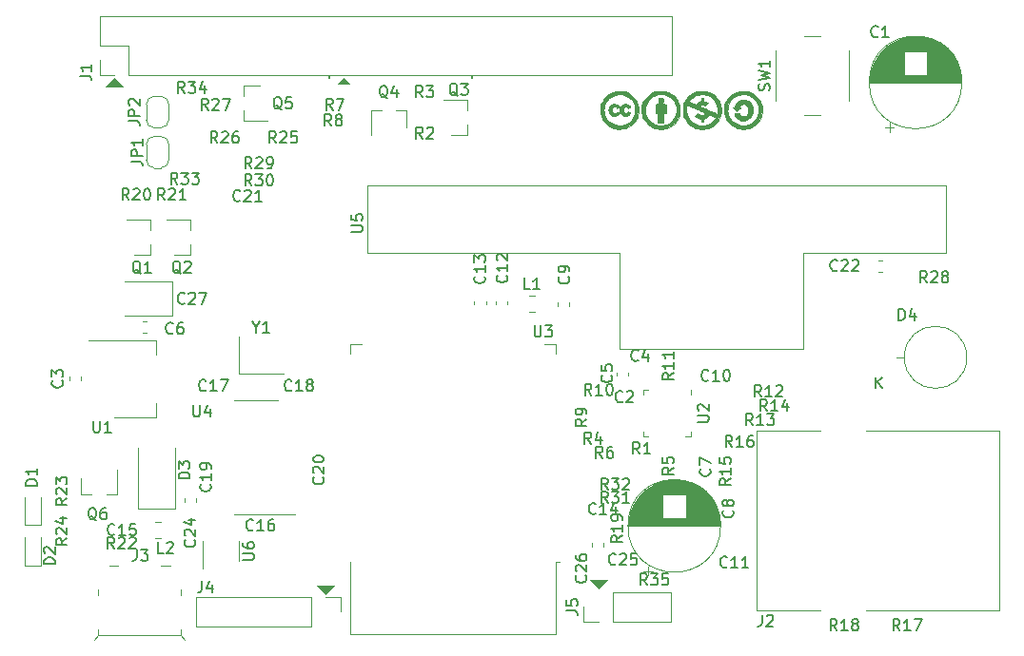
<source format=gbr>
G04 #@! TF.GenerationSoftware,KiCad,Pcbnew,(5.1.5)-3*
G04 #@! TF.CreationDate,2020-06-15T16:44:31+02:00*
G04 #@! TF.ProjectId,HB-RF-ETH,48422d52-462d-4455-9448-2e6b69636164,rev?*
G04 #@! TF.SameCoordinates,Original*
G04 #@! TF.FileFunction,Legend,Top*
G04 #@! TF.FilePolarity,Positive*
%FSLAX46Y46*%
G04 Gerber Fmt 4.6, Leading zero omitted, Abs format (unit mm)*
G04 Created by KiCad (PCBNEW (5.1.5)-3) date 2020-06-15 16:44:31*
%MOMM*%
%LPD*%
G04 APERTURE LIST*
%ADD10C,0.100000*%
%ADD11C,0.150000*%
%ADD12C,0.120000*%
%ADD13C,0.010000*%
%ADD14C,0.300000*%
%ADD15R,1.800000X1.800000*%
%ADD16C,1.800000*%
%ADD17R,3.200000X1.100000*%
%ADD18R,1.100000X3.200000*%
%ADD19R,5.200000X5.200000*%
%ADD20R,2.200000X1.700000*%
%ADD21R,2.200000X4.000000*%
%ADD22C,5.300000*%
%ADD23C,1.300000*%
%ADD24C,1.700000*%
%ADD25O,2.700000X1.500000*%
%ADD26C,3.450000*%
%ADD27C,1.900000*%
%ADD28R,1.900000X1.900000*%
%ADD29O,1.900000X1.900000*%
%ADD30R,1.100000X1.000000*%
%ADD31R,1.600000X1.400000*%
%ADD32O,1.290000X2.200000*%
%ADD33O,1.250000X1.800000*%
%ADD34C,0.750000*%
%ADD35R,2.000000X2.700000*%
%ADD36R,1.000000X1.100000*%
%ADD37R,0.850000X1.260000*%
%ADD38R,2.800000X2.800000*%
%ADD39O,2.800000X2.800000*%
%ADD40C,2.200000*%
G04 APERTURE END LIST*
D10*
G36*
X131445000Y-115874800D02*
G01*
X130683000Y-115112800D01*
X132207000Y-115112800D01*
X131445000Y-115874800D01*
G37*
X131445000Y-115874800D02*
X130683000Y-115112800D01*
X132207000Y-115112800D01*
X131445000Y-115874800D01*
G36*
X107137200Y-116306600D02*
G01*
X106375200Y-115544600D01*
X107899200Y-115544600D01*
X107137200Y-116306600D01*
G37*
X107137200Y-116306600D02*
X106375200Y-115544600D01*
X107899200Y-115544600D01*
X107137200Y-116306600D01*
G36*
X109220000Y-70866000D02*
G01*
X108204000Y-70866000D01*
X108712000Y-70358000D01*
X109220000Y-70866000D01*
G37*
X109220000Y-70866000D02*
X108204000Y-70866000D01*
X108712000Y-70358000D01*
X109220000Y-70866000D01*
D11*
X120142000Y-70104000D02*
X120142000Y-70358000D01*
X107442000Y-70104000D02*
X107442000Y-70358000D01*
D10*
G36*
X89128600Y-71120000D02*
G01*
X87604600Y-71120000D01*
X88366600Y-70358000D01*
X89128600Y-71120000D01*
G37*
X89128600Y-71120000D02*
X87604600Y-71120000D01*
X88366600Y-70358000D01*
X89128600Y-71120000D01*
D12*
X142296000Y-110264000D02*
G75*
G03X142296000Y-110264000I-4120000J0D01*
G01*
X134096000Y-110264000D02*
X142256000Y-110264000D01*
X134096000Y-110224000D02*
X142256000Y-110224000D01*
X134096000Y-110184000D02*
X142256000Y-110184000D01*
X134097000Y-110144000D02*
X142255000Y-110144000D01*
X134099000Y-110104000D02*
X142253000Y-110104000D01*
X134100000Y-110064000D02*
X142252000Y-110064000D01*
X134102000Y-110024000D02*
X142250000Y-110024000D01*
X134105000Y-109984000D02*
X142247000Y-109984000D01*
X134108000Y-109944000D02*
X142244000Y-109944000D01*
X134111000Y-109904000D02*
X142241000Y-109904000D01*
X134115000Y-109864000D02*
X142237000Y-109864000D01*
X134119000Y-109824000D02*
X142233000Y-109824000D01*
X134124000Y-109784000D02*
X142228000Y-109784000D01*
X134128000Y-109744000D02*
X142224000Y-109744000D01*
X134134000Y-109704000D02*
X142218000Y-109704000D01*
X134139000Y-109664000D02*
X142213000Y-109664000D01*
X134146000Y-109624000D02*
X142206000Y-109624000D01*
X134152000Y-109584000D02*
X142200000Y-109584000D01*
X134159000Y-109543000D02*
X137136000Y-109543000D01*
X139216000Y-109543000D02*
X142193000Y-109543000D01*
X134166000Y-109503000D02*
X137136000Y-109503000D01*
X139216000Y-109503000D02*
X142186000Y-109503000D01*
X134174000Y-109463000D02*
X137136000Y-109463000D01*
X139216000Y-109463000D02*
X142178000Y-109463000D01*
X134182000Y-109423000D02*
X137136000Y-109423000D01*
X139216000Y-109423000D02*
X142170000Y-109423000D01*
X134191000Y-109383000D02*
X137136000Y-109383000D01*
X139216000Y-109383000D02*
X142161000Y-109383000D01*
X134200000Y-109343000D02*
X137136000Y-109343000D01*
X139216000Y-109343000D02*
X142152000Y-109343000D01*
X134209000Y-109303000D02*
X137136000Y-109303000D01*
X139216000Y-109303000D02*
X142143000Y-109303000D01*
X134219000Y-109263000D02*
X137136000Y-109263000D01*
X139216000Y-109263000D02*
X142133000Y-109263000D01*
X134229000Y-109223000D02*
X137136000Y-109223000D01*
X139216000Y-109223000D02*
X142123000Y-109223000D01*
X134240000Y-109183000D02*
X137136000Y-109183000D01*
X139216000Y-109183000D02*
X142112000Y-109183000D01*
X134251000Y-109143000D02*
X137136000Y-109143000D01*
X139216000Y-109143000D02*
X142101000Y-109143000D01*
X134262000Y-109103000D02*
X137136000Y-109103000D01*
X139216000Y-109103000D02*
X142090000Y-109103000D01*
X134274000Y-109063000D02*
X137136000Y-109063000D01*
X139216000Y-109063000D02*
X142078000Y-109063000D01*
X134287000Y-109023000D02*
X137136000Y-109023000D01*
X139216000Y-109023000D02*
X142065000Y-109023000D01*
X134299000Y-108983000D02*
X137136000Y-108983000D01*
X139216000Y-108983000D02*
X142053000Y-108983000D01*
X134313000Y-108943000D02*
X137136000Y-108943000D01*
X139216000Y-108943000D02*
X142039000Y-108943000D01*
X134326000Y-108903000D02*
X137136000Y-108903000D01*
X139216000Y-108903000D02*
X142026000Y-108903000D01*
X134341000Y-108863000D02*
X137136000Y-108863000D01*
X139216000Y-108863000D02*
X142011000Y-108863000D01*
X134355000Y-108823000D02*
X137136000Y-108823000D01*
X139216000Y-108823000D02*
X141997000Y-108823000D01*
X134371000Y-108783000D02*
X137136000Y-108783000D01*
X139216000Y-108783000D02*
X141981000Y-108783000D01*
X134386000Y-108743000D02*
X137136000Y-108743000D01*
X139216000Y-108743000D02*
X141966000Y-108743000D01*
X134402000Y-108703000D02*
X137136000Y-108703000D01*
X139216000Y-108703000D02*
X141950000Y-108703000D01*
X134419000Y-108663000D02*
X137136000Y-108663000D01*
X139216000Y-108663000D02*
X141933000Y-108663000D01*
X134436000Y-108623000D02*
X137136000Y-108623000D01*
X139216000Y-108623000D02*
X141916000Y-108623000D01*
X134454000Y-108583000D02*
X137136000Y-108583000D01*
X139216000Y-108583000D02*
X141898000Y-108583000D01*
X134472000Y-108543000D02*
X137136000Y-108543000D01*
X139216000Y-108543000D02*
X141880000Y-108543000D01*
X134490000Y-108503000D02*
X137136000Y-108503000D01*
X139216000Y-108503000D02*
X141862000Y-108503000D01*
X134510000Y-108463000D02*
X137136000Y-108463000D01*
X139216000Y-108463000D02*
X141842000Y-108463000D01*
X134529000Y-108423000D02*
X137136000Y-108423000D01*
X139216000Y-108423000D02*
X141823000Y-108423000D01*
X134549000Y-108383000D02*
X137136000Y-108383000D01*
X139216000Y-108383000D02*
X141803000Y-108383000D01*
X134570000Y-108343000D02*
X137136000Y-108343000D01*
X139216000Y-108343000D02*
X141782000Y-108343000D01*
X134592000Y-108303000D02*
X137136000Y-108303000D01*
X139216000Y-108303000D02*
X141760000Y-108303000D01*
X134614000Y-108263000D02*
X137136000Y-108263000D01*
X139216000Y-108263000D02*
X141738000Y-108263000D01*
X134636000Y-108223000D02*
X137136000Y-108223000D01*
X139216000Y-108223000D02*
X141716000Y-108223000D01*
X134659000Y-108183000D02*
X137136000Y-108183000D01*
X139216000Y-108183000D02*
X141693000Y-108183000D01*
X134683000Y-108143000D02*
X137136000Y-108143000D01*
X139216000Y-108143000D02*
X141669000Y-108143000D01*
X134707000Y-108103000D02*
X137136000Y-108103000D01*
X139216000Y-108103000D02*
X141645000Y-108103000D01*
X134732000Y-108063000D02*
X137136000Y-108063000D01*
X139216000Y-108063000D02*
X141620000Y-108063000D01*
X134758000Y-108023000D02*
X137136000Y-108023000D01*
X139216000Y-108023000D02*
X141594000Y-108023000D01*
X134784000Y-107983000D02*
X137136000Y-107983000D01*
X139216000Y-107983000D02*
X141568000Y-107983000D01*
X134811000Y-107943000D02*
X137136000Y-107943000D01*
X139216000Y-107943000D02*
X141541000Y-107943000D01*
X134838000Y-107903000D02*
X137136000Y-107903000D01*
X139216000Y-107903000D02*
X141514000Y-107903000D01*
X134867000Y-107863000D02*
X137136000Y-107863000D01*
X139216000Y-107863000D02*
X141485000Y-107863000D01*
X134896000Y-107823000D02*
X137136000Y-107823000D01*
X139216000Y-107823000D02*
X141456000Y-107823000D01*
X134926000Y-107783000D02*
X137136000Y-107783000D01*
X139216000Y-107783000D02*
X141426000Y-107783000D01*
X134956000Y-107743000D02*
X137136000Y-107743000D01*
X139216000Y-107743000D02*
X141396000Y-107743000D01*
X134987000Y-107703000D02*
X137136000Y-107703000D01*
X139216000Y-107703000D02*
X141365000Y-107703000D01*
X135020000Y-107663000D02*
X137136000Y-107663000D01*
X139216000Y-107663000D02*
X141332000Y-107663000D01*
X135052000Y-107623000D02*
X137136000Y-107623000D01*
X139216000Y-107623000D02*
X141300000Y-107623000D01*
X135086000Y-107583000D02*
X137136000Y-107583000D01*
X139216000Y-107583000D02*
X141266000Y-107583000D01*
X135121000Y-107543000D02*
X137136000Y-107543000D01*
X139216000Y-107543000D02*
X141231000Y-107543000D01*
X135157000Y-107503000D02*
X137136000Y-107503000D01*
X139216000Y-107503000D02*
X141195000Y-107503000D01*
X135193000Y-107463000D02*
X141159000Y-107463000D01*
X135231000Y-107423000D02*
X141121000Y-107423000D01*
X135269000Y-107383000D02*
X141083000Y-107383000D01*
X135309000Y-107343000D02*
X141043000Y-107343000D01*
X135350000Y-107303000D02*
X141002000Y-107303000D01*
X135392000Y-107263000D02*
X140960000Y-107263000D01*
X135435000Y-107223000D02*
X140917000Y-107223000D01*
X135479000Y-107183000D02*
X140873000Y-107183000D01*
X135525000Y-107143000D02*
X140827000Y-107143000D01*
X135572000Y-107103000D02*
X140780000Y-107103000D01*
X135620000Y-107063000D02*
X140732000Y-107063000D01*
X135671000Y-107023000D02*
X140681000Y-107023000D01*
X135722000Y-106983000D02*
X140630000Y-106983000D01*
X135776000Y-106943000D02*
X140576000Y-106943000D01*
X135831000Y-106903000D02*
X140521000Y-106903000D01*
X135889000Y-106863000D02*
X140463000Y-106863000D01*
X135948000Y-106823000D02*
X140404000Y-106823000D01*
X136010000Y-106783000D02*
X140342000Y-106783000D01*
X136074000Y-106743000D02*
X140278000Y-106743000D01*
X136142000Y-106703000D02*
X140210000Y-106703000D01*
X136212000Y-106663000D02*
X140140000Y-106663000D01*
X136286000Y-106623000D02*
X140066000Y-106623000D01*
X136363000Y-106583000D02*
X139989000Y-106583000D01*
X136445000Y-106543000D02*
X139907000Y-106543000D01*
X136531000Y-106503000D02*
X139821000Y-106503000D01*
X136624000Y-106463000D02*
X139728000Y-106463000D01*
X136723000Y-106423000D02*
X139629000Y-106423000D01*
X136830000Y-106383000D02*
X139522000Y-106383000D01*
X136947000Y-106343000D02*
X139405000Y-106343000D01*
X137078000Y-106303000D02*
X139274000Y-106303000D01*
X137228000Y-106263000D02*
X139124000Y-106263000D01*
X137408000Y-106223000D02*
X138944000Y-106223000D01*
X137643000Y-106183000D02*
X138709000Y-106183000D01*
X135861000Y-114673698D02*
X135861000Y-113873698D01*
X135461000Y-114273698D02*
X136261000Y-114273698D01*
X127620000Y-113445000D02*
X128000000Y-113445000D01*
X127620000Y-119865000D02*
X127620000Y-113445000D01*
X109380000Y-119865000D02*
X109380000Y-113445000D01*
X127620000Y-119865000D02*
X109380000Y-119865000D01*
X109380000Y-94120000D02*
X110380000Y-94120000D01*
X109380000Y-94900000D02*
X109380000Y-94120000D01*
X127620000Y-94120000D02*
X126620000Y-94120000D01*
X127620000Y-94900000D02*
X127620000Y-94120000D01*
X86070000Y-93745000D02*
X92080000Y-93745000D01*
X88320000Y-100565000D02*
X92080000Y-100565000D01*
X92080000Y-93745000D02*
X92080000Y-95005000D01*
X92080000Y-100565000D02*
X92080000Y-99305000D01*
X151200000Y-117750000D02*
X145500000Y-117750000D01*
X145500000Y-101750000D02*
X145500000Y-117750000D01*
X151200000Y-101750000D02*
X145500000Y-101750000D01*
X167100000Y-101750000D02*
X155200000Y-101750000D01*
X167100000Y-117750000D02*
X155200000Y-117750000D01*
X167100000Y-101750000D02*
X167100000Y-117750000D01*
X156326721Y-87632000D02*
X156652279Y-87632000D01*
X156326721Y-86612000D02*
X156652279Y-86612000D01*
X149606000Y-85963000D02*
X162306000Y-85963000D01*
X149606000Y-94463000D02*
X149606000Y-85963000D01*
X133271000Y-94463000D02*
X149606000Y-94463000D01*
X133271000Y-85963000D02*
X133271000Y-94463000D01*
X110871000Y-85963000D02*
X133271000Y-85963000D01*
X110871000Y-79963000D02*
X110871000Y-85963000D01*
X162306000Y-79963000D02*
X162306000Y-85963000D01*
X110871000Y-79963000D02*
X162306000Y-79963000D01*
D13*
G36*
X144417263Y-72333708D02*
G01*
X144541636Y-72353143D01*
X144594444Y-72367192D01*
X144743963Y-72432406D01*
X144875057Y-72526963D01*
X144985117Y-72647548D01*
X145071537Y-72790848D01*
X145131709Y-72953549D01*
X145157597Y-73082932D01*
X145168233Y-73277457D01*
X145147271Y-73460356D01*
X145095430Y-73628675D01*
X145013427Y-73779458D01*
X144976382Y-73829224D01*
X144852705Y-73954947D01*
X144709581Y-74051240D01*
X144550540Y-74116761D01*
X144379112Y-74150165D01*
X144198828Y-74150107D01*
X144149315Y-74144212D01*
X143996063Y-74104554D01*
X143857760Y-74033964D01*
X143738361Y-73936094D01*
X143641823Y-73814592D01*
X143572104Y-73673108D01*
X143546680Y-73588336D01*
X143524158Y-73493086D01*
X143952006Y-73493086D01*
X143972031Y-73572610D01*
X144006972Y-73648970D01*
X144065867Y-73717418D01*
X144137573Y-73766350D01*
X144169825Y-73778573D01*
X144215207Y-73786124D01*
X144280201Y-73791032D01*
X144330030Y-73792137D01*
X144438661Y-73777745D01*
X144529256Y-73733785D01*
X144605332Y-73658088D01*
X144644314Y-73598572D01*
X144691843Y-73488679D01*
X144720492Y-73364205D01*
X144730833Y-73232710D01*
X144723437Y-73101752D01*
X144698876Y-72978891D01*
X144657721Y-72871685D01*
X144600546Y-72787695D01*
X144581587Y-72769229D01*
X144492083Y-72713596D01*
X144385925Y-72684651D01*
X144271970Y-72683274D01*
X144159072Y-72710348D01*
X144127062Y-72723994D01*
X144066318Y-72767548D01*
X144013247Y-72830985D01*
X143978326Y-72900429D01*
X143971280Y-72930279D01*
X143973727Y-72964602D01*
X143999696Y-72981075D01*
X144015831Y-72984708D01*
X144035584Y-72989549D01*
X144044018Y-72997816D01*
X144038266Y-73013868D01*
X144015459Y-73042062D01*
X143972731Y-73086759D01*
X143907214Y-73152316D01*
X143902438Y-73157065D01*
X143738600Y-73319972D01*
X143574720Y-73157065D01*
X143410839Y-72994157D01*
X143470398Y-72985086D01*
X143508750Y-72974969D01*
X143532064Y-72952503D01*
X143550122Y-72907067D01*
X143553939Y-72894371D01*
X143617588Y-72727492D01*
X143702213Y-72589930D01*
X143808546Y-72480890D01*
X143937319Y-72399577D01*
X144048914Y-72356355D01*
X144156921Y-72335037D01*
X144284364Y-72327581D01*
X144417263Y-72333708D01*
G37*
X144417263Y-72333708D02*
X144541636Y-72353143D01*
X144594444Y-72367192D01*
X144743963Y-72432406D01*
X144875057Y-72526963D01*
X144985117Y-72647548D01*
X145071537Y-72790848D01*
X145131709Y-72953549D01*
X145157597Y-73082932D01*
X145168233Y-73277457D01*
X145147271Y-73460356D01*
X145095430Y-73628675D01*
X145013427Y-73779458D01*
X144976382Y-73829224D01*
X144852705Y-73954947D01*
X144709581Y-74051240D01*
X144550540Y-74116761D01*
X144379112Y-74150165D01*
X144198828Y-74150107D01*
X144149315Y-74144212D01*
X143996063Y-74104554D01*
X143857760Y-74033964D01*
X143738361Y-73936094D01*
X143641823Y-73814592D01*
X143572104Y-73673108D01*
X143546680Y-73588336D01*
X143524158Y-73493086D01*
X143952006Y-73493086D01*
X143972031Y-73572610D01*
X144006972Y-73648970D01*
X144065867Y-73717418D01*
X144137573Y-73766350D01*
X144169825Y-73778573D01*
X144215207Y-73786124D01*
X144280201Y-73791032D01*
X144330030Y-73792137D01*
X144438661Y-73777745D01*
X144529256Y-73733785D01*
X144605332Y-73658088D01*
X144644314Y-73598572D01*
X144691843Y-73488679D01*
X144720492Y-73364205D01*
X144730833Y-73232710D01*
X144723437Y-73101752D01*
X144698876Y-72978891D01*
X144657721Y-72871685D01*
X144600546Y-72787695D01*
X144581587Y-72769229D01*
X144492083Y-72713596D01*
X144385925Y-72684651D01*
X144271970Y-72683274D01*
X144159072Y-72710348D01*
X144127062Y-72723994D01*
X144066318Y-72767548D01*
X144013247Y-72830985D01*
X143978326Y-72900429D01*
X143971280Y-72930279D01*
X143973727Y-72964602D01*
X143999696Y-72981075D01*
X144015831Y-72984708D01*
X144035584Y-72989549D01*
X144044018Y-72997816D01*
X144038266Y-73013868D01*
X144015459Y-73042062D01*
X143972731Y-73086759D01*
X143907214Y-73152316D01*
X143902438Y-73157065D01*
X143738600Y-73319972D01*
X143574720Y-73157065D01*
X143410839Y-72994157D01*
X143470398Y-72985086D01*
X143508750Y-72974969D01*
X143532064Y-72952503D01*
X143550122Y-72907067D01*
X143553939Y-72894371D01*
X143617588Y-72727492D01*
X143702213Y-72589930D01*
X143808546Y-72480890D01*
X143937319Y-72399577D01*
X144048914Y-72356355D01*
X144156921Y-72335037D01*
X144284364Y-72327581D01*
X144417263Y-72333708D01*
G36*
X137026771Y-72121594D02*
G01*
X137104534Y-72151399D01*
X137140767Y-72179772D01*
X137183115Y-72245339D01*
X137201680Y-72325813D01*
X137197175Y-72410291D01*
X137170313Y-72487867D01*
X137121806Y-72547636D01*
X137116445Y-72551739D01*
X137051144Y-72581828D01*
X136969337Y-72595277D01*
X136887826Y-72589844D01*
X136868134Y-72584875D01*
X136802264Y-72552022D01*
X136760004Y-72498237D01*
X136738936Y-72419336D01*
X136735457Y-72355315D01*
X136737275Y-72288492D01*
X136745324Y-72245182D01*
X136763499Y-72212689D01*
X136787156Y-72186739D01*
X136857321Y-72139475D01*
X136940779Y-72117690D01*
X137026771Y-72121594D01*
G37*
X137026771Y-72121594D02*
X137104534Y-72151399D01*
X137140767Y-72179772D01*
X137183115Y-72245339D01*
X137201680Y-72325813D01*
X137197175Y-72410291D01*
X137170313Y-72487867D01*
X137121806Y-72547636D01*
X137116445Y-72551739D01*
X137051144Y-72581828D01*
X136969337Y-72595277D01*
X136887826Y-72589844D01*
X136868134Y-72584875D01*
X136802264Y-72552022D01*
X136760004Y-72498237D01*
X136738936Y-72419336D01*
X136735457Y-72355315D01*
X136737275Y-72288492D01*
X136745324Y-72245182D01*
X136763499Y-72212689D01*
X136787156Y-72186739D01*
X136857321Y-72139475D01*
X136940779Y-72117690D01*
X137026771Y-72121594D01*
G36*
X137100825Y-72695135D02*
G01*
X137203039Y-72696342D01*
X137278133Y-72698725D01*
X137330689Y-72702589D01*
X137365285Y-72708237D01*
X137386504Y-72715974D01*
X137396375Y-72723310D01*
X137406227Y-72738094D01*
X137413580Y-72763200D01*
X137418774Y-72803404D01*
X137422151Y-72863481D01*
X137424053Y-72948207D01*
X137424820Y-73062359D01*
X137424885Y-73122453D01*
X137424885Y-73493086D01*
X137225314Y-73493086D01*
X137225314Y-74327657D01*
X136699171Y-74327657D01*
X136699171Y-73493086D01*
X136499600Y-73493086D01*
X136499600Y-73123969D01*
X136499859Y-72998106D01*
X136500912Y-72903527D01*
X136503177Y-72835234D01*
X136507067Y-72788229D01*
X136512998Y-72757511D01*
X136521387Y-72738083D01*
X136532648Y-72724944D01*
X136532778Y-72724826D01*
X136547841Y-72714871D01*
X136571246Y-72707349D01*
X136607710Y-72701932D01*
X136661948Y-72698295D01*
X136738679Y-72696112D01*
X136842617Y-72695056D01*
X136966911Y-72694800D01*
X137100825Y-72695135D01*
G37*
X137100825Y-72695135D02*
X137203039Y-72696342D01*
X137278133Y-72698725D01*
X137330689Y-72702589D01*
X137365285Y-72708237D01*
X137386504Y-72715974D01*
X137396375Y-72723310D01*
X137406227Y-72738094D01*
X137413580Y-72763200D01*
X137418774Y-72803404D01*
X137422151Y-72863481D01*
X137424053Y-72948207D01*
X137424820Y-73062359D01*
X137424885Y-73122453D01*
X137424885Y-73493086D01*
X137225314Y-73493086D01*
X137225314Y-74327657D01*
X136699171Y-74327657D01*
X136699171Y-73493086D01*
X136499600Y-73493086D01*
X136499600Y-73123969D01*
X136499859Y-72998106D01*
X136500912Y-72903527D01*
X136503177Y-72835234D01*
X136507067Y-72788229D01*
X136512998Y-72757511D01*
X136521387Y-72738083D01*
X136532648Y-72724944D01*
X136532778Y-72724826D01*
X136547841Y-72714871D01*
X136571246Y-72707349D01*
X136607710Y-72701932D01*
X136661948Y-72698295D01*
X136738679Y-72696112D01*
X136842617Y-72695056D01*
X136966911Y-72694800D01*
X137100825Y-72695135D01*
G36*
X133860462Y-72697004D02*
G01*
X133967050Y-72711554D01*
X134058676Y-72738807D01*
X134091931Y-72755149D01*
X134146485Y-72792977D01*
X134196612Y-72837634D01*
X134235519Y-72881707D01*
X134256416Y-72917781D01*
X134256435Y-72934737D01*
X134236469Y-72950141D01*
X134193599Y-72975470D01*
X134144242Y-73001570D01*
X134041243Y-73053529D01*
X134007824Y-73009147D01*
X133967786Y-72970434D01*
X133916264Y-72937073D01*
X133913203Y-72935579D01*
X133838101Y-72918170D01*
X133762506Y-72931513D01*
X133697734Y-72972268D01*
X133669335Y-73007556D01*
X133633396Y-73095361D01*
X133620009Y-73195352D01*
X133628306Y-73296732D01*
X133657418Y-73388702D01*
X133705675Y-73459667D01*
X133744200Y-73491769D01*
X133785632Y-73507081D01*
X133845867Y-73511213D01*
X133851740Y-73511229D01*
X133911573Y-73508364D01*
X133952087Y-73495048D01*
X133990094Y-73464200D01*
X134008534Y-73445182D01*
X134070824Y-73379135D01*
X134161546Y-73421626D01*
X134213410Y-73447696D01*
X134250332Y-73469565D01*
X134261417Y-73478924D01*
X134257819Y-73504589D01*
X134231168Y-73544055D01*
X134188147Y-73590328D01*
X134135439Y-73636416D01*
X134079728Y-73675324D01*
X134066474Y-73682914D01*
X133961554Y-73722978D01*
X133840812Y-73742038D01*
X133718870Y-73738833D01*
X133633028Y-73720293D01*
X133523060Y-73666084D01*
X133431955Y-73581730D01*
X133367222Y-73480049D01*
X133341330Y-73421717D01*
X133326055Y-73368776D01*
X133318766Y-73307603D01*
X133316828Y-73224576D01*
X133316824Y-73219334D01*
X133318345Y-73136601D01*
X133324748Y-73076621D01*
X133338794Y-73025927D01*
X133363246Y-72971047D01*
X133370793Y-72956101D01*
X133441204Y-72852019D01*
X133531732Y-72770583D01*
X133635277Y-72717876D01*
X133656470Y-72711440D01*
X133752430Y-72696514D01*
X133860462Y-72697004D01*
G37*
X133860462Y-72697004D02*
X133967050Y-72711554D01*
X134058676Y-72738807D01*
X134091931Y-72755149D01*
X134146485Y-72792977D01*
X134196612Y-72837634D01*
X134235519Y-72881707D01*
X134256416Y-72917781D01*
X134256435Y-72934737D01*
X134236469Y-72950141D01*
X134193599Y-72975470D01*
X134144242Y-73001570D01*
X134041243Y-73053529D01*
X134007824Y-73009147D01*
X133967786Y-72970434D01*
X133916264Y-72937073D01*
X133913203Y-72935579D01*
X133838101Y-72918170D01*
X133762506Y-72931513D01*
X133697734Y-72972268D01*
X133669335Y-73007556D01*
X133633396Y-73095361D01*
X133620009Y-73195352D01*
X133628306Y-73296732D01*
X133657418Y-73388702D01*
X133705675Y-73459667D01*
X133744200Y-73491769D01*
X133785632Y-73507081D01*
X133845867Y-73511213D01*
X133851740Y-73511229D01*
X133911573Y-73508364D01*
X133952087Y-73495048D01*
X133990094Y-73464200D01*
X134008534Y-73445182D01*
X134070824Y-73379135D01*
X134161546Y-73421626D01*
X134213410Y-73447696D01*
X134250332Y-73469565D01*
X134261417Y-73478924D01*
X134257819Y-73504589D01*
X134231168Y-73544055D01*
X134188147Y-73590328D01*
X134135439Y-73636416D01*
X134079728Y-73675324D01*
X134066474Y-73682914D01*
X133961554Y-73722978D01*
X133840812Y-73742038D01*
X133718870Y-73738833D01*
X133633028Y-73720293D01*
X133523060Y-73666084D01*
X133431955Y-73581730D01*
X133367222Y-73480049D01*
X133341330Y-73421717D01*
X133326055Y-73368776D01*
X133318766Y-73307603D01*
X133316828Y-73224576D01*
X133316824Y-73219334D01*
X133318345Y-73136601D01*
X133324748Y-73076621D01*
X133338794Y-73025927D01*
X133363246Y-72971047D01*
X133370793Y-72956101D01*
X133441204Y-72852019D01*
X133531732Y-72770583D01*
X133635277Y-72717876D01*
X133656470Y-72711440D01*
X133752430Y-72696514D01*
X133860462Y-72697004D01*
G36*
X132941647Y-72702361D02*
G01*
X133028154Y-72719961D01*
X133036569Y-72722765D01*
X133085065Y-72746833D01*
X133140769Y-72784597D01*
X133195192Y-72828857D01*
X133239849Y-72872410D01*
X133266252Y-72908054D01*
X133269956Y-72920827D01*
X133255080Y-72938474D01*
X133216299Y-72966524D01*
X133162348Y-72998712D01*
X133054955Y-73057696D01*
X133016509Y-73003703D01*
X132956765Y-72948717D01*
X132881600Y-72922561D01*
X132800819Y-72927980D01*
X132776317Y-72936439D01*
X132713512Y-72974486D01*
X132671799Y-73030523D01*
X132647540Y-73110857D01*
X132639880Y-73172965D01*
X132640492Y-73288967D01*
X132663993Y-73379882D01*
X132711599Y-73449726D01*
X132728489Y-73465278D01*
X132793978Y-73500908D01*
X132868687Y-73512161D01*
X132942016Y-73500338D01*
X133003366Y-73466742D01*
X133035387Y-73427582D01*
X133056876Y-73397472D01*
X133083713Y-73387165D01*
X133123482Y-73397042D01*
X133183767Y-73427486D01*
X133198496Y-73435815D01*
X133288820Y-73487402D01*
X133213786Y-73572645D01*
X133126629Y-73655643D01*
X133034186Y-73708028D01*
X132926038Y-73734757D01*
X132861957Y-73740088D01*
X132788795Y-73740834D01*
X132722556Y-73737465D01*
X132680528Y-73731299D01*
X132567371Y-73683818D01*
X132469417Y-73607486D01*
X132393883Y-73508846D01*
X132362912Y-73443252D01*
X132333220Y-73320726D01*
X132327547Y-73186303D01*
X132345852Y-73055253D01*
X132364045Y-72995605D01*
X132411703Y-72906758D01*
X132481669Y-72824120D01*
X132563995Y-72757438D01*
X132648733Y-72716459D01*
X132649036Y-72716368D01*
X132735749Y-72700294D01*
X132838732Y-72695715D01*
X132941647Y-72702361D01*
G37*
X132941647Y-72702361D02*
X133028154Y-72719961D01*
X133036569Y-72722765D01*
X133085065Y-72746833D01*
X133140769Y-72784597D01*
X133195192Y-72828857D01*
X133239849Y-72872410D01*
X133266252Y-72908054D01*
X133269956Y-72920827D01*
X133255080Y-72938474D01*
X133216299Y-72966524D01*
X133162348Y-72998712D01*
X133054955Y-73057696D01*
X133016509Y-73003703D01*
X132956765Y-72948717D01*
X132881600Y-72922561D01*
X132800819Y-72927980D01*
X132776317Y-72936439D01*
X132713512Y-72974486D01*
X132671799Y-73030523D01*
X132647540Y-73110857D01*
X132639880Y-73172965D01*
X132640492Y-73288967D01*
X132663993Y-73379882D01*
X132711599Y-73449726D01*
X132728489Y-73465278D01*
X132793978Y-73500908D01*
X132868687Y-73512161D01*
X132942016Y-73500338D01*
X133003366Y-73466742D01*
X133035387Y-73427582D01*
X133056876Y-73397472D01*
X133083713Y-73387165D01*
X133123482Y-73397042D01*
X133183767Y-73427486D01*
X133198496Y-73435815D01*
X133288820Y-73487402D01*
X133213786Y-73572645D01*
X133126629Y-73655643D01*
X133034186Y-73708028D01*
X132926038Y-73734757D01*
X132861957Y-73740088D01*
X132788795Y-73740834D01*
X132722556Y-73737465D01*
X132680528Y-73731299D01*
X132567371Y-73683818D01*
X132469417Y-73607486D01*
X132393883Y-73508846D01*
X132362912Y-73443252D01*
X132333220Y-73320726D01*
X132327547Y-73186303D01*
X132345852Y-73055253D01*
X132364045Y-72995605D01*
X132411703Y-72906758D01*
X132481669Y-72824120D01*
X132563995Y-72757438D01*
X132648733Y-72716459D01*
X132649036Y-72716368D01*
X132735749Y-72700294D01*
X132838732Y-72695715D01*
X132941647Y-72702361D01*
G36*
X144456442Y-71524865D02*
G01*
X144701589Y-71564310D01*
X144836243Y-71600891D01*
X145054862Y-71687862D01*
X145260207Y-71807116D01*
X145448896Y-71956023D01*
X145617545Y-72131956D01*
X145748483Y-72309807D01*
X145857521Y-72511205D01*
X145936369Y-72727926D01*
X145985061Y-72955217D01*
X146003629Y-73188321D01*
X145992108Y-73422482D01*
X145950531Y-73652944D01*
X145878930Y-73874953D01*
X145777340Y-74083751D01*
X145735576Y-74151498D01*
X145596765Y-74332368D01*
X145429986Y-74496109D01*
X145241171Y-74638525D01*
X145036255Y-74755415D01*
X144821173Y-74842582D01*
X144716382Y-74872553D01*
X144548754Y-74903378D01*
X144367377Y-74918524D01*
X144185861Y-74917679D01*
X144017817Y-74900533D01*
X143960940Y-74889812D01*
X143727087Y-74824011D01*
X143514688Y-74731822D01*
X143318781Y-74610444D01*
X143134406Y-74457078D01*
X143055765Y-74378854D01*
X142897335Y-74188478D01*
X142771968Y-73983231D01*
X142679891Y-73763679D01*
X142621330Y-73530389D01*
X142596511Y-73283930D01*
X142595600Y-73225040D01*
X142596435Y-73210753D01*
X142906854Y-73210753D01*
X142910358Y-73349654D01*
X142924320Y-73473471D01*
X142930259Y-73504155D01*
X142992245Y-73707450D01*
X143085513Y-73898155D01*
X143206497Y-74073000D01*
X143351633Y-74228718D01*
X143517355Y-74362041D01*
X143700098Y-74469700D01*
X143896298Y-74548426D01*
X144102389Y-74594953D01*
X144123099Y-74597672D01*
X144280950Y-74606479D01*
X144450378Y-74598019D01*
X144611803Y-74573551D01*
X144654671Y-74563551D01*
X144842478Y-74498199D01*
X145025222Y-74401782D01*
X145196035Y-74279479D01*
X145348049Y-74136465D01*
X145474394Y-73977917D01*
X145513152Y-73916539D01*
X145599162Y-73736459D01*
X145658416Y-73538449D01*
X145689911Y-73330145D01*
X145692643Y-73119181D01*
X145665607Y-72913190D01*
X145652466Y-72857056D01*
X145585493Y-72667223D01*
X145486934Y-72485392D01*
X145361416Y-72317202D01*
X145213560Y-72168293D01*
X145047992Y-72044304D01*
X144933119Y-71979773D01*
X144802885Y-71920044D01*
X144688060Y-71878540D01*
X144576043Y-71852364D01*
X144454232Y-71838617D01*
X144310024Y-71834400D01*
X144301028Y-71834387D01*
X144124395Y-71841608D01*
X143969848Y-71865223D01*
X143825851Y-71907980D01*
X143680869Y-71972627D01*
X143647885Y-71989958D01*
X143468417Y-72106379D01*
X143305649Y-72251506D01*
X143164105Y-72419862D01*
X143048308Y-72605972D01*
X142962780Y-72804359D01*
X142954565Y-72829362D01*
X142929411Y-72938026D01*
X142913356Y-73069351D01*
X142906854Y-73210753D01*
X142596435Y-73210753D01*
X142609902Y-72980368D01*
X142653855Y-72754169D01*
X142729030Y-72541934D01*
X142836996Y-72339155D01*
X142968297Y-72154996D01*
X143135383Y-71974135D01*
X143322658Y-71822066D01*
X143527112Y-71699681D01*
X143745729Y-71607875D01*
X143975499Y-71547541D01*
X144213407Y-71519573D01*
X144456442Y-71524865D01*
G37*
X144456442Y-71524865D02*
X144701589Y-71564310D01*
X144836243Y-71600891D01*
X145054862Y-71687862D01*
X145260207Y-71807116D01*
X145448896Y-71956023D01*
X145617545Y-72131956D01*
X145748483Y-72309807D01*
X145857521Y-72511205D01*
X145936369Y-72727926D01*
X145985061Y-72955217D01*
X146003629Y-73188321D01*
X145992108Y-73422482D01*
X145950531Y-73652944D01*
X145878930Y-73874953D01*
X145777340Y-74083751D01*
X145735576Y-74151498D01*
X145596765Y-74332368D01*
X145429986Y-74496109D01*
X145241171Y-74638525D01*
X145036255Y-74755415D01*
X144821173Y-74842582D01*
X144716382Y-74872553D01*
X144548754Y-74903378D01*
X144367377Y-74918524D01*
X144185861Y-74917679D01*
X144017817Y-74900533D01*
X143960940Y-74889812D01*
X143727087Y-74824011D01*
X143514688Y-74731822D01*
X143318781Y-74610444D01*
X143134406Y-74457078D01*
X143055765Y-74378854D01*
X142897335Y-74188478D01*
X142771968Y-73983231D01*
X142679891Y-73763679D01*
X142621330Y-73530389D01*
X142596511Y-73283930D01*
X142595600Y-73225040D01*
X142596435Y-73210753D01*
X142906854Y-73210753D01*
X142910358Y-73349654D01*
X142924320Y-73473471D01*
X142930259Y-73504155D01*
X142992245Y-73707450D01*
X143085513Y-73898155D01*
X143206497Y-74073000D01*
X143351633Y-74228718D01*
X143517355Y-74362041D01*
X143700098Y-74469700D01*
X143896298Y-74548426D01*
X144102389Y-74594953D01*
X144123099Y-74597672D01*
X144280950Y-74606479D01*
X144450378Y-74598019D01*
X144611803Y-74573551D01*
X144654671Y-74563551D01*
X144842478Y-74498199D01*
X145025222Y-74401782D01*
X145196035Y-74279479D01*
X145348049Y-74136465D01*
X145474394Y-73977917D01*
X145513152Y-73916539D01*
X145599162Y-73736459D01*
X145658416Y-73538449D01*
X145689911Y-73330145D01*
X145692643Y-73119181D01*
X145665607Y-72913190D01*
X145652466Y-72857056D01*
X145585493Y-72667223D01*
X145486934Y-72485392D01*
X145361416Y-72317202D01*
X145213560Y-72168293D01*
X145047992Y-72044304D01*
X144933119Y-71979773D01*
X144802885Y-71920044D01*
X144688060Y-71878540D01*
X144576043Y-71852364D01*
X144454232Y-71838617D01*
X144310024Y-71834400D01*
X144301028Y-71834387D01*
X144124395Y-71841608D01*
X143969848Y-71865223D01*
X143825851Y-71907980D01*
X143680869Y-71972627D01*
X143647885Y-71989958D01*
X143468417Y-72106379D01*
X143305649Y-72251506D01*
X143164105Y-72419862D01*
X143048308Y-72605972D01*
X142962780Y-72804359D01*
X142954565Y-72829362D01*
X142929411Y-72938026D01*
X142913356Y-73069351D01*
X142906854Y-73210753D01*
X142596435Y-73210753D01*
X142609902Y-72980368D01*
X142653855Y-72754169D01*
X142729030Y-72541934D01*
X142836996Y-72339155D01*
X142968297Y-72154996D01*
X143135383Y-71974135D01*
X143322658Y-71822066D01*
X143527112Y-71699681D01*
X143745729Y-71607875D01*
X143975499Y-71547541D01*
X144213407Y-71519573D01*
X144456442Y-71524865D01*
G36*
X140790097Y-71524848D02*
G01*
X141025564Y-71561957D01*
X141251841Y-71628843D01*
X141463438Y-71724812D01*
X141566726Y-71786555D01*
X141765699Y-71937603D01*
X141938077Y-72112031D01*
X142082165Y-72307474D01*
X142196270Y-72521567D01*
X142278697Y-72751945D01*
X142290502Y-72796817D01*
X142316428Y-72939981D01*
X142330451Y-73104454D01*
X142332566Y-73277442D01*
X142322770Y-73446150D01*
X142301055Y-73597784D01*
X142290828Y-73643696D01*
X142220623Y-73863814D01*
X142123318Y-74063950D01*
X141995984Y-74249102D01*
X141835696Y-74424268D01*
X141831044Y-74428752D01*
X141664778Y-74573949D01*
X141497465Y-74689051D01*
X141320483Y-74779449D01*
X141189876Y-74829676D01*
X140960611Y-74890326D01*
X140723541Y-74920056D01*
X140487338Y-74918179D01*
X140327743Y-74897800D01*
X140102431Y-74839181D01*
X139886407Y-74748350D01*
X139683424Y-74628574D01*
X139497231Y-74483121D01*
X139331580Y-74315258D01*
X139190222Y-74128253D01*
X139076908Y-73925374D01*
X139006783Y-73747086D01*
X138973058Y-73631910D01*
X138950360Y-73526130D01*
X138937373Y-73418605D01*
X138932783Y-73298190D01*
X138934209Y-73215453D01*
X139239486Y-73215453D01*
X139248032Y-73391828D01*
X139274928Y-73548211D01*
X139323078Y-73697443D01*
X139373979Y-73810586D01*
X139491347Y-74008905D01*
X139633231Y-74180545D01*
X139800326Y-74326199D01*
X139993326Y-74446561D01*
X140030585Y-74465454D01*
X140142204Y-74516719D01*
X140242225Y-74553244D01*
X140340693Y-74576990D01*
X140447652Y-74589915D01*
X140573148Y-74593982D01*
X140681528Y-74592501D01*
X140797383Y-74588262D01*
X140886021Y-74581673D01*
X140956489Y-74571594D01*
X141017836Y-74556887D01*
X141053065Y-74545697D01*
X141218052Y-74480843D01*
X141361214Y-74404401D01*
X141494274Y-74309062D01*
X141628952Y-74187517D01*
X141631605Y-74184905D01*
X141709937Y-74103468D01*
X141773061Y-74029468D01*
X141818032Y-73967015D01*
X141841907Y-73920221D01*
X141841742Y-73893196D01*
X141841031Y-73892419D01*
X141820310Y-73880532D01*
X141773057Y-73857344D01*
X141705882Y-73825812D01*
X141625392Y-73788897D01*
X141538195Y-73749558D01*
X141450900Y-73710755D01*
X141370116Y-73675446D01*
X141302449Y-73646592D01*
X141254509Y-73627152D01*
X141232947Y-73620086D01*
X141219063Y-73635331D01*
X141202058Y-73672526D01*
X141200300Y-73677435D01*
X141147469Y-73776038D01*
X141065008Y-73861417D01*
X140958531Y-73928975D01*
X140839808Y-73972575D01*
X140754100Y-73994494D01*
X140751976Y-74120254D01*
X140749853Y-74246014D01*
X140554528Y-74246014D01*
X140543958Y-73987460D01*
X140437266Y-73975389D01*
X140342275Y-73954240D01*
X140237510Y-73914614D01*
X140139061Y-73863483D01*
X140074966Y-73818397D01*
X140030831Y-73781261D01*
X140151451Y-73660641D01*
X140272071Y-73540022D01*
X140313740Y-73579167D01*
X140385444Y-73629620D01*
X140474033Y-73667062D01*
X140569897Y-73689879D01*
X140663426Y-73696457D01*
X140745008Y-73685182D01*
X140797683Y-73660429D01*
X140827372Y-73631861D01*
X140841306Y-73595567D01*
X140844814Y-73537537D01*
X140844814Y-73536520D01*
X140842709Y-73481930D01*
X140831740Y-73450313D01*
X140804923Y-73428405D01*
X140781314Y-73415902D01*
X140730455Y-73391446D01*
X140655145Y-73356705D01*
X140559473Y-73313454D01*
X140447526Y-73263470D01*
X140323393Y-73208528D01*
X140191160Y-73150403D01*
X140054915Y-73090871D01*
X139918745Y-73031707D01*
X139786740Y-72974687D01*
X139662985Y-72921587D01*
X139551569Y-72874182D01*
X139456580Y-72834248D01*
X139382105Y-72803560D01*
X139332231Y-72783894D01*
X139311046Y-72777025D01*
X139310679Y-72777100D01*
X139295194Y-72803129D01*
X139279446Y-72857486D01*
X139264723Y-72932242D01*
X139252312Y-73019475D01*
X139243499Y-73111256D01*
X139239574Y-73199661D01*
X139239486Y-73215453D01*
X138934209Y-73215453D01*
X138935273Y-73153744D01*
X138935616Y-73144168D01*
X138955645Y-72914714D01*
X138999587Y-72707814D01*
X139069869Y-72516779D01*
X139107329Y-72448002D01*
X139475230Y-72448002D01*
X139490766Y-72464731D01*
X139531322Y-72489415D01*
X139588144Y-72516732D01*
X139588622Y-72516939D01*
X139652091Y-72544598D01*
X139736729Y-72581791D01*
X139830576Y-72623252D01*
X139905974Y-72656720D01*
X140110134Y-72747576D01*
X140146860Y-72675587D01*
X140212079Y-72587538D01*
X140308388Y-72517784D01*
X140435396Y-72466578D01*
X140495564Y-72451155D01*
X140521679Y-72443555D01*
X140536597Y-72429500D01*
X140543450Y-72400347D01*
X140545369Y-72347457D01*
X140545457Y-72313454D01*
X140545457Y-72186800D01*
X140745028Y-72186800D01*
X140745028Y-72439156D01*
X140813064Y-72450308D01*
X140895714Y-72469462D01*
X140984044Y-72498824D01*
X141064914Y-72533334D01*
X141125184Y-72567933D01*
X141131985Y-72573097D01*
X141181983Y-72613157D01*
X140963221Y-72829263D01*
X140877296Y-72787517D01*
X140784613Y-72752982D01*
X140692075Y-72736811D01*
X140606522Y-72738288D01*
X140534795Y-72756696D01*
X140483734Y-72791319D01*
X140462160Y-72831004D01*
X140458520Y-72871864D01*
X140466050Y-72894773D01*
X140485820Y-72905579D01*
X140534675Y-72929067D01*
X140608503Y-72963410D01*
X140703196Y-73006776D01*
X140814646Y-73057338D01*
X140938742Y-73113264D01*
X141071375Y-73172727D01*
X141208437Y-73233896D01*
X141345818Y-73294942D01*
X141479409Y-73354036D01*
X141605101Y-73409347D01*
X141718784Y-73459048D01*
X141816350Y-73501308D01*
X141893689Y-73534298D01*
X141946691Y-73556188D01*
X141971249Y-73565149D01*
X141972092Y-73565269D01*
X141990342Y-73549983D01*
X142003429Y-73515764D01*
X142025611Y-73353535D01*
X142028127Y-73174893D01*
X142011774Y-72993388D01*
X141977353Y-72822570D01*
X141958903Y-72760869D01*
X141883941Y-72588002D01*
X141778172Y-72420590D01*
X141647073Y-72264428D01*
X141496122Y-72125312D01*
X141330795Y-72009038D01*
X141171348Y-71927493D01*
X140969392Y-71861772D01*
X140758143Y-71828700D01*
X140543163Y-71827822D01*
X140330015Y-71858681D01*
X140124261Y-71920822D01*
X139931466Y-72013789D01*
X139902201Y-72031488D01*
X139846557Y-72070776D01*
X139780594Y-72124420D01*
X139709794Y-72187070D01*
X139639644Y-72253376D01*
X139575628Y-72317987D01*
X139523231Y-72375554D01*
X139487938Y-72420725D01*
X139475230Y-72448002D01*
X139107329Y-72448002D01*
X139168919Y-72334923D01*
X139290643Y-72166102D01*
X139437339Y-72005392D01*
X139603883Y-71861184D01*
X139782918Y-71738739D01*
X139967089Y-71643317D01*
X140083446Y-71599119D01*
X140313549Y-71542736D01*
X140550929Y-71518210D01*
X140790097Y-71524848D01*
G37*
X140790097Y-71524848D02*
X141025564Y-71561957D01*
X141251841Y-71628843D01*
X141463438Y-71724812D01*
X141566726Y-71786555D01*
X141765699Y-71937603D01*
X141938077Y-72112031D01*
X142082165Y-72307474D01*
X142196270Y-72521567D01*
X142278697Y-72751945D01*
X142290502Y-72796817D01*
X142316428Y-72939981D01*
X142330451Y-73104454D01*
X142332566Y-73277442D01*
X142322770Y-73446150D01*
X142301055Y-73597784D01*
X142290828Y-73643696D01*
X142220623Y-73863814D01*
X142123318Y-74063950D01*
X141995984Y-74249102D01*
X141835696Y-74424268D01*
X141831044Y-74428752D01*
X141664778Y-74573949D01*
X141497465Y-74689051D01*
X141320483Y-74779449D01*
X141189876Y-74829676D01*
X140960611Y-74890326D01*
X140723541Y-74920056D01*
X140487338Y-74918179D01*
X140327743Y-74897800D01*
X140102431Y-74839181D01*
X139886407Y-74748350D01*
X139683424Y-74628574D01*
X139497231Y-74483121D01*
X139331580Y-74315258D01*
X139190222Y-74128253D01*
X139076908Y-73925374D01*
X139006783Y-73747086D01*
X138973058Y-73631910D01*
X138950360Y-73526130D01*
X138937373Y-73418605D01*
X138932783Y-73298190D01*
X138934209Y-73215453D01*
X139239486Y-73215453D01*
X139248032Y-73391828D01*
X139274928Y-73548211D01*
X139323078Y-73697443D01*
X139373979Y-73810586D01*
X139491347Y-74008905D01*
X139633231Y-74180545D01*
X139800326Y-74326199D01*
X139993326Y-74446561D01*
X140030585Y-74465454D01*
X140142204Y-74516719D01*
X140242225Y-74553244D01*
X140340693Y-74576990D01*
X140447652Y-74589915D01*
X140573148Y-74593982D01*
X140681528Y-74592501D01*
X140797383Y-74588262D01*
X140886021Y-74581673D01*
X140956489Y-74571594D01*
X141017836Y-74556887D01*
X141053065Y-74545697D01*
X141218052Y-74480843D01*
X141361214Y-74404401D01*
X141494274Y-74309062D01*
X141628952Y-74187517D01*
X141631605Y-74184905D01*
X141709937Y-74103468D01*
X141773061Y-74029468D01*
X141818032Y-73967015D01*
X141841907Y-73920221D01*
X141841742Y-73893196D01*
X141841031Y-73892419D01*
X141820310Y-73880532D01*
X141773057Y-73857344D01*
X141705882Y-73825812D01*
X141625392Y-73788897D01*
X141538195Y-73749558D01*
X141450900Y-73710755D01*
X141370116Y-73675446D01*
X141302449Y-73646592D01*
X141254509Y-73627152D01*
X141232947Y-73620086D01*
X141219063Y-73635331D01*
X141202058Y-73672526D01*
X141200300Y-73677435D01*
X141147469Y-73776038D01*
X141065008Y-73861417D01*
X140958531Y-73928975D01*
X140839808Y-73972575D01*
X140754100Y-73994494D01*
X140751976Y-74120254D01*
X140749853Y-74246014D01*
X140554528Y-74246014D01*
X140543958Y-73987460D01*
X140437266Y-73975389D01*
X140342275Y-73954240D01*
X140237510Y-73914614D01*
X140139061Y-73863483D01*
X140074966Y-73818397D01*
X140030831Y-73781261D01*
X140151451Y-73660641D01*
X140272071Y-73540022D01*
X140313740Y-73579167D01*
X140385444Y-73629620D01*
X140474033Y-73667062D01*
X140569897Y-73689879D01*
X140663426Y-73696457D01*
X140745008Y-73685182D01*
X140797683Y-73660429D01*
X140827372Y-73631861D01*
X140841306Y-73595567D01*
X140844814Y-73537537D01*
X140844814Y-73536520D01*
X140842709Y-73481930D01*
X140831740Y-73450313D01*
X140804923Y-73428405D01*
X140781314Y-73415902D01*
X140730455Y-73391446D01*
X140655145Y-73356705D01*
X140559473Y-73313454D01*
X140447526Y-73263470D01*
X140323393Y-73208528D01*
X140191160Y-73150403D01*
X140054915Y-73090871D01*
X139918745Y-73031707D01*
X139786740Y-72974687D01*
X139662985Y-72921587D01*
X139551569Y-72874182D01*
X139456580Y-72834248D01*
X139382105Y-72803560D01*
X139332231Y-72783894D01*
X139311046Y-72777025D01*
X139310679Y-72777100D01*
X139295194Y-72803129D01*
X139279446Y-72857486D01*
X139264723Y-72932242D01*
X139252312Y-73019475D01*
X139243499Y-73111256D01*
X139239574Y-73199661D01*
X139239486Y-73215453D01*
X138934209Y-73215453D01*
X138935273Y-73153744D01*
X138935616Y-73144168D01*
X138955645Y-72914714D01*
X138999587Y-72707814D01*
X139069869Y-72516779D01*
X139107329Y-72448002D01*
X139475230Y-72448002D01*
X139490766Y-72464731D01*
X139531322Y-72489415D01*
X139588144Y-72516732D01*
X139588622Y-72516939D01*
X139652091Y-72544598D01*
X139736729Y-72581791D01*
X139830576Y-72623252D01*
X139905974Y-72656720D01*
X140110134Y-72747576D01*
X140146860Y-72675587D01*
X140212079Y-72587538D01*
X140308388Y-72517784D01*
X140435396Y-72466578D01*
X140495564Y-72451155D01*
X140521679Y-72443555D01*
X140536597Y-72429500D01*
X140543450Y-72400347D01*
X140545369Y-72347457D01*
X140545457Y-72313454D01*
X140545457Y-72186800D01*
X140745028Y-72186800D01*
X140745028Y-72439156D01*
X140813064Y-72450308D01*
X140895714Y-72469462D01*
X140984044Y-72498824D01*
X141064914Y-72533334D01*
X141125184Y-72567933D01*
X141131985Y-72573097D01*
X141181983Y-72613157D01*
X140963221Y-72829263D01*
X140877296Y-72787517D01*
X140784613Y-72752982D01*
X140692075Y-72736811D01*
X140606522Y-72738288D01*
X140534795Y-72756696D01*
X140483734Y-72791319D01*
X140462160Y-72831004D01*
X140458520Y-72871864D01*
X140466050Y-72894773D01*
X140485820Y-72905579D01*
X140534675Y-72929067D01*
X140608503Y-72963410D01*
X140703196Y-73006776D01*
X140814646Y-73057338D01*
X140938742Y-73113264D01*
X141071375Y-73172727D01*
X141208437Y-73233896D01*
X141345818Y-73294942D01*
X141479409Y-73354036D01*
X141605101Y-73409347D01*
X141718784Y-73459048D01*
X141816350Y-73501308D01*
X141893689Y-73534298D01*
X141946691Y-73556188D01*
X141971249Y-73565149D01*
X141972092Y-73565269D01*
X141990342Y-73549983D01*
X142003429Y-73515764D01*
X142025611Y-73353535D01*
X142028127Y-73174893D01*
X142011774Y-72993388D01*
X141977353Y-72822570D01*
X141958903Y-72760869D01*
X141883941Y-72588002D01*
X141778172Y-72420590D01*
X141647073Y-72264428D01*
X141496122Y-72125312D01*
X141330795Y-72009038D01*
X141171348Y-71927493D01*
X140969392Y-71861772D01*
X140758143Y-71828700D01*
X140543163Y-71827822D01*
X140330015Y-71858681D01*
X140124261Y-71920822D01*
X139931466Y-72013789D01*
X139902201Y-72031488D01*
X139846557Y-72070776D01*
X139780594Y-72124420D01*
X139709794Y-72187070D01*
X139639644Y-72253376D01*
X139575628Y-72317987D01*
X139523231Y-72375554D01*
X139487938Y-72420725D01*
X139475230Y-72448002D01*
X139107329Y-72448002D01*
X139168919Y-72334923D01*
X139290643Y-72166102D01*
X139437339Y-72005392D01*
X139603883Y-71861184D01*
X139782918Y-71738739D01*
X139967089Y-71643317D01*
X140083446Y-71599119D01*
X140313549Y-71542736D01*
X140550929Y-71518210D01*
X140790097Y-71524848D01*
G36*
X137149457Y-71526540D02*
G01*
X137382521Y-71565054D01*
X137605831Y-71633986D01*
X137798767Y-71724576D01*
X138005862Y-71860359D01*
X138189230Y-72021707D01*
X138346630Y-72205713D01*
X138475826Y-72409471D01*
X138574576Y-72630073D01*
X138625688Y-72798190D01*
X138650919Y-72938481D01*
X138664747Y-73100320D01*
X138667165Y-73271010D01*
X138658168Y-73437857D01*
X138637751Y-73588162D01*
X138626085Y-73642025D01*
X138554729Y-73865320D01*
X138454860Y-74069100D01*
X138324077Y-74257505D01*
X138174820Y-74420400D01*
X137979396Y-74587106D01*
X137769816Y-74720726D01*
X137544143Y-74822342D01*
X137347878Y-74882017D01*
X137247023Y-74900002D01*
X137122820Y-74912035D01*
X136987766Y-74917797D01*
X136854359Y-74916970D01*
X136735095Y-74909236D01*
X136665915Y-74899388D01*
X136434469Y-74840128D01*
X136222846Y-74753866D01*
X136026391Y-74638049D01*
X135840453Y-74490121D01*
X135735556Y-74388564D01*
X135577314Y-74204306D01*
X135452730Y-74011722D01*
X135359403Y-73806541D01*
X135302869Y-73619089D01*
X135283683Y-73509527D01*
X135271283Y-73376681D01*
X135265846Y-73232475D01*
X135265929Y-73225407D01*
X135574433Y-73225407D01*
X135581385Y-73381455D01*
X135602472Y-73522229D01*
X135608359Y-73547213D01*
X135678396Y-73751693D01*
X135780777Y-73944530D01*
X135912146Y-74120567D01*
X136069144Y-74274646D01*
X136096354Y-74296866D01*
X136207894Y-74380598D01*
X136309013Y-74443964D01*
X136412787Y-74494242D01*
X136528668Y-74537499D01*
X136732610Y-74587773D01*
X136946915Y-74606920D01*
X137162831Y-74594655D01*
X137324957Y-74563551D01*
X137514139Y-74497596D01*
X137696561Y-74400456D01*
X137866341Y-74276971D01*
X138017597Y-74131984D01*
X138144447Y-73970336D01*
X138231663Y-73817203D01*
X138285238Y-73692754D01*
X138322018Y-73577359D01*
X138344565Y-73458870D01*
X138355441Y-73325142D01*
X138357475Y-73220943D01*
X138354107Y-73075901D01*
X138341354Y-72953894D01*
X138316299Y-72842253D01*
X138276028Y-72728309D01*
X138217625Y-72599392D01*
X138211640Y-72587153D01*
X138171267Y-72508967D01*
X138132159Y-72444733D01*
X138087152Y-72384907D01*
X138029083Y-72319943D01*
X137952946Y-72242439D01*
X137858958Y-72152768D01*
X137777910Y-72084751D01*
X137700657Y-72031249D01*
X137633350Y-71993006D01*
X137425382Y-71903940D01*
X137208969Y-71848786D01*
X136988166Y-71827844D01*
X136767023Y-71841411D01*
X136549593Y-71889787D01*
X136492255Y-71908782D01*
X136309041Y-71992250D01*
X136135847Y-72106750D01*
X135977417Y-72247414D01*
X135838498Y-72409374D01*
X135723836Y-72587761D01*
X135638176Y-72777707D01*
X135634185Y-72789011D01*
X135601253Y-72916847D01*
X135581196Y-73066425D01*
X135574433Y-73225407D01*
X135265929Y-73225407D01*
X135267548Y-73088833D01*
X135276564Y-72957680D01*
X135291611Y-72857642D01*
X135357724Y-72631521D01*
X135456419Y-72416189D01*
X135584672Y-72215446D01*
X135739458Y-72033095D01*
X135917753Y-71872937D01*
X136116531Y-71738776D01*
X136228622Y-71679765D01*
X136446221Y-71595055D01*
X136675858Y-71541385D01*
X136912086Y-71518598D01*
X137149457Y-71526540D01*
G37*
X137149457Y-71526540D02*
X137382521Y-71565054D01*
X137605831Y-71633986D01*
X137798767Y-71724576D01*
X138005862Y-71860359D01*
X138189230Y-72021707D01*
X138346630Y-72205713D01*
X138475826Y-72409471D01*
X138574576Y-72630073D01*
X138625688Y-72798190D01*
X138650919Y-72938481D01*
X138664747Y-73100320D01*
X138667165Y-73271010D01*
X138658168Y-73437857D01*
X138637751Y-73588162D01*
X138626085Y-73642025D01*
X138554729Y-73865320D01*
X138454860Y-74069100D01*
X138324077Y-74257505D01*
X138174820Y-74420400D01*
X137979396Y-74587106D01*
X137769816Y-74720726D01*
X137544143Y-74822342D01*
X137347878Y-74882017D01*
X137247023Y-74900002D01*
X137122820Y-74912035D01*
X136987766Y-74917797D01*
X136854359Y-74916970D01*
X136735095Y-74909236D01*
X136665915Y-74899388D01*
X136434469Y-74840128D01*
X136222846Y-74753866D01*
X136026391Y-74638049D01*
X135840453Y-74490121D01*
X135735556Y-74388564D01*
X135577314Y-74204306D01*
X135452730Y-74011722D01*
X135359403Y-73806541D01*
X135302869Y-73619089D01*
X135283683Y-73509527D01*
X135271283Y-73376681D01*
X135265846Y-73232475D01*
X135265929Y-73225407D01*
X135574433Y-73225407D01*
X135581385Y-73381455D01*
X135602472Y-73522229D01*
X135608359Y-73547213D01*
X135678396Y-73751693D01*
X135780777Y-73944530D01*
X135912146Y-74120567D01*
X136069144Y-74274646D01*
X136096354Y-74296866D01*
X136207894Y-74380598D01*
X136309013Y-74443964D01*
X136412787Y-74494242D01*
X136528668Y-74537499D01*
X136732610Y-74587773D01*
X136946915Y-74606920D01*
X137162831Y-74594655D01*
X137324957Y-74563551D01*
X137514139Y-74497596D01*
X137696561Y-74400456D01*
X137866341Y-74276971D01*
X138017597Y-74131984D01*
X138144447Y-73970336D01*
X138231663Y-73817203D01*
X138285238Y-73692754D01*
X138322018Y-73577359D01*
X138344565Y-73458870D01*
X138355441Y-73325142D01*
X138357475Y-73220943D01*
X138354107Y-73075901D01*
X138341354Y-72953894D01*
X138316299Y-72842253D01*
X138276028Y-72728309D01*
X138217625Y-72599392D01*
X138211640Y-72587153D01*
X138171267Y-72508967D01*
X138132159Y-72444733D01*
X138087152Y-72384907D01*
X138029083Y-72319943D01*
X137952946Y-72242439D01*
X137858958Y-72152768D01*
X137777910Y-72084751D01*
X137700657Y-72031249D01*
X137633350Y-71993006D01*
X137425382Y-71903940D01*
X137208969Y-71848786D01*
X136988166Y-71827844D01*
X136767023Y-71841411D01*
X136549593Y-71889787D01*
X136492255Y-71908782D01*
X136309041Y-71992250D01*
X136135847Y-72106750D01*
X135977417Y-72247414D01*
X135838498Y-72409374D01*
X135723836Y-72587761D01*
X135638176Y-72777707D01*
X135634185Y-72789011D01*
X135601253Y-72916847D01*
X135581196Y-73066425D01*
X135574433Y-73225407D01*
X135265929Y-73225407D01*
X135267548Y-73088833D01*
X135276564Y-72957680D01*
X135291611Y-72857642D01*
X135357724Y-72631521D01*
X135456419Y-72416189D01*
X135584672Y-72215446D01*
X135739458Y-72033095D01*
X135917753Y-71872937D01*
X136116531Y-71738776D01*
X136228622Y-71679765D01*
X136446221Y-71595055D01*
X136675858Y-71541385D01*
X136912086Y-71518598D01*
X137149457Y-71526540D01*
G36*
X133576052Y-71537112D02*
G01*
X133774325Y-71578262D01*
X133813547Y-71590023D01*
X134037200Y-71679288D01*
X134245949Y-71798544D01*
X134436066Y-71944476D01*
X134603824Y-72113769D01*
X134745496Y-72303108D01*
X134857355Y-72509176D01*
X134864169Y-72524594D01*
X134941490Y-72744558D01*
X134988061Y-72974475D01*
X135004299Y-73209156D01*
X134990618Y-73443411D01*
X134947432Y-73672051D01*
X134875158Y-73889886D01*
X134774210Y-74091727D01*
X134733758Y-74155300D01*
X134586082Y-74343299D01*
X134414562Y-74507848D01*
X134223115Y-74647316D01*
X134015659Y-74760073D01*
X133796108Y-74844487D01*
X133568381Y-74898928D01*
X133336393Y-74921763D01*
X133104061Y-74911363D01*
X132970814Y-74889484D01*
X132724417Y-74820114D01*
X132496850Y-74719771D01*
X132288747Y-74588871D01*
X132100747Y-74427830D01*
X131933487Y-74237064D01*
X131897817Y-74188747D01*
X131775662Y-73987307D01*
X131684156Y-73770248D01*
X131623824Y-73542183D01*
X131595191Y-73307723D01*
X131596959Y-73191393D01*
X131903028Y-73191393D01*
X131914862Y-73399338D01*
X131959508Y-73604599D01*
X132037184Y-73803929D01*
X132148104Y-73994080D01*
X132205675Y-74071710D01*
X132352297Y-74228409D01*
X132523965Y-74363242D01*
X132713930Y-74471828D01*
X132915440Y-74549781D01*
X132961743Y-74562667D01*
X133106370Y-74588772D01*
X133268604Y-74599501D01*
X133433653Y-74594864D01*
X133586724Y-74574873D01*
X133643019Y-74562129D01*
X133796151Y-74510258D01*
X133955541Y-74435636D01*
X134107115Y-74345565D01*
X134216793Y-74264397D01*
X134370416Y-74114064D01*
X134495776Y-73943498D01*
X134591875Y-73756411D01*
X134657710Y-73556516D01*
X134692283Y-73347526D01*
X134694592Y-73133153D01*
X134663639Y-72917111D01*
X134620854Y-72764548D01*
X134547627Y-72590624D01*
X134449361Y-72430229D01*
X134321333Y-72276087D01*
X134269449Y-72223086D01*
X134101204Y-72079797D01*
X133920245Y-71969605D01*
X133724063Y-71891396D01*
X133510151Y-71844057D01*
X133385153Y-71830854D01*
X133161660Y-71832918D01*
X132946447Y-71869744D01*
X132742146Y-71940350D01*
X132551392Y-72043751D01*
X132376818Y-72178966D01*
X132328494Y-72225088D01*
X132179503Y-72397734D01*
X132062245Y-72583935D01*
X131976936Y-72780444D01*
X131923791Y-72984012D01*
X131903028Y-73191393D01*
X131596959Y-73191393D01*
X131598783Y-73071477D01*
X131635124Y-72838059D01*
X131704741Y-72612079D01*
X131715248Y-72585943D01*
X131824884Y-72365388D01*
X131962748Y-72163759D01*
X132125687Y-71984073D01*
X132310546Y-71829349D01*
X132514173Y-71702604D01*
X132733413Y-71606855D01*
X132741295Y-71604114D01*
X132934984Y-71552902D01*
X133145757Y-71524571D01*
X133362987Y-71519261D01*
X133576052Y-71537112D01*
G37*
X133576052Y-71537112D02*
X133774325Y-71578262D01*
X133813547Y-71590023D01*
X134037200Y-71679288D01*
X134245949Y-71798544D01*
X134436066Y-71944476D01*
X134603824Y-72113769D01*
X134745496Y-72303108D01*
X134857355Y-72509176D01*
X134864169Y-72524594D01*
X134941490Y-72744558D01*
X134988061Y-72974475D01*
X135004299Y-73209156D01*
X134990618Y-73443411D01*
X134947432Y-73672051D01*
X134875158Y-73889886D01*
X134774210Y-74091727D01*
X134733758Y-74155300D01*
X134586082Y-74343299D01*
X134414562Y-74507848D01*
X134223115Y-74647316D01*
X134015659Y-74760073D01*
X133796108Y-74844487D01*
X133568381Y-74898928D01*
X133336393Y-74921763D01*
X133104061Y-74911363D01*
X132970814Y-74889484D01*
X132724417Y-74820114D01*
X132496850Y-74719771D01*
X132288747Y-74588871D01*
X132100747Y-74427830D01*
X131933487Y-74237064D01*
X131897817Y-74188747D01*
X131775662Y-73987307D01*
X131684156Y-73770248D01*
X131623824Y-73542183D01*
X131595191Y-73307723D01*
X131596959Y-73191393D01*
X131903028Y-73191393D01*
X131914862Y-73399338D01*
X131959508Y-73604599D01*
X132037184Y-73803929D01*
X132148104Y-73994080D01*
X132205675Y-74071710D01*
X132352297Y-74228409D01*
X132523965Y-74363242D01*
X132713930Y-74471828D01*
X132915440Y-74549781D01*
X132961743Y-74562667D01*
X133106370Y-74588772D01*
X133268604Y-74599501D01*
X133433653Y-74594864D01*
X133586724Y-74574873D01*
X133643019Y-74562129D01*
X133796151Y-74510258D01*
X133955541Y-74435636D01*
X134107115Y-74345565D01*
X134216793Y-74264397D01*
X134370416Y-74114064D01*
X134495776Y-73943498D01*
X134591875Y-73756411D01*
X134657710Y-73556516D01*
X134692283Y-73347526D01*
X134694592Y-73133153D01*
X134663639Y-72917111D01*
X134620854Y-72764548D01*
X134547627Y-72590624D01*
X134449361Y-72430229D01*
X134321333Y-72276087D01*
X134269449Y-72223086D01*
X134101204Y-72079797D01*
X133920245Y-71969605D01*
X133724063Y-71891396D01*
X133510151Y-71844057D01*
X133385153Y-71830854D01*
X133161660Y-71832918D01*
X132946447Y-71869744D01*
X132742146Y-71940350D01*
X132551392Y-72043751D01*
X132376818Y-72178966D01*
X132328494Y-72225088D01*
X132179503Y-72397734D01*
X132062245Y-72583935D01*
X131976936Y-72780444D01*
X131923791Y-72984012D01*
X131903028Y-73191393D01*
X131596959Y-73191393D01*
X131598783Y-73071477D01*
X131635124Y-72838059D01*
X131704741Y-72612079D01*
X131715248Y-72585943D01*
X131824884Y-72365388D01*
X131962748Y-72163759D01*
X132125687Y-71984073D01*
X132310546Y-71829349D01*
X132514173Y-71702604D01*
X132733413Y-71606855D01*
X132741295Y-71604114D01*
X132934984Y-71552902D01*
X133145757Y-71524571D01*
X133362987Y-71519261D01*
X133576052Y-71537112D01*
D12*
X137960000Y-70100000D02*
X137960000Y-64900000D01*
X89640000Y-70100000D02*
X137960000Y-70100000D01*
X87040000Y-64900000D02*
X137960000Y-64900000D01*
X89640000Y-70100000D02*
X89640000Y-67500000D01*
X89640000Y-67500000D02*
X87040000Y-67500000D01*
X87040000Y-67500000D02*
X87040000Y-64900000D01*
X88370000Y-70100000D02*
X87040000Y-70100000D01*
X87040000Y-70100000D02*
X87040000Y-68770000D01*
X125241422Y-89790000D02*
X125758578Y-89790000D01*
X125241422Y-91210000D02*
X125758578Y-91210000D01*
X92460578Y-109907000D02*
X91943422Y-109907000D01*
X92460578Y-111327000D02*
X91943422Y-111327000D01*
X91565000Y-86162000D02*
X90105000Y-86162000D01*
X91565000Y-83002000D02*
X89405000Y-83002000D01*
X91565000Y-83002000D02*
X91565000Y-83932000D01*
X91565000Y-86162000D02*
X91565000Y-85232000D01*
X95121000Y-86162000D02*
X95121000Y-85232000D01*
X95121000Y-83002000D02*
X95121000Y-83932000D01*
X95121000Y-83002000D02*
X92961000Y-83002000D01*
X95121000Y-86162000D02*
X93661000Y-86162000D01*
X100965000Y-99085000D02*
X99015000Y-99085000D01*
X100965000Y-99085000D02*
X102915000Y-99085000D01*
X100965000Y-109205000D02*
X99015000Y-109205000D01*
X100965000Y-109205000D02*
X104415000Y-109205000D01*
X99430000Y-96690000D02*
X103430000Y-96690000D01*
X99430000Y-93390000D02*
X99430000Y-96690000D01*
X85346000Y-96992221D02*
X85346000Y-97317779D01*
X84326000Y-96992221D02*
X84326000Y-97317779D01*
X134037800Y-96585821D02*
X134037800Y-96911379D01*
X133017800Y-96585821D02*
X133017800Y-96911379D01*
X90896221Y-92073000D02*
X91221779Y-92073000D01*
X90896221Y-93093000D02*
X91221779Y-93093000D01*
X128810000Y-90662779D02*
X128810000Y-90337221D01*
X127790000Y-90662779D02*
X127790000Y-90337221D01*
X123310000Y-90562779D02*
X123310000Y-90237221D01*
X122290000Y-90562779D02*
X122290000Y-90237221D01*
X121410000Y-90237221D02*
X121410000Y-90562779D01*
X120390000Y-90237221D02*
X120390000Y-90562779D01*
X80415000Y-107700000D02*
X80415000Y-110185000D01*
X80415000Y-110185000D02*
X81785000Y-110185000D01*
X81785000Y-110185000D02*
X81785000Y-107700000D01*
X80415000Y-111300000D02*
X80415000Y-113785000D01*
X80415000Y-113785000D02*
X81785000Y-113785000D01*
X81785000Y-113785000D02*
X81785000Y-111300000D01*
X99824000Y-71064000D02*
X99824000Y-71994000D01*
X99824000Y-74224000D02*
X99824000Y-73294000D01*
X99824000Y-74224000D02*
X101984000Y-74224000D01*
X99824000Y-71064000D02*
X101284000Y-71064000D01*
X86900000Y-120000000D02*
X86900000Y-119500000D01*
X86900000Y-120000000D02*
X87400000Y-120000000D01*
X86900000Y-120000000D02*
X86600000Y-120400000D01*
X86900000Y-116400000D02*
X86900000Y-115900000D01*
X94300000Y-116400000D02*
X94300000Y-115900000D01*
X94300000Y-120000000D02*
X94300000Y-119500000D01*
X94300000Y-120000000D02*
X93800000Y-120000000D01*
X94300000Y-120000000D02*
X94600000Y-120400000D01*
X87900000Y-113800000D02*
X88700000Y-113800000D01*
X93300000Y-113800000D02*
X92500000Y-113800000D01*
X87400000Y-120000000D02*
X93100000Y-120000000D01*
X93100000Y-120000000D02*
X93800000Y-120000000D01*
X163759000Y-70767000D02*
G75*
G03X163759000Y-70767000I-4120000J0D01*
G01*
X155559000Y-70767000D02*
X163719000Y-70767000D01*
X155559000Y-70727000D02*
X163719000Y-70727000D01*
X155559000Y-70687000D02*
X163719000Y-70687000D01*
X155560000Y-70647000D02*
X163718000Y-70647000D01*
X155562000Y-70607000D02*
X163716000Y-70607000D01*
X155563000Y-70567000D02*
X163715000Y-70567000D01*
X155565000Y-70527000D02*
X163713000Y-70527000D01*
X155568000Y-70487000D02*
X163710000Y-70487000D01*
X155571000Y-70447000D02*
X163707000Y-70447000D01*
X155574000Y-70407000D02*
X163704000Y-70407000D01*
X155578000Y-70367000D02*
X163700000Y-70367000D01*
X155582000Y-70327000D02*
X163696000Y-70327000D01*
X155587000Y-70287000D02*
X163691000Y-70287000D01*
X155591000Y-70247000D02*
X163687000Y-70247000D01*
X155597000Y-70207000D02*
X163681000Y-70207000D01*
X155602000Y-70167000D02*
X163676000Y-70167000D01*
X155609000Y-70127000D02*
X163669000Y-70127000D01*
X155615000Y-70087000D02*
X163663000Y-70087000D01*
X155622000Y-70046000D02*
X158599000Y-70046000D01*
X160679000Y-70046000D02*
X163656000Y-70046000D01*
X155629000Y-70006000D02*
X158599000Y-70006000D01*
X160679000Y-70006000D02*
X163649000Y-70006000D01*
X155637000Y-69966000D02*
X158599000Y-69966000D01*
X160679000Y-69966000D02*
X163641000Y-69966000D01*
X155645000Y-69926000D02*
X158599000Y-69926000D01*
X160679000Y-69926000D02*
X163633000Y-69926000D01*
X155654000Y-69886000D02*
X158599000Y-69886000D01*
X160679000Y-69886000D02*
X163624000Y-69886000D01*
X155663000Y-69846000D02*
X158599000Y-69846000D01*
X160679000Y-69846000D02*
X163615000Y-69846000D01*
X155672000Y-69806000D02*
X158599000Y-69806000D01*
X160679000Y-69806000D02*
X163606000Y-69806000D01*
X155682000Y-69766000D02*
X158599000Y-69766000D01*
X160679000Y-69766000D02*
X163596000Y-69766000D01*
X155692000Y-69726000D02*
X158599000Y-69726000D01*
X160679000Y-69726000D02*
X163586000Y-69726000D01*
X155703000Y-69686000D02*
X158599000Y-69686000D01*
X160679000Y-69686000D02*
X163575000Y-69686000D01*
X155714000Y-69646000D02*
X158599000Y-69646000D01*
X160679000Y-69646000D02*
X163564000Y-69646000D01*
X155725000Y-69606000D02*
X158599000Y-69606000D01*
X160679000Y-69606000D02*
X163553000Y-69606000D01*
X155737000Y-69566000D02*
X158599000Y-69566000D01*
X160679000Y-69566000D02*
X163541000Y-69566000D01*
X155750000Y-69526000D02*
X158599000Y-69526000D01*
X160679000Y-69526000D02*
X163528000Y-69526000D01*
X155762000Y-69486000D02*
X158599000Y-69486000D01*
X160679000Y-69486000D02*
X163516000Y-69486000D01*
X155776000Y-69446000D02*
X158599000Y-69446000D01*
X160679000Y-69446000D02*
X163502000Y-69446000D01*
X155789000Y-69406000D02*
X158599000Y-69406000D01*
X160679000Y-69406000D02*
X163489000Y-69406000D01*
X155804000Y-69366000D02*
X158599000Y-69366000D01*
X160679000Y-69366000D02*
X163474000Y-69366000D01*
X155818000Y-69326000D02*
X158599000Y-69326000D01*
X160679000Y-69326000D02*
X163460000Y-69326000D01*
X155834000Y-69286000D02*
X158599000Y-69286000D01*
X160679000Y-69286000D02*
X163444000Y-69286000D01*
X155849000Y-69246000D02*
X158599000Y-69246000D01*
X160679000Y-69246000D02*
X163429000Y-69246000D01*
X155865000Y-69206000D02*
X158599000Y-69206000D01*
X160679000Y-69206000D02*
X163413000Y-69206000D01*
X155882000Y-69166000D02*
X158599000Y-69166000D01*
X160679000Y-69166000D02*
X163396000Y-69166000D01*
X155899000Y-69126000D02*
X158599000Y-69126000D01*
X160679000Y-69126000D02*
X163379000Y-69126000D01*
X155917000Y-69086000D02*
X158599000Y-69086000D01*
X160679000Y-69086000D02*
X163361000Y-69086000D01*
X155935000Y-69046000D02*
X158599000Y-69046000D01*
X160679000Y-69046000D02*
X163343000Y-69046000D01*
X155953000Y-69006000D02*
X158599000Y-69006000D01*
X160679000Y-69006000D02*
X163325000Y-69006000D01*
X155973000Y-68966000D02*
X158599000Y-68966000D01*
X160679000Y-68966000D02*
X163305000Y-68966000D01*
X155992000Y-68926000D02*
X158599000Y-68926000D01*
X160679000Y-68926000D02*
X163286000Y-68926000D01*
X156012000Y-68886000D02*
X158599000Y-68886000D01*
X160679000Y-68886000D02*
X163266000Y-68886000D01*
X156033000Y-68846000D02*
X158599000Y-68846000D01*
X160679000Y-68846000D02*
X163245000Y-68846000D01*
X156055000Y-68806000D02*
X158599000Y-68806000D01*
X160679000Y-68806000D02*
X163223000Y-68806000D01*
X156077000Y-68766000D02*
X158599000Y-68766000D01*
X160679000Y-68766000D02*
X163201000Y-68766000D01*
X156099000Y-68726000D02*
X158599000Y-68726000D01*
X160679000Y-68726000D02*
X163179000Y-68726000D01*
X156122000Y-68686000D02*
X158599000Y-68686000D01*
X160679000Y-68686000D02*
X163156000Y-68686000D01*
X156146000Y-68646000D02*
X158599000Y-68646000D01*
X160679000Y-68646000D02*
X163132000Y-68646000D01*
X156170000Y-68606000D02*
X158599000Y-68606000D01*
X160679000Y-68606000D02*
X163108000Y-68606000D01*
X156195000Y-68566000D02*
X158599000Y-68566000D01*
X160679000Y-68566000D02*
X163083000Y-68566000D01*
X156221000Y-68526000D02*
X158599000Y-68526000D01*
X160679000Y-68526000D02*
X163057000Y-68526000D01*
X156247000Y-68486000D02*
X158599000Y-68486000D01*
X160679000Y-68486000D02*
X163031000Y-68486000D01*
X156274000Y-68446000D02*
X158599000Y-68446000D01*
X160679000Y-68446000D02*
X163004000Y-68446000D01*
X156301000Y-68406000D02*
X158599000Y-68406000D01*
X160679000Y-68406000D02*
X162977000Y-68406000D01*
X156330000Y-68366000D02*
X158599000Y-68366000D01*
X160679000Y-68366000D02*
X162948000Y-68366000D01*
X156359000Y-68326000D02*
X158599000Y-68326000D01*
X160679000Y-68326000D02*
X162919000Y-68326000D01*
X156389000Y-68286000D02*
X158599000Y-68286000D01*
X160679000Y-68286000D02*
X162889000Y-68286000D01*
X156419000Y-68246000D02*
X158599000Y-68246000D01*
X160679000Y-68246000D02*
X162859000Y-68246000D01*
X156450000Y-68206000D02*
X158599000Y-68206000D01*
X160679000Y-68206000D02*
X162828000Y-68206000D01*
X156483000Y-68166000D02*
X158599000Y-68166000D01*
X160679000Y-68166000D02*
X162795000Y-68166000D01*
X156515000Y-68126000D02*
X158599000Y-68126000D01*
X160679000Y-68126000D02*
X162763000Y-68126000D01*
X156549000Y-68086000D02*
X158599000Y-68086000D01*
X160679000Y-68086000D02*
X162729000Y-68086000D01*
X156584000Y-68046000D02*
X158599000Y-68046000D01*
X160679000Y-68046000D02*
X162694000Y-68046000D01*
X156620000Y-68006000D02*
X158599000Y-68006000D01*
X160679000Y-68006000D02*
X162658000Y-68006000D01*
X156656000Y-67966000D02*
X162622000Y-67966000D01*
X156694000Y-67926000D02*
X162584000Y-67926000D01*
X156732000Y-67886000D02*
X162546000Y-67886000D01*
X156772000Y-67846000D02*
X162506000Y-67846000D01*
X156813000Y-67806000D02*
X162465000Y-67806000D01*
X156855000Y-67766000D02*
X162423000Y-67766000D01*
X156898000Y-67726000D02*
X162380000Y-67726000D01*
X156942000Y-67686000D02*
X162336000Y-67686000D01*
X156988000Y-67646000D02*
X162290000Y-67646000D01*
X157035000Y-67606000D02*
X162243000Y-67606000D01*
X157083000Y-67566000D02*
X162195000Y-67566000D01*
X157134000Y-67526000D02*
X162144000Y-67526000D01*
X157185000Y-67486000D02*
X162093000Y-67486000D01*
X157239000Y-67446000D02*
X162039000Y-67446000D01*
X157294000Y-67406000D02*
X161984000Y-67406000D01*
X157352000Y-67366000D02*
X161926000Y-67366000D01*
X157411000Y-67326000D02*
X161867000Y-67326000D01*
X157473000Y-67286000D02*
X161805000Y-67286000D01*
X157537000Y-67246000D02*
X161741000Y-67246000D01*
X157605000Y-67206000D02*
X161673000Y-67206000D01*
X157675000Y-67166000D02*
X161603000Y-67166000D01*
X157749000Y-67126000D02*
X161529000Y-67126000D01*
X157826000Y-67086000D02*
X161452000Y-67086000D01*
X157908000Y-67046000D02*
X161370000Y-67046000D01*
X157994000Y-67006000D02*
X161284000Y-67006000D01*
X158087000Y-66966000D02*
X161191000Y-66966000D01*
X158186000Y-66926000D02*
X161092000Y-66926000D01*
X158293000Y-66886000D02*
X160985000Y-66886000D01*
X158410000Y-66846000D02*
X160868000Y-66846000D01*
X158541000Y-66806000D02*
X160737000Y-66806000D01*
X158691000Y-66766000D02*
X160587000Y-66766000D01*
X158871000Y-66726000D02*
X160407000Y-66726000D01*
X159106000Y-66686000D02*
X160172000Y-66686000D01*
X157324000Y-75176698D02*
X157324000Y-74376698D01*
X156924000Y-74776698D02*
X157724000Y-74776698D01*
X90425000Y-108715000D02*
X93725000Y-108715000D01*
X93725000Y-108715000D02*
X93725000Y-103315000D01*
X90425000Y-108715000D02*
X90425000Y-103315000D01*
X85415000Y-107440000D02*
X86345000Y-107440000D01*
X88575000Y-107440000D02*
X87645000Y-107440000D01*
X88575000Y-107440000D02*
X88575000Y-105280000D01*
X85415000Y-107440000D02*
X85415000Y-105980000D01*
X99400000Y-113422000D02*
X99400000Y-111622000D01*
X96180000Y-111622000D02*
X96180000Y-114072000D01*
X164187000Y-95250000D02*
G75*
G03X164187000Y-95250000I-2770000J0D01*
G01*
X158647000Y-95250000D02*
X157937000Y-95250000D01*
X153709000Y-72406000D02*
X153709000Y-67906000D01*
X149709000Y-73656000D02*
X151209000Y-73656000D01*
X147209000Y-67906000D02*
X147209000Y-72406000D01*
X151209000Y-66656000D02*
X149709000Y-66656000D01*
X94613000Y-108112779D02*
X94613000Y-107787221D01*
X95633000Y-108112779D02*
X95633000Y-107787221D01*
X131828000Y-112075279D02*
X131828000Y-111749721D01*
X130808000Y-112075279D02*
X130808000Y-111749721D01*
X139610000Y-101859000D02*
X139610000Y-102334000D01*
X139610000Y-102334000D02*
X139135000Y-102334000D01*
X135390000Y-98589000D02*
X135390000Y-98114000D01*
X135390000Y-98114000D02*
X135865000Y-98114000D01*
X135390000Y-101859000D02*
X135390000Y-102334000D01*
X135390000Y-102334000D02*
X135865000Y-102334000D01*
X139610000Y-98589000D02*
X139610000Y-98114000D01*
X95647200Y-116576800D02*
X95647200Y-119236800D01*
X105867200Y-116576800D02*
X95647200Y-116576800D01*
X105867200Y-119236800D02*
X95647200Y-119236800D01*
X105867200Y-116576800D02*
X105867200Y-119236800D01*
X107137200Y-116576800D02*
X108467200Y-116576800D01*
X108467200Y-116576800D02*
X108467200Y-117906800D01*
X93202000Y-74106000D02*
G75*
G02X92502000Y-74806000I-700000J0D01*
G01*
X91902000Y-74806000D02*
G75*
G02X91202000Y-74106000I0J700000D01*
G01*
X91202000Y-72706000D02*
G75*
G02X91902000Y-72006000I700000J0D01*
G01*
X92502000Y-72006000D02*
G75*
G02X93202000Y-72706000I0J-700000D01*
G01*
X91902000Y-72006000D02*
X92502000Y-72006000D01*
X91202000Y-74106000D02*
X91202000Y-72706000D01*
X92502000Y-74806000D02*
X91902000Y-74806000D01*
X93202000Y-72706000D02*
X93202000Y-74106000D01*
X137855000Y-118805000D02*
X137855000Y-116145000D01*
X132715000Y-118805000D02*
X137855000Y-118805000D01*
X132715000Y-116145000D02*
X137855000Y-116145000D01*
X132715000Y-118805000D02*
X132715000Y-116145000D01*
X131445000Y-118805000D02*
X130115000Y-118805000D01*
X130115000Y-118805000D02*
X130115000Y-117475000D01*
X91202000Y-76277000D02*
G75*
G02X91902000Y-75577000I700000J0D01*
G01*
X92502000Y-75577000D02*
G75*
G02X93202000Y-76277000I0J-700000D01*
G01*
X93202000Y-77677000D02*
G75*
G02X92502000Y-78377000I-700000J0D01*
G01*
X91902000Y-78377000D02*
G75*
G02X91202000Y-77677000I0J700000D01*
G01*
X92502000Y-78377000D02*
X91902000Y-78377000D01*
X93202000Y-76277000D02*
X93202000Y-77677000D01*
X91902000Y-75577000D02*
X92502000Y-75577000D01*
X91202000Y-77677000D02*
X91202000Y-76277000D01*
X89309000Y-91553000D02*
X93519000Y-91553000D01*
X93519000Y-91553000D02*
X93519000Y-88533000D01*
X93519000Y-88533000D02*
X89309000Y-88533000D01*
X119759000Y-75494000D02*
X119759000Y-74564000D01*
X119759000Y-72334000D02*
X119759000Y-73264000D01*
X119759000Y-72334000D02*
X117599000Y-72334000D01*
X119759000Y-75494000D02*
X118299000Y-75494000D01*
X114356000Y-73281000D02*
X114356000Y-74741000D01*
X111196000Y-73281000D02*
X111196000Y-75441000D01*
X111196000Y-73281000D02*
X112126000Y-73281000D01*
X114356000Y-73281000D02*
X113426000Y-73281000D01*
D11*
X143359142Y-108878666D02*
X143406761Y-108926285D01*
X143454380Y-109069142D01*
X143454380Y-109164380D01*
X143406761Y-109307238D01*
X143311523Y-109402476D01*
X143216285Y-109450095D01*
X143025809Y-109497714D01*
X142882952Y-109497714D01*
X142692476Y-109450095D01*
X142597238Y-109402476D01*
X142502000Y-109307238D01*
X142454380Y-109164380D01*
X142454380Y-109069142D01*
X142502000Y-108926285D01*
X142549619Y-108878666D01*
X142882952Y-108307238D02*
X142835333Y-108402476D01*
X142787714Y-108450095D01*
X142692476Y-108497714D01*
X142644857Y-108497714D01*
X142549619Y-108450095D01*
X142502000Y-108402476D01*
X142454380Y-108307238D01*
X142454380Y-108116761D01*
X142502000Y-108021523D01*
X142549619Y-107973904D01*
X142644857Y-107926285D01*
X142692476Y-107926285D01*
X142787714Y-107973904D01*
X142835333Y-108021523D01*
X142882952Y-108116761D01*
X142882952Y-108307238D01*
X142930571Y-108402476D01*
X142978190Y-108450095D01*
X143073428Y-108497714D01*
X143263904Y-108497714D01*
X143359142Y-108450095D01*
X143406761Y-108402476D01*
X143454380Y-108307238D01*
X143454380Y-108116761D01*
X143406761Y-108021523D01*
X143359142Y-107973904D01*
X143263904Y-107926285D01*
X143073428Y-107926285D01*
X142978190Y-107973904D01*
X142930571Y-108021523D01*
X142882952Y-108116761D01*
X125730095Y-92416380D02*
X125730095Y-93225904D01*
X125777714Y-93321142D01*
X125825333Y-93368761D01*
X125920571Y-93416380D01*
X126111047Y-93416380D01*
X126206285Y-93368761D01*
X126253904Y-93321142D01*
X126301523Y-93225904D01*
X126301523Y-92416380D01*
X126682476Y-92416380D02*
X127301523Y-92416380D01*
X126968190Y-92797333D01*
X127111047Y-92797333D01*
X127206285Y-92844952D01*
X127253904Y-92892571D01*
X127301523Y-92987809D01*
X127301523Y-93225904D01*
X127253904Y-93321142D01*
X127206285Y-93368761D01*
X127111047Y-93416380D01*
X126825333Y-93416380D01*
X126730095Y-93368761D01*
X126682476Y-93321142D01*
X86487095Y-100925380D02*
X86487095Y-101734904D01*
X86534714Y-101830142D01*
X86582333Y-101877761D01*
X86677571Y-101925380D01*
X86868047Y-101925380D01*
X86963285Y-101877761D01*
X87010904Y-101830142D01*
X87058523Y-101734904D01*
X87058523Y-100925380D01*
X88058523Y-101925380D02*
X87487095Y-101925380D01*
X87772809Y-101925380D02*
X87772809Y-100925380D01*
X87677571Y-101068238D01*
X87582333Y-101163476D01*
X87487095Y-101211095D01*
X131183142Y-109137722D02*
X131135523Y-109185341D01*
X130992666Y-109232960D01*
X130897428Y-109232960D01*
X130754571Y-109185341D01*
X130659333Y-109090103D01*
X130611714Y-108994865D01*
X130564095Y-108804389D01*
X130564095Y-108661532D01*
X130611714Y-108471056D01*
X130659333Y-108375818D01*
X130754571Y-108280580D01*
X130897428Y-108232960D01*
X130992666Y-108232960D01*
X131135523Y-108280580D01*
X131183142Y-108328199D01*
X132135523Y-109232960D02*
X131564095Y-109232960D01*
X131849809Y-109232960D02*
X131849809Y-108232960D01*
X131754571Y-108375818D01*
X131659333Y-108471056D01*
X131564095Y-108518675D01*
X132992666Y-108566294D02*
X132992666Y-109232960D01*
X132754571Y-108185341D02*
X132516476Y-108899627D01*
X133135523Y-108899627D01*
X145970666Y-118197380D02*
X145970666Y-118911666D01*
X145923047Y-119054523D01*
X145827809Y-119149761D01*
X145684952Y-119197380D01*
X145589714Y-119197380D01*
X146399238Y-118292619D02*
X146446857Y-118245000D01*
X146542095Y-118197380D01*
X146780190Y-118197380D01*
X146875428Y-118245000D01*
X146923047Y-118292619D01*
X146970666Y-118387857D01*
X146970666Y-118483095D01*
X146923047Y-118625952D01*
X146351619Y-119197380D01*
X146970666Y-119197380D01*
X152671642Y-87479142D02*
X152624023Y-87526761D01*
X152481166Y-87574380D01*
X152385928Y-87574380D01*
X152243071Y-87526761D01*
X152147833Y-87431523D01*
X152100214Y-87336285D01*
X152052595Y-87145809D01*
X152052595Y-87002952D01*
X152100214Y-86812476D01*
X152147833Y-86717238D01*
X152243071Y-86622000D01*
X152385928Y-86574380D01*
X152481166Y-86574380D01*
X152624023Y-86622000D01*
X152671642Y-86669619D01*
X153052595Y-86669619D02*
X153100214Y-86622000D01*
X153195452Y-86574380D01*
X153433547Y-86574380D01*
X153528785Y-86622000D01*
X153576404Y-86669619D01*
X153624023Y-86764857D01*
X153624023Y-86860095D01*
X153576404Y-87002952D01*
X153004976Y-87574380D01*
X153624023Y-87574380D01*
X154004976Y-86669619D02*
X154052595Y-86622000D01*
X154147833Y-86574380D01*
X154385928Y-86574380D01*
X154481166Y-86622000D01*
X154528785Y-86669619D01*
X154576404Y-86764857D01*
X154576404Y-86860095D01*
X154528785Y-87002952D01*
X153957357Y-87574380D01*
X154576404Y-87574380D01*
X109434380Y-84073904D02*
X110243904Y-84073904D01*
X110339142Y-84026285D01*
X110386761Y-83978666D01*
X110434380Y-83883428D01*
X110434380Y-83692952D01*
X110386761Y-83597714D01*
X110339142Y-83550095D01*
X110243904Y-83502476D01*
X109434380Y-83502476D01*
X109434380Y-82550095D02*
X109434380Y-83026285D01*
X109910571Y-83073904D01*
X109862952Y-83026285D01*
X109815333Y-82931047D01*
X109815333Y-82692952D01*
X109862952Y-82597714D01*
X109910571Y-82550095D01*
X110005809Y-82502476D01*
X110243904Y-82502476D01*
X110339142Y-82550095D01*
X110386761Y-82597714D01*
X110434380Y-82692952D01*
X110434380Y-82931047D01*
X110386761Y-83026285D01*
X110339142Y-83073904D01*
X142867142Y-113895142D02*
X142819523Y-113942761D01*
X142676666Y-113990380D01*
X142581428Y-113990380D01*
X142438571Y-113942761D01*
X142343333Y-113847523D01*
X142295714Y-113752285D01*
X142248095Y-113561809D01*
X142248095Y-113418952D01*
X142295714Y-113228476D01*
X142343333Y-113133238D01*
X142438571Y-113038000D01*
X142581428Y-112990380D01*
X142676666Y-112990380D01*
X142819523Y-113038000D01*
X142867142Y-113085619D01*
X143819523Y-113990380D02*
X143248095Y-113990380D01*
X143533809Y-113990380D02*
X143533809Y-112990380D01*
X143438571Y-113133238D01*
X143343333Y-113228476D01*
X143248095Y-113276095D01*
X144771904Y-113990380D02*
X144200476Y-113990380D01*
X144486190Y-113990380D02*
X144486190Y-112990380D01*
X144390952Y-113133238D01*
X144295714Y-113228476D01*
X144200476Y-113276095D01*
X85304380Y-70183333D02*
X86018666Y-70183333D01*
X86161523Y-70230952D01*
X86256761Y-70326190D01*
X86304380Y-70469047D01*
X86304380Y-70564285D01*
X86304380Y-69183333D02*
X86304380Y-69754761D01*
X86304380Y-69469047D02*
X85304380Y-69469047D01*
X85447238Y-69564285D01*
X85542476Y-69659523D01*
X85590095Y-69754761D01*
X125333333Y-89174380D02*
X124857142Y-89174380D01*
X124857142Y-88174380D01*
X126190476Y-89174380D02*
X125619047Y-89174380D01*
X125904761Y-89174380D02*
X125904761Y-88174380D01*
X125809523Y-88317238D01*
X125714285Y-88412476D01*
X125619047Y-88460095D01*
X92721133Y-112694980D02*
X92244942Y-112694980D01*
X92244942Y-111694980D01*
X93006847Y-111790219D02*
X93054466Y-111742600D01*
X93149704Y-111694980D01*
X93387800Y-111694980D01*
X93483038Y-111742600D01*
X93530657Y-111790219D01*
X93578276Y-111885457D01*
X93578276Y-111980695D01*
X93530657Y-112123552D01*
X92959228Y-112694980D01*
X93578276Y-112694980D01*
X90709761Y-87796619D02*
X90614523Y-87749000D01*
X90519285Y-87653761D01*
X90376428Y-87510904D01*
X90281190Y-87463285D01*
X90185952Y-87463285D01*
X90233571Y-87701380D02*
X90138333Y-87653761D01*
X90043095Y-87558523D01*
X89995476Y-87368047D01*
X89995476Y-87034714D01*
X90043095Y-86844238D01*
X90138333Y-86749000D01*
X90233571Y-86701380D01*
X90424047Y-86701380D01*
X90519285Y-86749000D01*
X90614523Y-86844238D01*
X90662142Y-87034714D01*
X90662142Y-87368047D01*
X90614523Y-87558523D01*
X90519285Y-87653761D01*
X90424047Y-87701380D01*
X90233571Y-87701380D01*
X91614523Y-87701380D02*
X91043095Y-87701380D01*
X91328809Y-87701380D02*
X91328809Y-86701380D01*
X91233571Y-86844238D01*
X91138333Y-86939476D01*
X91043095Y-86987095D01*
X94265761Y-87796619D02*
X94170523Y-87749000D01*
X94075285Y-87653761D01*
X93932428Y-87510904D01*
X93837190Y-87463285D01*
X93741952Y-87463285D01*
X93789571Y-87701380D02*
X93694333Y-87653761D01*
X93599095Y-87558523D01*
X93551476Y-87368047D01*
X93551476Y-87034714D01*
X93599095Y-86844238D01*
X93694333Y-86749000D01*
X93789571Y-86701380D01*
X93980047Y-86701380D01*
X94075285Y-86749000D01*
X94170523Y-86844238D01*
X94218142Y-87034714D01*
X94218142Y-87368047D01*
X94170523Y-87558523D01*
X94075285Y-87653761D01*
X93980047Y-87701380D01*
X93789571Y-87701380D01*
X94599095Y-86796619D02*
X94646714Y-86749000D01*
X94741952Y-86701380D01*
X94980047Y-86701380D01*
X95075285Y-86749000D01*
X95122904Y-86796619D01*
X95170523Y-86891857D01*
X95170523Y-86987095D01*
X95122904Y-87129952D01*
X94551476Y-87701380D01*
X95170523Y-87701380D01*
X95377095Y-99528380D02*
X95377095Y-100337904D01*
X95424714Y-100433142D01*
X95472333Y-100480761D01*
X95567571Y-100528380D01*
X95758047Y-100528380D01*
X95853285Y-100480761D01*
X95900904Y-100433142D01*
X95948523Y-100337904D01*
X95948523Y-99528380D01*
X96853285Y-99861714D02*
X96853285Y-100528380D01*
X96615190Y-99480761D02*
X96377095Y-100195047D01*
X96996142Y-100195047D01*
X100953809Y-92566190D02*
X100953809Y-93042380D01*
X100620476Y-92042380D02*
X100953809Y-92566190D01*
X101287142Y-92042380D01*
X102144285Y-93042380D02*
X101572857Y-93042380D01*
X101858571Y-93042380D02*
X101858571Y-92042380D01*
X101763333Y-92185238D01*
X101668095Y-92280476D01*
X101572857Y-92328095D01*
X83702162Y-97321666D02*
X83749781Y-97369285D01*
X83797400Y-97512142D01*
X83797400Y-97607380D01*
X83749781Y-97750238D01*
X83654543Y-97845476D01*
X83559305Y-97893095D01*
X83368829Y-97940714D01*
X83225972Y-97940714D01*
X83035496Y-97893095D01*
X82940258Y-97845476D01*
X82845020Y-97750238D01*
X82797400Y-97607380D01*
X82797400Y-97512142D01*
X82845020Y-97369285D01*
X82892639Y-97321666D01*
X82797400Y-96988333D02*
X82797400Y-96369285D01*
X83178353Y-96702619D01*
X83178353Y-96559761D01*
X83225972Y-96464523D01*
X83273591Y-96416904D01*
X83368829Y-96369285D01*
X83606924Y-96369285D01*
X83702162Y-96416904D01*
X83749781Y-96464523D01*
X83797400Y-96559761D01*
X83797400Y-96845476D01*
X83749781Y-96940714D01*
X83702162Y-96988333D01*
X132564142Y-96839066D02*
X132611761Y-96886685D01*
X132659380Y-97029542D01*
X132659380Y-97124780D01*
X132611761Y-97267638D01*
X132516523Y-97362876D01*
X132421285Y-97410495D01*
X132230809Y-97458114D01*
X132087952Y-97458114D01*
X131897476Y-97410495D01*
X131802238Y-97362876D01*
X131707000Y-97267638D01*
X131659380Y-97124780D01*
X131659380Y-97029542D01*
X131707000Y-96886685D01*
X131754619Y-96839066D01*
X131659380Y-95934304D02*
X131659380Y-96410495D01*
X132135571Y-96458114D01*
X132087952Y-96410495D01*
X132040333Y-96315257D01*
X132040333Y-96077161D01*
X132087952Y-95981923D01*
X132135571Y-95934304D01*
X132230809Y-95886685D01*
X132468904Y-95886685D01*
X132564142Y-95934304D01*
X132611761Y-95981923D01*
X132659380Y-96077161D01*
X132659380Y-96315257D01*
X132611761Y-96410495D01*
X132564142Y-96458114D01*
X93559333Y-93067142D02*
X93511714Y-93114761D01*
X93368857Y-93162380D01*
X93273619Y-93162380D01*
X93130761Y-93114761D01*
X93035523Y-93019523D01*
X92987904Y-92924285D01*
X92940285Y-92733809D01*
X92940285Y-92590952D01*
X92987904Y-92400476D01*
X93035523Y-92305238D01*
X93130761Y-92210000D01*
X93273619Y-92162380D01*
X93368857Y-92162380D01*
X93511714Y-92210000D01*
X93559333Y-92257619D01*
X94416476Y-92162380D02*
X94226000Y-92162380D01*
X94130761Y-92210000D01*
X94083142Y-92257619D01*
X93987904Y-92400476D01*
X93940285Y-92590952D01*
X93940285Y-92971904D01*
X93987904Y-93067142D01*
X94035523Y-93114761D01*
X94130761Y-93162380D01*
X94321238Y-93162380D01*
X94416476Y-93114761D01*
X94464095Y-93067142D01*
X94511714Y-92971904D01*
X94511714Y-92733809D01*
X94464095Y-92638571D01*
X94416476Y-92590952D01*
X94321238Y-92543333D01*
X94130761Y-92543333D01*
X94035523Y-92590952D01*
X93987904Y-92638571D01*
X93940285Y-92733809D01*
X128757142Y-88066666D02*
X128804761Y-88114285D01*
X128852380Y-88257142D01*
X128852380Y-88352380D01*
X128804761Y-88495238D01*
X128709523Y-88590476D01*
X128614285Y-88638095D01*
X128423809Y-88685714D01*
X128280952Y-88685714D01*
X128090476Y-88638095D01*
X127995238Y-88590476D01*
X127900000Y-88495238D01*
X127852380Y-88352380D01*
X127852380Y-88257142D01*
X127900000Y-88114285D01*
X127947619Y-88066666D01*
X128852380Y-87590476D02*
X128852380Y-87400000D01*
X128804761Y-87304761D01*
X128757142Y-87257142D01*
X128614285Y-87161904D01*
X128423809Y-87114285D01*
X128042857Y-87114285D01*
X127947619Y-87161904D01*
X127900000Y-87209523D01*
X127852380Y-87304761D01*
X127852380Y-87495238D01*
X127900000Y-87590476D01*
X127947619Y-87638095D01*
X128042857Y-87685714D01*
X128280952Y-87685714D01*
X128376190Y-87638095D01*
X128423809Y-87590476D01*
X128471428Y-87495238D01*
X128471428Y-87304761D01*
X128423809Y-87209523D01*
X128376190Y-87161904D01*
X128280952Y-87114285D01*
X123257142Y-87942857D02*
X123304761Y-87990476D01*
X123352380Y-88133333D01*
X123352380Y-88228571D01*
X123304761Y-88371428D01*
X123209523Y-88466666D01*
X123114285Y-88514285D01*
X122923809Y-88561904D01*
X122780952Y-88561904D01*
X122590476Y-88514285D01*
X122495238Y-88466666D01*
X122400000Y-88371428D01*
X122352380Y-88228571D01*
X122352380Y-88133333D01*
X122400000Y-87990476D01*
X122447619Y-87942857D01*
X123352380Y-86990476D02*
X123352380Y-87561904D01*
X123352380Y-87276190D02*
X122352380Y-87276190D01*
X122495238Y-87371428D01*
X122590476Y-87466666D01*
X122638095Y-87561904D01*
X122447619Y-86609523D02*
X122400000Y-86561904D01*
X122352380Y-86466666D01*
X122352380Y-86228571D01*
X122400000Y-86133333D01*
X122447619Y-86085714D01*
X122542857Y-86038095D01*
X122638095Y-86038095D01*
X122780952Y-86085714D01*
X123352380Y-86657142D01*
X123352380Y-86038095D01*
X121257142Y-88042857D02*
X121304761Y-88090476D01*
X121352380Y-88233333D01*
X121352380Y-88328571D01*
X121304761Y-88471428D01*
X121209523Y-88566666D01*
X121114285Y-88614285D01*
X120923809Y-88661904D01*
X120780952Y-88661904D01*
X120590476Y-88614285D01*
X120495238Y-88566666D01*
X120400000Y-88471428D01*
X120352380Y-88328571D01*
X120352380Y-88233333D01*
X120400000Y-88090476D01*
X120447619Y-88042857D01*
X121352380Y-87090476D02*
X121352380Y-87661904D01*
X121352380Y-87376190D02*
X120352380Y-87376190D01*
X120495238Y-87471428D01*
X120590476Y-87566666D01*
X120638095Y-87661904D01*
X120352380Y-86757142D02*
X120352380Y-86138095D01*
X120733333Y-86471428D01*
X120733333Y-86328571D01*
X120780952Y-86233333D01*
X120828571Y-86185714D01*
X120923809Y-86138095D01*
X121161904Y-86138095D01*
X121257142Y-86185714D01*
X121304761Y-86233333D01*
X121352380Y-86328571D01*
X121352380Y-86614285D01*
X121304761Y-86709523D01*
X121257142Y-86757142D01*
X135088333Y-103830380D02*
X134755000Y-103354190D01*
X134516904Y-103830380D02*
X134516904Y-102830380D01*
X134897857Y-102830380D01*
X134993095Y-102878000D01*
X135040714Y-102925619D01*
X135088333Y-103020857D01*
X135088333Y-103163714D01*
X135040714Y-103258952D01*
X134993095Y-103306571D01*
X134897857Y-103354190D01*
X134516904Y-103354190D01*
X136040714Y-103830380D02*
X135469285Y-103830380D01*
X135755000Y-103830380D02*
X135755000Y-102830380D01*
X135659761Y-102973238D01*
X135564523Y-103068476D01*
X135469285Y-103116095D01*
X130770333Y-102941380D02*
X130437000Y-102465190D01*
X130198904Y-102941380D02*
X130198904Y-101941380D01*
X130579857Y-101941380D01*
X130675095Y-101989000D01*
X130722714Y-102036619D01*
X130770333Y-102131857D01*
X130770333Y-102274714D01*
X130722714Y-102369952D01*
X130675095Y-102417571D01*
X130579857Y-102465190D01*
X130198904Y-102465190D01*
X131627476Y-102274714D02*
X131627476Y-102941380D01*
X131389380Y-101893761D02*
X131151285Y-102608047D01*
X131770333Y-102608047D01*
X138120380Y-105068666D02*
X137644190Y-105402000D01*
X138120380Y-105640095D02*
X137120380Y-105640095D01*
X137120380Y-105259142D01*
X137168000Y-105163904D01*
X137215619Y-105116285D01*
X137310857Y-105068666D01*
X137453714Y-105068666D01*
X137548952Y-105116285D01*
X137596571Y-105163904D01*
X137644190Y-105259142D01*
X137644190Y-105640095D01*
X137120380Y-104163904D02*
X137120380Y-104640095D01*
X137596571Y-104687714D01*
X137548952Y-104640095D01*
X137501333Y-104544857D01*
X137501333Y-104306761D01*
X137548952Y-104211523D01*
X137596571Y-104163904D01*
X137691809Y-104116285D01*
X137929904Y-104116285D01*
X138025142Y-104163904D01*
X138072761Y-104211523D01*
X138120380Y-104306761D01*
X138120380Y-104544857D01*
X138072761Y-104640095D01*
X138025142Y-104687714D01*
X131786333Y-104211380D02*
X131453000Y-103735190D01*
X131214904Y-104211380D02*
X131214904Y-103211380D01*
X131595857Y-103211380D01*
X131691095Y-103259000D01*
X131738714Y-103306619D01*
X131786333Y-103401857D01*
X131786333Y-103544714D01*
X131738714Y-103639952D01*
X131691095Y-103687571D01*
X131595857Y-103735190D01*
X131214904Y-103735190D01*
X132643476Y-103211380D02*
X132453000Y-103211380D01*
X132357761Y-103259000D01*
X132310142Y-103306619D01*
X132214904Y-103449476D01*
X132167285Y-103639952D01*
X132167285Y-104020904D01*
X132214904Y-104116142D01*
X132262523Y-104163761D01*
X132357761Y-104211380D01*
X132548238Y-104211380D01*
X132643476Y-104163761D01*
X132691095Y-104116142D01*
X132738714Y-104020904D01*
X132738714Y-103782809D01*
X132691095Y-103687571D01*
X132643476Y-103639952D01*
X132548238Y-103592333D01*
X132357761Y-103592333D01*
X132262523Y-103639952D01*
X132214904Y-103687571D01*
X132167285Y-103782809D01*
X130373380Y-100750666D02*
X129897190Y-101084000D01*
X130373380Y-101322095D02*
X129373380Y-101322095D01*
X129373380Y-100941142D01*
X129421000Y-100845904D01*
X129468619Y-100798285D01*
X129563857Y-100750666D01*
X129706714Y-100750666D01*
X129801952Y-100798285D01*
X129849571Y-100845904D01*
X129897190Y-100941142D01*
X129897190Y-101322095D01*
X130373380Y-100274476D02*
X130373380Y-100084000D01*
X130325761Y-99988761D01*
X130278142Y-99941142D01*
X130135285Y-99845904D01*
X129944809Y-99798285D01*
X129563857Y-99798285D01*
X129468619Y-99845904D01*
X129421000Y-99893523D01*
X129373380Y-99988761D01*
X129373380Y-100179238D01*
X129421000Y-100274476D01*
X129468619Y-100322095D01*
X129563857Y-100369714D01*
X129801952Y-100369714D01*
X129897190Y-100322095D01*
X129944809Y-100274476D01*
X129992428Y-100179238D01*
X129992428Y-99988761D01*
X129944809Y-99893523D01*
X129897190Y-99845904D01*
X129801952Y-99798285D01*
X130802142Y-98623380D02*
X130468809Y-98147190D01*
X130230714Y-98623380D02*
X130230714Y-97623380D01*
X130611666Y-97623380D01*
X130706904Y-97671000D01*
X130754523Y-97718619D01*
X130802142Y-97813857D01*
X130802142Y-97956714D01*
X130754523Y-98051952D01*
X130706904Y-98099571D01*
X130611666Y-98147190D01*
X130230714Y-98147190D01*
X131754523Y-98623380D02*
X131183095Y-98623380D01*
X131468809Y-98623380D02*
X131468809Y-97623380D01*
X131373571Y-97766238D01*
X131278333Y-97861476D01*
X131183095Y-97909095D01*
X132373571Y-97623380D02*
X132468809Y-97623380D01*
X132564047Y-97671000D01*
X132611666Y-97718619D01*
X132659285Y-97813857D01*
X132706904Y-98004333D01*
X132706904Y-98242428D01*
X132659285Y-98432904D01*
X132611666Y-98528142D01*
X132564047Y-98575761D01*
X132468809Y-98623380D01*
X132373571Y-98623380D01*
X132278333Y-98575761D01*
X132230714Y-98528142D01*
X132183095Y-98432904D01*
X132135476Y-98242428D01*
X132135476Y-98004333D01*
X132183095Y-97813857D01*
X132230714Y-97718619D01*
X132278333Y-97671000D01*
X132373571Y-97623380D01*
X145915142Y-98750380D02*
X145581809Y-98274190D01*
X145343714Y-98750380D02*
X145343714Y-97750380D01*
X145724666Y-97750380D01*
X145819904Y-97798000D01*
X145867523Y-97845619D01*
X145915142Y-97940857D01*
X145915142Y-98083714D01*
X145867523Y-98178952D01*
X145819904Y-98226571D01*
X145724666Y-98274190D01*
X145343714Y-98274190D01*
X146867523Y-98750380D02*
X146296095Y-98750380D01*
X146581809Y-98750380D02*
X146581809Y-97750380D01*
X146486571Y-97893238D01*
X146391333Y-97988476D01*
X146296095Y-98036095D01*
X147248476Y-97845619D02*
X147296095Y-97798000D01*
X147391333Y-97750380D01*
X147629428Y-97750380D01*
X147724666Y-97798000D01*
X147772285Y-97845619D01*
X147819904Y-97940857D01*
X147819904Y-98036095D01*
X147772285Y-98178952D01*
X147200857Y-98750380D01*
X147819904Y-98750380D01*
X145153142Y-101290380D02*
X144819809Y-100814190D01*
X144581714Y-101290380D02*
X144581714Y-100290380D01*
X144962666Y-100290380D01*
X145057904Y-100338000D01*
X145105523Y-100385619D01*
X145153142Y-100480857D01*
X145153142Y-100623714D01*
X145105523Y-100718952D01*
X145057904Y-100766571D01*
X144962666Y-100814190D01*
X144581714Y-100814190D01*
X146105523Y-101290380D02*
X145534095Y-101290380D01*
X145819809Y-101290380D02*
X145819809Y-100290380D01*
X145724571Y-100433238D01*
X145629333Y-100528476D01*
X145534095Y-100576095D01*
X146438857Y-100290380D02*
X147057904Y-100290380D01*
X146724571Y-100671333D01*
X146867428Y-100671333D01*
X146962666Y-100718952D01*
X147010285Y-100766571D01*
X147057904Y-100861809D01*
X147057904Y-101099904D01*
X147010285Y-101195142D01*
X146962666Y-101242761D01*
X146867428Y-101290380D01*
X146581714Y-101290380D01*
X146486476Y-101242761D01*
X146438857Y-101195142D01*
X146423142Y-100020380D02*
X146089809Y-99544190D01*
X145851714Y-100020380D02*
X145851714Y-99020380D01*
X146232666Y-99020380D01*
X146327904Y-99068000D01*
X146375523Y-99115619D01*
X146423142Y-99210857D01*
X146423142Y-99353714D01*
X146375523Y-99448952D01*
X146327904Y-99496571D01*
X146232666Y-99544190D01*
X145851714Y-99544190D01*
X147375523Y-100020380D02*
X146804095Y-100020380D01*
X147089809Y-100020380D02*
X147089809Y-99020380D01*
X146994571Y-99163238D01*
X146899333Y-99258476D01*
X146804095Y-99306095D01*
X148232666Y-99353714D02*
X148232666Y-100020380D01*
X147994571Y-98972761D02*
X147756476Y-99687047D01*
X148375523Y-99687047D01*
X143200380Y-106052857D02*
X142724190Y-106386190D01*
X143200380Y-106624285D02*
X142200380Y-106624285D01*
X142200380Y-106243333D01*
X142248000Y-106148095D01*
X142295619Y-106100476D01*
X142390857Y-106052857D01*
X142533714Y-106052857D01*
X142628952Y-106100476D01*
X142676571Y-106148095D01*
X142724190Y-106243333D01*
X142724190Y-106624285D01*
X143200380Y-105100476D02*
X143200380Y-105671904D01*
X143200380Y-105386190D02*
X142200380Y-105386190D01*
X142343238Y-105481428D01*
X142438476Y-105576666D01*
X142486095Y-105671904D01*
X142200380Y-104195714D02*
X142200380Y-104671904D01*
X142676571Y-104719523D01*
X142628952Y-104671904D01*
X142581333Y-104576666D01*
X142581333Y-104338571D01*
X142628952Y-104243333D01*
X142676571Y-104195714D01*
X142771809Y-104148095D01*
X143009904Y-104148095D01*
X143105142Y-104195714D01*
X143152761Y-104243333D01*
X143200380Y-104338571D01*
X143200380Y-104576666D01*
X143152761Y-104671904D01*
X143105142Y-104719523D01*
X143324342Y-103220780D02*
X142991009Y-102744590D01*
X142752914Y-103220780D02*
X142752914Y-102220780D01*
X143133866Y-102220780D01*
X143229104Y-102268400D01*
X143276723Y-102316019D01*
X143324342Y-102411257D01*
X143324342Y-102554114D01*
X143276723Y-102649352D01*
X143229104Y-102696971D01*
X143133866Y-102744590D01*
X142752914Y-102744590D01*
X144276723Y-103220780D02*
X143705295Y-103220780D01*
X143991009Y-103220780D02*
X143991009Y-102220780D01*
X143895771Y-102363638D01*
X143800533Y-102458876D01*
X143705295Y-102506495D01*
X145133866Y-102220780D02*
X144943390Y-102220780D01*
X144848152Y-102268400D01*
X144800533Y-102316019D01*
X144705295Y-102458876D01*
X144657676Y-102649352D01*
X144657676Y-103030304D01*
X144705295Y-103125542D01*
X144752914Y-103173161D01*
X144848152Y-103220780D01*
X145038628Y-103220780D01*
X145133866Y-103173161D01*
X145181485Y-103125542D01*
X145229104Y-103030304D01*
X145229104Y-102792209D01*
X145181485Y-102696971D01*
X145133866Y-102649352D01*
X145038628Y-102601733D01*
X144848152Y-102601733D01*
X144752914Y-102649352D01*
X144705295Y-102696971D01*
X144657676Y-102792209D01*
X152646142Y-119578380D02*
X152312809Y-119102190D01*
X152074714Y-119578380D02*
X152074714Y-118578380D01*
X152455666Y-118578380D01*
X152550904Y-118626000D01*
X152598523Y-118673619D01*
X152646142Y-118768857D01*
X152646142Y-118911714D01*
X152598523Y-119006952D01*
X152550904Y-119054571D01*
X152455666Y-119102190D01*
X152074714Y-119102190D01*
X153598523Y-119578380D02*
X153027095Y-119578380D01*
X153312809Y-119578380D02*
X153312809Y-118578380D01*
X153217571Y-118721238D01*
X153122333Y-118816476D01*
X153027095Y-118864095D01*
X154169952Y-119006952D02*
X154074714Y-118959333D01*
X154027095Y-118911714D01*
X153979476Y-118816476D01*
X153979476Y-118768857D01*
X154027095Y-118673619D01*
X154074714Y-118626000D01*
X154169952Y-118578380D01*
X154360428Y-118578380D01*
X154455666Y-118626000D01*
X154503285Y-118673619D01*
X154550904Y-118768857D01*
X154550904Y-118816476D01*
X154503285Y-118911714D01*
X154455666Y-118959333D01*
X154360428Y-119006952D01*
X154169952Y-119006952D01*
X154074714Y-119054571D01*
X154027095Y-119102190D01*
X153979476Y-119197428D01*
X153979476Y-119387904D01*
X154027095Y-119483142D01*
X154074714Y-119530761D01*
X154169952Y-119578380D01*
X154360428Y-119578380D01*
X154455666Y-119530761D01*
X154503285Y-119483142D01*
X154550904Y-119387904D01*
X154550904Y-119197428D01*
X154503285Y-119102190D01*
X154455666Y-119054571D01*
X154360428Y-119006952D01*
X133548380Y-111132857D02*
X133072190Y-111466190D01*
X133548380Y-111704285D02*
X132548380Y-111704285D01*
X132548380Y-111323333D01*
X132596000Y-111228095D01*
X132643619Y-111180476D01*
X132738857Y-111132857D01*
X132881714Y-111132857D01*
X132976952Y-111180476D01*
X133024571Y-111228095D01*
X133072190Y-111323333D01*
X133072190Y-111704285D01*
X133548380Y-110180476D02*
X133548380Y-110751904D01*
X133548380Y-110466190D02*
X132548380Y-110466190D01*
X132691238Y-110561428D01*
X132786476Y-110656666D01*
X132834095Y-110751904D01*
X133548380Y-109704285D02*
X133548380Y-109513809D01*
X133500761Y-109418571D01*
X133453142Y-109370952D01*
X133310285Y-109275714D01*
X133119809Y-109228095D01*
X132738857Y-109228095D01*
X132643619Y-109275714D01*
X132596000Y-109323333D01*
X132548380Y-109418571D01*
X132548380Y-109609047D01*
X132596000Y-109704285D01*
X132643619Y-109751904D01*
X132738857Y-109799523D01*
X132976952Y-109799523D01*
X133072190Y-109751904D01*
X133119809Y-109704285D01*
X133167428Y-109609047D01*
X133167428Y-109418571D01*
X133119809Y-109323333D01*
X133072190Y-109275714D01*
X132976952Y-109228095D01*
X89654142Y-81224380D02*
X89320809Y-80748190D01*
X89082714Y-81224380D02*
X89082714Y-80224380D01*
X89463666Y-80224380D01*
X89558904Y-80272000D01*
X89606523Y-80319619D01*
X89654142Y-80414857D01*
X89654142Y-80557714D01*
X89606523Y-80652952D01*
X89558904Y-80700571D01*
X89463666Y-80748190D01*
X89082714Y-80748190D01*
X90035095Y-80319619D02*
X90082714Y-80272000D01*
X90177952Y-80224380D01*
X90416047Y-80224380D01*
X90511285Y-80272000D01*
X90558904Y-80319619D01*
X90606523Y-80414857D01*
X90606523Y-80510095D01*
X90558904Y-80652952D01*
X89987476Y-81224380D01*
X90606523Y-81224380D01*
X91225571Y-80224380D02*
X91320809Y-80224380D01*
X91416047Y-80272000D01*
X91463666Y-80319619D01*
X91511285Y-80414857D01*
X91558904Y-80605333D01*
X91558904Y-80843428D01*
X91511285Y-81033904D01*
X91463666Y-81129142D01*
X91416047Y-81176761D01*
X91320809Y-81224380D01*
X91225571Y-81224380D01*
X91130333Y-81176761D01*
X91082714Y-81129142D01*
X91035095Y-81033904D01*
X90987476Y-80843428D01*
X90987476Y-80605333D01*
X91035095Y-80414857D01*
X91082714Y-80319619D01*
X91130333Y-80272000D01*
X91225571Y-80224380D01*
X92829142Y-81224380D02*
X92495809Y-80748190D01*
X92257714Y-81224380D02*
X92257714Y-80224380D01*
X92638666Y-80224380D01*
X92733904Y-80272000D01*
X92781523Y-80319619D01*
X92829142Y-80414857D01*
X92829142Y-80557714D01*
X92781523Y-80652952D01*
X92733904Y-80700571D01*
X92638666Y-80748190D01*
X92257714Y-80748190D01*
X93210095Y-80319619D02*
X93257714Y-80272000D01*
X93352952Y-80224380D01*
X93591047Y-80224380D01*
X93686285Y-80272000D01*
X93733904Y-80319619D01*
X93781523Y-80414857D01*
X93781523Y-80510095D01*
X93733904Y-80652952D01*
X93162476Y-81224380D01*
X93781523Y-81224380D01*
X94733904Y-81224380D02*
X94162476Y-81224380D01*
X94448190Y-81224380D02*
X94448190Y-80224380D01*
X94352952Y-80367238D01*
X94257714Y-80462476D01*
X94162476Y-80510095D01*
X88358742Y-112288580D02*
X88025409Y-111812390D01*
X87787314Y-112288580D02*
X87787314Y-111288580D01*
X88168266Y-111288580D01*
X88263504Y-111336200D01*
X88311123Y-111383819D01*
X88358742Y-111479057D01*
X88358742Y-111621914D01*
X88311123Y-111717152D01*
X88263504Y-111764771D01*
X88168266Y-111812390D01*
X87787314Y-111812390D01*
X88739695Y-111383819D02*
X88787314Y-111336200D01*
X88882552Y-111288580D01*
X89120647Y-111288580D01*
X89215885Y-111336200D01*
X89263504Y-111383819D01*
X89311123Y-111479057D01*
X89311123Y-111574295D01*
X89263504Y-111717152D01*
X88692076Y-112288580D01*
X89311123Y-112288580D01*
X89692076Y-111383819D02*
X89739695Y-111336200D01*
X89834933Y-111288580D01*
X90073028Y-111288580D01*
X90168266Y-111336200D01*
X90215885Y-111383819D01*
X90263504Y-111479057D01*
X90263504Y-111574295D01*
X90215885Y-111717152D01*
X89644457Y-112288580D01*
X90263504Y-112288580D01*
X84145380Y-107830857D02*
X83669190Y-108164190D01*
X84145380Y-108402285D02*
X83145380Y-108402285D01*
X83145380Y-108021333D01*
X83193000Y-107926095D01*
X83240619Y-107878476D01*
X83335857Y-107830857D01*
X83478714Y-107830857D01*
X83573952Y-107878476D01*
X83621571Y-107926095D01*
X83669190Y-108021333D01*
X83669190Y-108402285D01*
X83240619Y-107449904D02*
X83193000Y-107402285D01*
X83145380Y-107307047D01*
X83145380Y-107068952D01*
X83193000Y-106973714D01*
X83240619Y-106926095D01*
X83335857Y-106878476D01*
X83431095Y-106878476D01*
X83573952Y-106926095D01*
X84145380Y-107497523D01*
X84145380Y-106878476D01*
X83145380Y-106545142D02*
X83145380Y-105926095D01*
X83526333Y-106259428D01*
X83526333Y-106116571D01*
X83573952Y-106021333D01*
X83621571Y-105973714D01*
X83716809Y-105926095D01*
X83954904Y-105926095D01*
X84050142Y-105973714D01*
X84097761Y-106021333D01*
X84145380Y-106116571D01*
X84145380Y-106402285D01*
X84097761Y-106497523D01*
X84050142Y-106545142D01*
X134961333Y-95480142D02*
X134913714Y-95527761D01*
X134770857Y-95575380D01*
X134675619Y-95575380D01*
X134532761Y-95527761D01*
X134437523Y-95432523D01*
X134389904Y-95337285D01*
X134342285Y-95146809D01*
X134342285Y-95003952D01*
X134389904Y-94813476D01*
X134437523Y-94718238D01*
X134532761Y-94623000D01*
X134675619Y-94575380D01*
X134770857Y-94575380D01*
X134913714Y-94623000D01*
X134961333Y-94670619D01*
X135818476Y-94908714D02*
X135818476Y-95575380D01*
X135580380Y-94527761D02*
X135342285Y-95242047D01*
X135961333Y-95242047D01*
X141327142Y-105195666D02*
X141374761Y-105243285D01*
X141422380Y-105386142D01*
X141422380Y-105481380D01*
X141374761Y-105624238D01*
X141279523Y-105719476D01*
X141184285Y-105767095D01*
X140993809Y-105814714D01*
X140850952Y-105814714D01*
X140660476Y-105767095D01*
X140565238Y-105719476D01*
X140470000Y-105624238D01*
X140422380Y-105481380D01*
X140422380Y-105386142D01*
X140470000Y-105243285D01*
X140517619Y-105195666D01*
X140422380Y-104862333D02*
X140422380Y-104195666D01*
X141422380Y-104624238D01*
X141216142Y-97258142D02*
X141168523Y-97305761D01*
X141025666Y-97353380D01*
X140930428Y-97353380D01*
X140787571Y-97305761D01*
X140692333Y-97210523D01*
X140644714Y-97115285D01*
X140597095Y-96924809D01*
X140597095Y-96781952D01*
X140644714Y-96591476D01*
X140692333Y-96496238D01*
X140787571Y-96401000D01*
X140930428Y-96353380D01*
X141025666Y-96353380D01*
X141168523Y-96401000D01*
X141216142Y-96448619D01*
X142168523Y-97353380D02*
X141597095Y-97353380D01*
X141882809Y-97353380D02*
X141882809Y-96353380D01*
X141787571Y-96496238D01*
X141692333Y-96591476D01*
X141597095Y-96639095D01*
X142787571Y-96353380D02*
X142882809Y-96353380D01*
X142978047Y-96401000D01*
X143025666Y-96448619D01*
X143073285Y-96543857D01*
X143120904Y-96734333D01*
X143120904Y-96972428D01*
X143073285Y-97162904D01*
X143025666Y-97258142D01*
X142978047Y-97305761D01*
X142882809Y-97353380D01*
X142787571Y-97353380D01*
X142692333Y-97305761D01*
X142644714Y-97258142D01*
X142597095Y-97162904D01*
X142549476Y-96972428D01*
X142549476Y-96734333D01*
X142597095Y-96543857D01*
X142644714Y-96448619D01*
X142692333Y-96401000D01*
X142787571Y-96353380D01*
X88384142Y-110999542D02*
X88336523Y-111047161D01*
X88193666Y-111094780D01*
X88098428Y-111094780D01*
X87955571Y-111047161D01*
X87860333Y-110951923D01*
X87812714Y-110856685D01*
X87765095Y-110666209D01*
X87765095Y-110523352D01*
X87812714Y-110332876D01*
X87860333Y-110237638D01*
X87955571Y-110142400D01*
X88098428Y-110094780D01*
X88193666Y-110094780D01*
X88336523Y-110142400D01*
X88384142Y-110190019D01*
X89336523Y-111094780D02*
X88765095Y-111094780D01*
X89050809Y-111094780D02*
X89050809Y-110094780D01*
X88955571Y-110237638D01*
X88860333Y-110332876D01*
X88765095Y-110380495D01*
X90241285Y-110094780D02*
X89765095Y-110094780D01*
X89717476Y-110570971D01*
X89765095Y-110523352D01*
X89860333Y-110475733D01*
X90098428Y-110475733D01*
X90193666Y-110523352D01*
X90241285Y-110570971D01*
X90288904Y-110666209D01*
X90288904Y-110904304D01*
X90241285Y-110999542D01*
X90193666Y-111047161D01*
X90098428Y-111094780D01*
X89860333Y-111094780D01*
X89765095Y-111047161D01*
X89717476Y-110999542D01*
X100703142Y-110593142D02*
X100655523Y-110640761D01*
X100512666Y-110688380D01*
X100417428Y-110688380D01*
X100274571Y-110640761D01*
X100179333Y-110545523D01*
X100131714Y-110450285D01*
X100084095Y-110259809D01*
X100084095Y-110116952D01*
X100131714Y-109926476D01*
X100179333Y-109831238D01*
X100274571Y-109736000D01*
X100417428Y-109688380D01*
X100512666Y-109688380D01*
X100655523Y-109736000D01*
X100703142Y-109783619D01*
X101655523Y-110688380D02*
X101084095Y-110688380D01*
X101369809Y-110688380D02*
X101369809Y-109688380D01*
X101274571Y-109831238D01*
X101179333Y-109926476D01*
X101084095Y-109974095D01*
X102512666Y-109688380D02*
X102322190Y-109688380D01*
X102226952Y-109736000D01*
X102179333Y-109783619D01*
X102084095Y-109926476D01*
X102036476Y-110116952D01*
X102036476Y-110497904D01*
X102084095Y-110593142D01*
X102131714Y-110640761D01*
X102226952Y-110688380D01*
X102417428Y-110688380D01*
X102512666Y-110640761D01*
X102560285Y-110593142D01*
X102607904Y-110497904D01*
X102607904Y-110259809D01*
X102560285Y-110164571D01*
X102512666Y-110116952D01*
X102417428Y-110069333D01*
X102226952Y-110069333D01*
X102131714Y-110116952D01*
X102084095Y-110164571D01*
X102036476Y-110259809D01*
X96512142Y-98152142D02*
X96464523Y-98199761D01*
X96321666Y-98247380D01*
X96226428Y-98247380D01*
X96083571Y-98199761D01*
X95988333Y-98104523D01*
X95940714Y-98009285D01*
X95893095Y-97818809D01*
X95893095Y-97675952D01*
X95940714Y-97485476D01*
X95988333Y-97390238D01*
X96083571Y-97295000D01*
X96226428Y-97247380D01*
X96321666Y-97247380D01*
X96464523Y-97295000D01*
X96512142Y-97342619D01*
X97464523Y-98247380D02*
X96893095Y-98247380D01*
X97178809Y-98247380D02*
X97178809Y-97247380D01*
X97083571Y-97390238D01*
X96988333Y-97485476D01*
X96893095Y-97533095D01*
X97797857Y-97247380D02*
X98464523Y-97247380D01*
X98035952Y-98247380D01*
X104132142Y-98152142D02*
X104084523Y-98199761D01*
X103941666Y-98247380D01*
X103846428Y-98247380D01*
X103703571Y-98199761D01*
X103608333Y-98104523D01*
X103560714Y-98009285D01*
X103513095Y-97818809D01*
X103513095Y-97675952D01*
X103560714Y-97485476D01*
X103608333Y-97390238D01*
X103703571Y-97295000D01*
X103846428Y-97247380D01*
X103941666Y-97247380D01*
X104084523Y-97295000D01*
X104132142Y-97342619D01*
X105084523Y-98247380D02*
X104513095Y-98247380D01*
X104798809Y-98247380D02*
X104798809Y-97247380D01*
X104703571Y-97390238D01*
X104608333Y-97485476D01*
X104513095Y-97533095D01*
X105655952Y-97675952D02*
X105560714Y-97628333D01*
X105513095Y-97580714D01*
X105465476Y-97485476D01*
X105465476Y-97437857D01*
X105513095Y-97342619D01*
X105560714Y-97295000D01*
X105655952Y-97247380D01*
X105846428Y-97247380D01*
X105941666Y-97295000D01*
X105989285Y-97342619D01*
X106036904Y-97437857D01*
X106036904Y-97485476D01*
X105989285Y-97580714D01*
X105941666Y-97628333D01*
X105846428Y-97675952D01*
X105655952Y-97675952D01*
X105560714Y-97723571D01*
X105513095Y-97771190D01*
X105465476Y-97866428D01*
X105465476Y-98056904D01*
X105513095Y-98152142D01*
X105560714Y-98199761D01*
X105655952Y-98247380D01*
X105846428Y-98247380D01*
X105941666Y-98199761D01*
X105989285Y-98152142D01*
X106036904Y-98056904D01*
X106036904Y-97866428D01*
X105989285Y-97771190D01*
X105941666Y-97723571D01*
X105846428Y-97675952D01*
X96877142Y-106560857D02*
X96924761Y-106608476D01*
X96972380Y-106751333D01*
X96972380Y-106846571D01*
X96924761Y-106989428D01*
X96829523Y-107084666D01*
X96734285Y-107132285D01*
X96543809Y-107179904D01*
X96400952Y-107179904D01*
X96210476Y-107132285D01*
X96115238Y-107084666D01*
X96020000Y-106989428D01*
X95972380Y-106846571D01*
X95972380Y-106751333D01*
X96020000Y-106608476D01*
X96067619Y-106560857D01*
X96972380Y-105608476D02*
X96972380Y-106179904D01*
X96972380Y-105894190D02*
X95972380Y-105894190D01*
X96115238Y-105989428D01*
X96210476Y-106084666D01*
X96258095Y-106179904D01*
X96972380Y-105132285D02*
X96972380Y-104941809D01*
X96924761Y-104846571D01*
X96877142Y-104798952D01*
X96734285Y-104703714D01*
X96543809Y-104656095D01*
X96162857Y-104656095D01*
X96067619Y-104703714D01*
X96020000Y-104751333D01*
X95972380Y-104846571D01*
X95972380Y-105037047D01*
X96020000Y-105132285D01*
X96067619Y-105179904D01*
X96162857Y-105227523D01*
X96400952Y-105227523D01*
X96496190Y-105179904D01*
X96543809Y-105132285D01*
X96591428Y-105037047D01*
X96591428Y-104846571D01*
X96543809Y-104751333D01*
X96496190Y-104703714D01*
X96400952Y-104656095D01*
X106910142Y-105925857D02*
X106957761Y-105973476D01*
X107005380Y-106116333D01*
X107005380Y-106211571D01*
X106957761Y-106354428D01*
X106862523Y-106449666D01*
X106767285Y-106497285D01*
X106576809Y-106544904D01*
X106433952Y-106544904D01*
X106243476Y-106497285D01*
X106148238Y-106449666D01*
X106053000Y-106354428D01*
X106005380Y-106211571D01*
X106005380Y-106116333D01*
X106053000Y-105973476D01*
X106100619Y-105925857D01*
X106100619Y-105544904D02*
X106053000Y-105497285D01*
X106005380Y-105402047D01*
X106005380Y-105163952D01*
X106053000Y-105068714D01*
X106100619Y-105021095D01*
X106195857Y-104973476D01*
X106291095Y-104973476D01*
X106433952Y-105021095D01*
X107005380Y-105592523D01*
X107005380Y-104973476D01*
X106005380Y-104354428D02*
X106005380Y-104259190D01*
X106053000Y-104163952D01*
X106100619Y-104116333D01*
X106195857Y-104068714D01*
X106386333Y-104021095D01*
X106624428Y-104021095D01*
X106814904Y-104068714D01*
X106910142Y-104116333D01*
X106957761Y-104163952D01*
X107005380Y-104259190D01*
X107005380Y-104354428D01*
X106957761Y-104449666D01*
X106910142Y-104497285D01*
X106814904Y-104544904D01*
X106624428Y-104592523D01*
X106386333Y-104592523D01*
X106195857Y-104544904D01*
X106100619Y-104497285D01*
X106053000Y-104449666D01*
X106005380Y-104354428D01*
X138120380Y-96654857D02*
X137644190Y-96988190D01*
X138120380Y-97226285D02*
X137120380Y-97226285D01*
X137120380Y-96845333D01*
X137168000Y-96750095D01*
X137215619Y-96702476D01*
X137310857Y-96654857D01*
X137453714Y-96654857D01*
X137548952Y-96702476D01*
X137596571Y-96750095D01*
X137644190Y-96845333D01*
X137644190Y-97226285D01*
X138120380Y-95702476D02*
X138120380Y-96273904D01*
X138120380Y-95988190D02*
X137120380Y-95988190D01*
X137263238Y-96083428D01*
X137358476Y-96178666D01*
X137406095Y-96273904D01*
X138120380Y-94750095D02*
X138120380Y-95321523D01*
X138120380Y-95035809D02*
X137120380Y-95035809D01*
X137263238Y-95131047D01*
X137358476Y-95226285D01*
X137406095Y-95321523D01*
X133564333Y-99163142D02*
X133516714Y-99210761D01*
X133373857Y-99258380D01*
X133278619Y-99258380D01*
X133135761Y-99210761D01*
X133040523Y-99115523D01*
X132992904Y-99020285D01*
X132945285Y-98829809D01*
X132945285Y-98686952D01*
X132992904Y-98496476D01*
X133040523Y-98401238D01*
X133135761Y-98306000D01*
X133278619Y-98258380D01*
X133373857Y-98258380D01*
X133516714Y-98306000D01*
X133564333Y-98353619D01*
X133945285Y-98353619D02*
X133992904Y-98306000D01*
X134088142Y-98258380D01*
X134326238Y-98258380D01*
X134421476Y-98306000D01*
X134469095Y-98353619D01*
X134516714Y-98448857D01*
X134516714Y-98544095D01*
X134469095Y-98686952D01*
X133897666Y-99258380D01*
X134516714Y-99258380D01*
X84145380Y-111386857D02*
X83669190Y-111720190D01*
X84145380Y-111958285D02*
X83145380Y-111958285D01*
X83145380Y-111577333D01*
X83193000Y-111482095D01*
X83240619Y-111434476D01*
X83335857Y-111386857D01*
X83478714Y-111386857D01*
X83573952Y-111434476D01*
X83621571Y-111482095D01*
X83669190Y-111577333D01*
X83669190Y-111958285D01*
X83240619Y-111005904D02*
X83193000Y-110958285D01*
X83145380Y-110863047D01*
X83145380Y-110624952D01*
X83193000Y-110529714D01*
X83240619Y-110482095D01*
X83335857Y-110434476D01*
X83431095Y-110434476D01*
X83573952Y-110482095D01*
X84145380Y-111053523D01*
X84145380Y-110434476D01*
X83478714Y-109577333D02*
X84145380Y-109577333D01*
X83097761Y-109815428D02*
X83812047Y-110053523D01*
X83812047Y-109434476D01*
X81478380Y-106656095D02*
X80478380Y-106656095D01*
X80478380Y-106418000D01*
X80526000Y-106275142D01*
X80621238Y-106179904D01*
X80716476Y-106132285D01*
X80906952Y-106084666D01*
X81049809Y-106084666D01*
X81240285Y-106132285D01*
X81335523Y-106179904D01*
X81430761Y-106275142D01*
X81478380Y-106418000D01*
X81478380Y-106656095D01*
X81478380Y-105132285D02*
X81478380Y-105703714D01*
X81478380Y-105418000D02*
X80478380Y-105418000D01*
X80621238Y-105513238D01*
X80716476Y-105608476D01*
X80764095Y-105703714D01*
X83078580Y-113658875D02*
X82078580Y-113658875D01*
X82078580Y-113420780D01*
X82126200Y-113277922D01*
X82221438Y-113182684D01*
X82316676Y-113135065D01*
X82507152Y-113087446D01*
X82650009Y-113087446D01*
X82840485Y-113135065D01*
X82935723Y-113182684D01*
X83030961Y-113277922D01*
X83078580Y-113420780D01*
X83078580Y-113658875D01*
X82173819Y-112706494D02*
X82126200Y-112658875D01*
X82078580Y-112563637D01*
X82078580Y-112325541D01*
X82126200Y-112230303D01*
X82173819Y-112182684D01*
X82269057Y-112135065D01*
X82364295Y-112135065D01*
X82507152Y-112182684D01*
X83078580Y-112754113D01*
X83078580Y-112135065D01*
X103257361Y-73191619D02*
X103162123Y-73144000D01*
X103066885Y-73048761D01*
X102924028Y-72905904D01*
X102828790Y-72858285D01*
X102733552Y-72858285D01*
X102781171Y-73096380D02*
X102685933Y-73048761D01*
X102590695Y-72953523D01*
X102543076Y-72763047D01*
X102543076Y-72429714D01*
X102590695Y-72239238D01*
X102685933Y-72144000D01*
X102781171Y-72096380D01*
X102971647Y-72096380D01*
X103066885Y-72144000D01*
X103162123Y-72239238D01*
X103209742Y-72429714D01*
X103209742Y-72763047D01*
X103162123Y-72953523D01*
X103066885Y-73048761D01*
X102971647Y-73096380D01*
X102781171Y-73096380D01*
X104114504Y-72096380D02*
X103638314Y-72096380D01*
X103590695Y-72572571D01*
X103638314Y-72524952D01*
X103733552Y-72477333D01*
X103971647Y-72477333D01*
X104066885Y-72524952D01*
X104114504Y-72572571D01*
X104162123Y-72667809D01*
X104162123Y-72905904D01*
X104114504Y-73001142D01*
X104066885Y-73048761D01*
X103971647Y-73096380D01*
X103733552Y-73096380D01*
X103638314Y-73048761D01*
X103590695Y-73001142D01*
X102735142Y-76144380D02*
X102401809Y-75668190D01*
X102163714Y-76144380D02*
X102163714Y-75144380D01*
X102544666Y-75144380D01*
X102639904Y-75192000D01*
X102687523Y-75239619D01*
X102735142Y-75334857D01*
X102735142Y-75477714D01*
X102687523Y-75572952D01*
X102639904Y-75620571D01*
X102544666Y-75668190D01*
X102163714Y-75668190D01*
X103116095Y-75239619D02*
X103163714Y-75192000D01*
X103258952Y-75144380D01*
X103497047Y-75144380D01*
X103592285Y-75192000D01*
X103639904Y-75239619D01*
X103687523Y-75334857D01*
X103687523Y-75430095D01*
X103639904Y-75572952D01*
X103068476Y-76144380D01*
X103687523Y-76144380D01*
X104592285Y-75144380D02*
X104116095Y-75144380D01*
X104068476Y-75620571D01*
X104116095Y-75572952D01*
X104211333Y-75525333D01*
X104449428Y-75525333D01*
X104544666Y-75572952D01*
X104592285Y-75620571D01*
X104639904Y-75715809D01*
X104639904Y-75953904D01*
X104592285Y-76049142D01*
X104544666Y-76096761D01*
X104449428Y-76144380D01*
X104211333Y-76144380D01*
X104116095Y-76096761D01*
X104068476Y-76049142D01*
X97528142Y-76144380D02*
X97194809Y-75668190D01*
X96956714Y-76144380D02*
X96956714Y-75144380D01*
X97337666Y-75144380D01*
X97432904Y-75192000D01*
X97480523Y-75239619D01*
X97528142Y-75334857D01*
X97528142Y-75477714D01*
X97480523Y-75572952D01*
X97432904Y-75620571D01*
X97337666Y-75668190D01*
X96956714Y-75668190D01*
X97909095Y-75239619D02*
X97956714Y-75192000D01*
X98051952Y-75144380D01*
X98290047Y-75144380D01*
X98385285Y-75192000D01*
X98432904Y-75239619D01*
X98480523Y-75334857D01*
X98480523Y-75430095D01*
X98432904Y-75572952D01*
X97861476Y-76144380D01*
X98480523Y-76144380D01*
X99337666Y-75144380D02*
X99147190Y-75144380D01*
X99051952Y-75192000D01*
X99004333Y-75239619D01*
X98909095Y-75382476D01*
X98861476Y-75572952D01*
X98861476Y-75953904D01*
X98909095Y-76049142D01*
X98956714Y-76096761D01*
X99051952Y-76144380D01*
X99242428Y-76144380D01*
X99337666Y-76096761D01*
X99385285Y-76049142D01*
X99432904Y-75953904D01*
X99432904Y-75715809D01*
X99385285Y-75620571D01*
X99337666Y-75572952D01*
X99242428Y-75525333D01*
X99051952Y-75525333D01*
X98956714Y-75572952D01*
X98909095Y-75620571D01*
X98861476Y-75715809D01*
X96692482Y-73215760D02*
X96359149Y-72739570D01*
X96121054Y-73215760D02*
X96121054Y-72215760D01*
X96502006Y-72215760D01*
X96597244Y-72263380D01*
X96644863Y-72310999D01*
X96692482Y-72406237D01*
X96692482Y-72549094D01*
X96644863Y-72644332D01*
X96597244Y-72691951D01*
X96502006Y-72739570D01*
X96121054Y-72739570D01*
X97073435Y-72310999D02*
X97121054Y-72263380D01*
X97216292Y-72215760D01*
X97454387Y-72215760D01*
X97549625Y-72263380D01*
X97597244Y-72310999D01*
X97644863Y-72406237D01*
X97644863Y-72501475D01*
X97597244Y-72644332D01*
X97025816Y-73215760D01*
X97644863Y-73215760D01*
X97978197Y-72215760D02*
X98644863Y-72215760D01*
X98216292Y-73215760D01*
X90344666Y-112355380D02*
X90344666Y-113069666D01*
X90297047Y-113212523D01*
X90201809Y-113307761D01*
X90058952Y-113355380D01*
X89963714Y-113355380D01*
X90725619Y-112355380D02*
X91344666Y-112355380D01*
X91011333Y-112736333D01*
X91154190Y-112736333D01*
X91249428Y-112783952D01*
X91297047Y-112831571D01*
X91344666Y-112926809D01*
X91344666Y-113164904D01*
X91297047Y-113260142D01*
X91249428Y-113307761D01*
X91154190Y-113355380D01*
X90868476Y-113355380D01*
X90773238Y-113307761D01*
X90725619Y-113260142D01*
X156297333Y-66651142D02*
X156249714Y-66698761D01*
X156106857Y-66746380D01*
X156011619Y-66746380D01*
X155868761Y-66698761D01*
X155773523Y-66603523D01*
X155725904Y-66508285D01*
X155678285Y-66317809D01*
X155678285Y-66174952D01*
X155725904Y-65984476D01*
X155773523Y-65889238D01*
X155868761Y-65794000D01*
X156011619Y-65746380D01*
X156106857Y-65746380D01*
X156249714Y-65794000D01*
X156297333Y-65841619D01*
X157249714Y-66746380D02*
X156678285Y-66746380D01*
X156964000Y-66746380D02*
X156964000Y-65746380D01*
X156868761Y-65889238D01*
X156773523Y-65984476D01*
X156678285Y-66032095D01*
X95067380Y-106053095D02*
X94067380Y-106053095D01*
X94067380Y-105815000D01*
X94115000Y-105672142D01*
X94210238Y-105576904D01*
X94305476Y-105529285D01*
X94495952Y-105481666D01*
X94638809Y-105481666D01*
X94829285Y-105529285D01*
X94924523Y-105576904D01*
X95019761Y-105672142D01*
X95067380Y-105815000D01*
X95067380Y-106053095D01*
X94067380Y-105148333D02*
X94067380Y-104529285D01*
X94448333Y-104862619D01*
X94448333Y-104719761D01*
X94495952Y-104624523D01*
X94543571Y-104576904D01*
X94638809Y-104529285D01*
X94876904Y-104529285D01*
X94972142Y-104576904D01*
X95019761Y-104624523D01*
X95067380Y-104719761D01*
X95067380Y-105005476D01*
X95019761Y-105100714D01*
X94972142Y-105148333D01*
X86772761Y-109767619D02*
X86677523Y-109720000D01*
X86582285Y-109624761D01*
X86439428Y-109481904D01*
X86344190Y-109434285D01*
X86248952Y-109434285D01*
X86296571Y-109672380D02*
X86201333Y-109624761D01*
X86106095Y-109529523D01*
X86058476Y-109339047D01*
X86058476Y-109005714D01*
X86106095Y-108815238D01*
X86201333Y-108720000D01*
X86296571Y-108672380D01*
X86487047Y-108672380D01*
X86582285Y-108720000D01*
X86677523Y-108815238D01*
X86725142Y-109005714D01*
X86725142Y-109339047D01*
X86677523Y-109529523D01*
X86582285Y-109624761D01*
X86487047Y-109672380D01*
X86296571Y-109672380D01*
X87582285Y-108672380D02*
X87391809Y-108672380D01*
X87296571Y-108720000D01*
X87248952Y-108767619D01*
X87153714Y-108910476D01*
X87106095Y-109100952D01*
X87106095Y-109481904D01*
X87153714Y-109577142D01*
X87201333Y-109624761D01*
X87296571Y-109672380D01*
X87487047Y-109672380D01*
X87582285Y-109624761D01*
X87629904Y-109577142D01*
X87677523Y-109481904D01*
X87677523Y-109243809D01*
X87629904Y-109148571D01*
X87582285Y-109100952D01*
X87487047Y-109053333D01*
X87296571Y-109053333D01*
X87201333Y-109100952D01*
X87153714Y-109148571D01*
X87106095Y-109243809D01*
X99560142Y-81256142D02*
X99512523Y-81303761D01*
X99369666Y-81351380D01*
X99274428Y-81351380D01*
X99131571Y-81303761D01*
X99036333Y-81208523D01*
X98988714Y-81113285D01*
X98941095Y-80922809D01*
X98941095Y-80779952D01*
X98988714Y-80589476D01*
X99036333Y-80494238D01*
X99131571Y-80399000D01*
X99274428Y-80351380D01*
X99369666Y-80351380D01*
X99512523Y-80399000D01*
X99560142Y-80446619D01*
X99941095Y-80446619D02*
X99988714Y-80399000D01*
X100083952Y-80351380D01*
X100322047Y-80351380D01*
X100417285Y-80399000D01*
X100464904Y-80446619D01*
X100512523Y-80541857D01*
X100512523Y-80637095D01*
X100464904Y-80779952D01*
X99893476Y-81351380D01*
X100512523Y-81351380D01*
X101464904Y-81351380D02*
X100893476Y-81351380D01*
X101179190Y-81351380D02*
X101179190Y-80351380D01*
X101083952Y-80494238D01*
X100988714Y-80589476D01*
X100893476Y-80637095D01*
X160647142Y-88590380D02*
X160313809Y-88114190D01*
X160075714Y-88590380D02*
X160075714Y-87590380D01*
X160456666Y-87590380D01*
X160551904Y-87638000D01*
X160599523Y-87685619D01*
X160647142Y-87780857D01*
X160647142Y-87923714D01*
X160599523Y-88018952D01*
X160551904Y-88066571D01*
X160456666Y-88114190D01*
X160075714Y-88114190D01*
X161028095Y-87685619D02*
X161075714Y-87638000D01*
X161170952Y-87590380D01*
X161409047Y-87590380D01*
X161504285Y-87638000D01*
X161551904Y-87685619D01*
X161599523Y-87780857D01*
X161599523Y-87876095D01*
X161551904Y-88018952D01*
X160980476Y-88590380D01*
X161599523Y-88590380D01*
X162170952Y-88018952D02*
X162075714Y-87971333D01*
X162028095Y-87923714D01*
X161980476Y-87828476D01*
X161980476Y-87780857D01*
X162028095Y-87685619D01*
X162075714Y-87638000D01*
X162170952Y-87590380D01*
X162361428Y-87590380D01*
X162456666Y-87638000D01*
X162504285Y-87685619D01*
X162551904Y-87780857D01*
X162551904Y-87828476D01*
X162504285Y-87923714D01*
X162456666Y-87971333D01*
X162361428Y-88018952D01*
X162170952Y-88018952D01*
X162075714Y-88066571D01*
X162028095Y-88114190D01*
X161980476Y-88209428D01*
X161980476Y-88399904D01*
X162028095Y-88495142D01*
X162075714Y-88542761D01*
X162170952Y-88590380D01*
X162361428Y-88590380D01*
X162456666Y-88542761D01*
X162504285Y-88495142D01*
X162551904Y-88399904D01*
X162551904Y-88209428D01*
X162504285Y-88114190D01*
X162456666Y-88066571D01*
X162361428Y-88018952D01*
X100576142Y-78430380D02*
X100242809Y-77954190D01*
X100004714Y-78430380D02*
X100004714Y-77430380D01*
X100385666Y-77430380D01*
X100480904Y-77478000D01*
X100528523Y-77525619D01*
X100576142Y-77620857D01*
X100576142Y-77763714D01*
X100528523Y-77858952D01*
X100480904Y-77906571D01*
X100385666Y-77954190D01*
X100004714Y-77954190D01*
X100957095Y-77525619D02*
X101004714Y-77478000D01*
X101099952Y-77430380D01*
X101338047Y-77430380D01*
X101433285Y-77478000D01*
X101480904Y-77525619D01*
X101528523Y-77620857D01*
X101528523Y-77716095D01*
X101480904Y-77858952D01*
X100909476Y-78430380D01*
X101528523Y-78430380D01*
X102004714Y-78430380D02*
X102195190Y-78430380D01*
X102290428Y-78382761D01*
X102338047Y-78335142D01*
X102433285Y-78192285D01*
X102480904Y-78001809D01*
X102480904Y-77620857D01*
X102433285Y-77525619D01*
X102385666Y-77478000D01*
X102290428Y-77430380D01*
X102099952Y-77430380D01*
X102004714Y-77478000D01*
X101957095Y-77525619D01*
X101909476Y-77620857D01*
X101909476Y-77858952D01*
X101957095Y-77954190D01*
X102004714Y-78001809D01*
X102099952Y-78049428D01*
X102290428Y-78049428D01*
X102385666Y-78001809D01*
X102433285Y-77954190D01*
X102480904Y-77858952D01*
X100576142Y-79954380D02*
X100242809Y-79478190D01*
X100004714Y-79954380D02*
X100004714Y-78954380D01*
X100385666Y-78954380D01*
X100480904Y-79002000D01*
X100528523Y-79049619D01*
X100576142Y-79144857D01*
X100576142Y-79287714D01*
X100528523Y-79382952D01*
X100480904Y-79430571D01*
X100385666Y-79478190D01*
X100004714Y-79478190D01*
X100909476Y-78954380D02*
X101528523Y-78954380D01*
X101195190Y-79335333D01*
X101338047Y-79335333D01*
X101433285Y-79382952D01*
X101480904Y-79430571D01*
X101528523Y-79525809D01*
X101528523Y-79763904D01*
X101480904Y-79859142D01*
X101433285Y-79906761D01*
X101338047Y-79954380D01*
X101052333Y-79954380D01*
X100957095Y-79906761D01*
X100909476Y-79859142D01*
X102147571Y-78954380D02*
X102242809Y-78954380D01*
X102338047Y-79002000D01*
X102385666Y-79049619D01*
X102433285Y-79144857D01*
X102480904Y-79335333D01*
X102480904Y-79573428D01*
X102433285Y-79763904D01*
X102385666Y-79859142D01*
X102338047Y-79906761D01*
X102242809Y-79954380D01*
X102147571Y-79954380D01*
X102052333Y-79906761D01*
X102004714Y-79859142D01*
X101957095Y-79763904D01*
X101909476Y-79573428D01*
X101909476Y-79335333D01*
X101957095Y-79144857D01*
X102004714Y-79049619D01*
X102052333Y-79002000D01*
X102147571Y-78954380D01*
X99782380Y-113283904D02*
X100591904Y-113283904D01*
X100687142Y-113236285D01*
X100734761Y-113188666D01*
X100782380Y-113093428D01*
X100782380Y-112902952D01*
X100734761Y-112807714D01*
X100687142Y-112760095D01*
X100591904Y-112712476D01*
X99782380Y-112712476D01*
X99782380Y-111807714D02*
X99782380Y-111998190D01*
X99830000Y-112093428D01*
X99877619Y-112141047D01*
X100020476Y-112236285D01*
X100210952Y-112283904D01*
X100591904Y-112283904D01*
X100687142Y-112236285D01*
X100734761Y-112188666D01*
X100782380Y-112093428D01*
X100782380Y-111902952D01*
X100734761Y-111807714D01*
X100687142Y-111760095D01*
X100591904Y-111712476D01*
X100353809Y-111712476D01*
X100258571Y-111760095D01*
X100210952Y-111807714D01*
X100163333Y-111902952D01*
X100163333Y-112093428D01*
X100210952Y-112188666D01*
X100258571Y-112236285D01*
X100353809Y-112283904D01*
X158138904Y-91932380D02*
X158138904Y-90932380D01*
X158377000Y-90932380D01*
X158519857Y-90980000D01*
X158615095Y-91075238D01*
X158662714Y-91170476D01*
X158710333Y-91360952D01*
X158710333Y-91503809D01*
X158662714Y-91694285D01*
X158615095Y-91789523D01*
X158519857Y-91884761D01*
X158377000Y-91932380D01*
X158138904Y-91932380D01*
X159567476Y-91265714D02*
X159567476Y-91932380D01*
X159329380Y-90884761D02*
X159091285Y-91599047D01*
X159710333Y-91599047D01*
X156075095Y-98002380D02*
X156075095Y-97002380D01*
X156646523Y-98002380D02*
X156217952Y-97430952D01*
X156646523Y-97002380D02*
X156075095Y-97573809D01*
X146613761Y-71489333D02*
X146661380Y-71346476D01*
X146661380Y-71108380D01*
X146613761Y-71013142D01*
X146566142Y-70965523D01*
X146470904Y-70917904D01*
X146375666Y-70917904D01*
X146280428Y-70965523D01*
X146232809Y-71013142D01*
X146185190Y-71108380D01*
X146137571Y-71298857D01*
X146089952Y-71394095D01*
X146042333Y-71441714D01*
X145947095Y-71489333D01*
X145851857Y-71489333D01*
X145756619Y-71441714D01*
X145709000Y-71394095D01*
X145661380Y-71298857D01*
X145661380Y-71060761D01*
X145709000Y-70917904D01*
X145661380Y-70584571D02*
X146661380Y-70346476D01*
X145947095Y-70156000D01*
X146661380Y-69965523D01*
X145661380Y-69727428D01*
X146661380Y-68822666D02*
X146661380Y-69394095D01*
X146661380Y-69108380D02*
X145661380Y-69108380D01*
X145804238Y-69203619D01*
X145899476Y-69298857D01*
X145947095Y-69394095D01*
X95480142Y-111513857D02*
X95527761Y-111561476D01*
X95575380Y-111704333D01*
X95575380Y-111799571D01*
X95527761Y-111942428D01*
X95432523Y-112037666D01*
X95337285Y-112085285D01*
X95146809Y-112132904D01*
X95003952Y-112132904D01*
X94813476Y-112085285D01*
X94718238Y-112037666D01*
X94623000Y-111942428D01*
X94575380Y-111799571D01*
X94575380Y-111704333D01*
X94623000Y-111561476D01*
X94670619Y-111513857D01*
X94670619Y-111132904D02*
X94623000Y-111085285D01*
X94575380Y-110990047D01*
X94575380Y-110751952D01*
X94623000Y-110656714D01*
X94670619Y-110609095D01*
X94765857Y-110561476D01*
X94861095Y-110561476D01*
X95003952Y-110609095D01*
X95575380Y-111180523D01*
X95575380Y-110561476D01*
X94908714Y-109704333D02*
X95575380Y-109704333D01*
X94527761Y-109942428D02*
X95242047Y-110180523D01*
X95242047Y-109561476D01*
X132961142Y-113641142D02*
X132913523Y-113688761D01*
X132770666Y-113736380D01*
X132675428Y-113736380D01*
X132532571Y-113688761D01*
X132437333Y-113593523D01*
X132389714Y-113498285D01*
X132342095Y-113307809D01*
X132342095Y-113164952D01*
X132389714Y-112974476D01*
X132437333Y-112879238D01*
X132532571Y-112784000D01*
X132675428Y-112736380D01*
X132770666Y-112736380D01*
X132913523Y-112784000D01*
X132961142Y-112831619D01*
X133342095Y-112831619D02*
X133389714Y-112784000D01*
X133484952Y-112736380D01*
X133723047Y-112736380D01*
X133818285Y-112784000D01*
X133865904Y-112831619D01*
X133913523Y-112926857D01*
X133913523Y-113022095D01*
X133865904Y-113164952D01*
X133294476Y-113736380D01*
X133913523Y-113736380D01*
X134818285Y-112736380D02*
X134342095Y-112736380D01*
X134294476Y-113212571D01*
X134342095Y-113164952D01*
X134437333Y-113117333D01*
X134675428Y-113117333D01*
X134770666Y-113164952D01*
X134818285Y-113212571D01*
X134865904Y-113307809D01*
X134865904Y-113545904D01*
X134818285Y-113641142D01*
X134770666Y-113688761D01*
X134675428Y-113736380D01*
X134437333Y-113736380D01*
X134342095Y-113688761D01*
X134294476Y-113641142D01*
X130278142Y-114688857D02*
X130325761Y-114736476D01*
X130373380Y-114879333D01*
X130373380Y-114974571D01*
X130325761Y-115117428D01*
X130230523Y-115212666D01*
X130135285Y-115260285D01*
X129944809Y-115307904D01*
X129801952Y-115307904D01*
X129611476Y-115260285D01*
X129516238Y-115212666D01*
X129421000Y-115117428D01*
X129373380Y-114974571D01*
X129373380Y-114879333D01*
X129421000Y-114736476D01*
X129468619Y-114688857D01*
X129468619Y-114307904D02*
X129421000Y-114260285D01*
X129373380Y-114165047D01*
X129373380Y-113926952D01*
X129421000Y-113831714D01*
X129468619Y-113784095D01*
X129563857Y-113736476D01*
X129659095Y-113736476D01*
X129801952Y-113784095D01*
X130373380Y-114355523D01*
X130373380Y-113736476D01*
X129373380Y-112879333D02*
X129373380Y-113069809D01*
X129421000Y-113165047D01*
X129468619Y-113212666D01*
X129611476Y-113307904D01*
X129801952Y-113355523D01*
X130182904Y-113355523D01*
X130278142Y-113307904D01*
X130325761Y-113260285D01*
X130373380Y-113165047D01*
X130373380Y-112974571D01*
X130325761Y-112879333D01*
X130278142Y-112831714D01*
X130182904Y-112784095D01*
X129944809Y-112784095D01*
X129849571Y-112831714D01*
X129801952Y-112879333D01*
X129754333Y-112974571D01*
X129754333Y-113165047D01*
X129801952Y-113260285D01*
X129849571Y-113307904D01*
X129944809Y-113355523D01*
X140252380Y-100985904D02*
X141061904Y-100985904D01*
X141157142Y-100938285D01*
X141204761Y-100890666D01*
X141252380Y-100795428D01*
X141252380Y-100604952D01*
X141204761Y-100509714D01*
X141157142Y-100462095D01*
X141061904Y-100414476D01*
X140252380Y-100414476D01*
X140347619Y-99985904D02*
X140300000Y-99938285D01*
X140252380Y-99843047D01*
X140252380Y-99604952D01*
X140300000Y-99509714D01*
X140347619Y-99462095D01*
X140442857Y-99414476D01*
X140538095Y-99414476D01*
X140680952Y-99462095D01*
X141252380Y-100033523D01*
X141252380Y-99414476D01*
X158234142Y-119578380D02*
X157900809Y-119102190D01*
X157662714Y-119578380D02*
X157662714Y-118578380D01*
X158043666Y-118578380D01*
X158138904Y-118626000D01*
X158186523Y-118673619D01*
X158234142Y-118768857D01*
X158234142Y-118911714D01*
X158186523Y-119006952D01*
X158138904Y-119054571D01*
X158043666Y-119102190D01*
X157662714Y-119102190D01*
X159186523Y-119578380D02*
X158615095Y-119578380D01*
X158900809Y-119578380D02*
X158900809Y-118578380D01*
X158805571Y-118721238D01*
X158710333Y-118816476D01*
X158615095Y-118864095D01*
X159519857Y-118578380D02*
X160186523Y-118578380D01*
X159757952Y-119578380D01*
X132262642Y-108211880D02*
X131929309Y-107735690D01*
X131691214Y-108211880D02*
X131691214Y-107211880D01*
X132072166Y-107211880D01*
X132167404Y-107259500D01*
X132215023Y-107307119D01*
X132262642Y-107402357D01*
X132262642Y-107545214D01*
X132215023Y-107640452D01*
X132167404Y-107688071D01*
X132072166Y-107735690D01*
X131691214Y-107735690D01*
X132595976Y-107211880D02*
X133215023Y-107211880D01*
X132881690Y-107592833D01*
X133024547Y-107592833D01*
X133119785Y-107640452D01*
X133167404Y-107688071D01*
X133215023Y-107783309D01*
X133215023Y-108021404D01*
X133167404Y-108116642D01*
X133119785Y-108164261D01*
X133024547Y-108211880D01*
X132738833Y-108211880D01*
X132643595Y-108164261D01*
X132595976Y-108116642D01*
X134167404Y-108211880D02*
X133595976Y-108211880D01*
X133881690Y-108211880D02*
X133881690Y-107211880D01*
X133786452Y-107354738D01*
X133691214Y-107449976D01*
X133595976Y-107497595D01*
X132262642Y-107018080D02*
X131929309Y-106541890D01*
X131691214Y-107018080D02*
X131691214Y-106018080D01*
X132072166Y-106018080D01*
X132167404Y-106065700D01*
X132215023Y-106113319D01*
X132262642Y-106208557D01*
X132262642Y-106351414D01*
X132215023Y-106446652D01*
X132167404Y-106494271D01*
X132072166Y-106541890D01*
X131691214Y-106541890D01*
X132595976Y-106018080D02*
X133215023Y-106018080D01*
X132881690Y-106399033D01*
X133024547Y-106399033D01*
X133119785Y-106446652D01*
X133167404Y-106494271D01*
X133215023Y-106589509D01*
X133215023Y-106827604D01*
X133167404Y-106922842D01*
X133119785Y-106970461D01*
X133024547Y-107018080D01*
X132738833Y-107018080D01*
X132643595Y-106970461D01*
X132595976Y-106922842D01*
X133595976Y-106113319D02*
X133643595Y-106065700D01*
X133738833Y-106018080D01*
X133976928Y-106018080D01*
X134072166Y-106065700D01*
X134119785Y-106113319D01*
X134167404Y-106208557D01*
X134167404Y-106303795D01*
X134119785Y-106446652D01*
X133548357Y-107018080D01*
X134167404Y-107018080D01*
X96135866Y-115200180D02*
X96135866Y-115914466D01*
X96088247Y-116057323D01*
X95993009Y-116152561D01*
X95850152Y-116200180D01*
X95754914Y-116200180D01*
X97040628Y-115533514D02*
X97040628Y-116200180D01*
X96802533Y-115152561D02*
X96564438Y-115866847D01*
X97183485Y-115866847D01*
X89622380Y-74224333D02*
X90336666Y-74224333D01*
X90479523Y-74271952D01*
X90574761Y-74367190D01*
X90622380Y-74510047D01*
X90622380Y-74605285D01*
X90622380Y-73748142D02*
X89622380Y-73748142D01*
X89622380Y-73367190D01*
X89670000Y-73271952D01*
X89717619Y-73224333D01*
X89812857Y-73176714D01*
X89955714Y-73176714D01*
X90050952Y-73224333D01*
X90098571Y-73271952D01*
X90146190Y-73367190D01*
X90146190Y-73748142D01*
X89717619Y-72795761D02*
X89670000Y-72748142D01*
X89622380Y-72652904D01*
X89622380Y-72414809D01*
X89670000Y-72319571D01*
X89717619Y-72271952D01*
X89812857Y-72224333D01*
X89908095Y-72224333D01*
X90050952Y-72271952D01*
X90622380Y-72843380D01*
X90622380Y-72224333D01*
X93972142Y-79827380D02*
X93638809Y-79351190D01*
X93400714Y-79827380D02*
X93400714Y-78827380D01*
X93781666Y-78827380D01*
X93876904Y-78875000D01*
X93924523Y-78922619D01*
X93972142Y-79017857D01*
X93972142Y-79160714D01*
X93924523Y-79255952D01*
X93876904Y-79303571D01*
X93781666Y-79351190D01*
X93400714Y-79351190D01*
X94305476Y-78827380D02*
X94924523Y-78827380D01*
X94591190Y-79208333D01*
X94734047Y-79208333D01*
X94829285Y-79255952D01*
X94876904Y-79303571D01*
X94924523Y-79398809D01*
X94924523Y-79636904D01*
X94876904Y-79732142D01*
X94829285Y-79779761D01*
X94734047Y-79827380D01*
X94448333Y-79827380D01*
X94353095Y-79779761D01*
X94305476Y-79732142D01*
X95257857Y-78827380D02*
X95876904Y-78827380D01*
X95543571Y-79208333D01*
X95686428Y-79208333D01*
X95781666Y-79255952D01*
X95829285Y-79303571D01*
X95876904Y-79398809D01*
X95876904Y-79636904D01*
X95829285Y-79732142D01*
X95781666Y-79779761D01*
X95686428Y-79827380D01*
X95400714Y-79827380D01*
X95305476Y-79779761D01*
X95257857Y-79732142D01*
X94607142Y-71699380D02*
X94273809Y-71223190D01*
X94035714Y-71699380D02*
X94035714Y-70699380D01*
X94416666Y-70699380D01*
X94511904Y-70747000D01*
X94559523Y-70794619D01*
X94607142Y-70889857D01*
X94607142Y-71032714D01*
X94559523Y-71127952D01*
X94511904Y-71175571D01*
X94416666Y-71223190D01*
X94035714Y-71223190D01*
X94940476Y-70699380D02*
X95559523Y-70699380D01*
X95226190Y-71080333D01*
X95369047Y-71080333D01*
X95464285Y-71127952D01*
X95511904Y-71175571D01*
X95559523Y-71270809D01*
X95559523Y-71508904D01*
X95511904Y-71604142D01*
X95464285Y-71651761D01*
X95369047Y-71699380D01*
X95083333Y-71699380D01*
X94988095Y-71651761D01*
X94940476Y-71604142D01*
X96416666Y-71032714D02*
X96416666Y-71699380D01*
X96178571Y-70651761D02*
X95940476Y-71366047D01*
X96559523Y-71366047D01*
X135755142Y-115514380D02*
X135421809Y-115038190D01*
X135183714Y-115514380D02*
X135183714Y-114514380D01*
X135564666Y-114514380D01*
X135659904Y-114562000D01*
X135707523Y-114609619D01*
X135755142Y-114704857D01*
X135755142Y-114847714D01*
X135707523Y-114942952D01*
X135659904Y-114990571D01*
X135564666Y-115038190D01*
X135183714Y-115038190D01*
X136088476Y-114514380D02*
X136707523Y-114514380D01*
X136374190Y-114895333D01*
X136517047Y-114895333D01*
X136612285Y-114942952D01*
X136659904Y-114990571D01*
X136707523Y-115085809D01*
X136707523Y-115323904D01*
X136659904Y-115419142D01*
X136612285Y-115466761D01*
X136517047Y-115514380D01*
X136231333Y-115514380D01*
X136136095Y-115466761D01*
X136088476Y-115419142D01*
X137612285Y-114514380D02*
X137136095Y-114514380D01*
X137088476Y-114990571D01*
X137136095Y-114942952D01*
X137231333Y-114895333D01*
X137469428Y-114895333D01*
X137564666Y-114942952D01*
X137612285Y-114990571D01*
X137659904Y-115085809D01*
X137659904Y-115323904D01*
X137612285Y-115419142D01*
X137564666Y-115466761D01*
X137469428Y-115514380D01*
X137231333Y-115514380D01*
X137136095Y-115466761D01*
X137088476Y-115419142D01*
X128567380Y-117808333D02*
X129281666Y-117808333D01*
X129424523Y-117855952D01*
X129519761Y-117951190D01*
X129567380Y-118094047D01*
X129567380Y-118189285D01*
X128567380Y-116855952D02*
X128567380Y-117332142D01*
X129043571Y-117379761D01*
X128995952Y-117332142D01*
X128948333Y-117236904D01*
X128948333Y-116998809D01*
X128995952Y-116903571D01*
X129043571Y-116855952D01*
X129138809Y-116808333D01*
X129376904Y-116808333D01*
X129472142Y-116855952D01*
X129519761Y-116903571D01*
X129567380Y-116998809D01*
X129567380Y-117236904D01*
X129519761Y-117332142D01*
X129472142Y-117379761D01*
X89854380Y-77810333D02*
X90568666Y-77810333D01*
X90711523Y-77857952D01*
X90806761Y-77953190D01*
X90854380Y-78096047D01*
X90854380Y-78191285D01*
X90854380Y-77334142D02*
X89854380Y-77334142D01*
X89854380Y-76953190D01*
X89902000Y-76857952D01*
X89949619Y-76810333D01*
X90044857Y-76762714D01*
X90187714Y-76762714D01*
X90282952Y-76810333D01*
X90330571Y-76857952D01*
X90378190Y-76953190D01*
X90378190Y-77334142D01*
X90854380Y-75810333D02*
X90854380Y-76381761D01*
X90854380Y-76096047D02*
X89854380Y-76096047D01*
X89997238Y-76191285D01*
X90092476Y-76286523D01*
X90140095Y-76381761D01*
X94607142Y-90400142D02*
X94559523Y-90447761D01*
X94416666Y-90495380D01*
X94321428Y-90495380D01*
X94178571Y-90447761D01*
X94083333Y-90352523D01*
X94035714Y-90257285D01*
X93988095Y-90066809D01*
X93988095Y-89923952D01*
X94035714Y-89733476D01*
X94083333Y-89638238D01*
X94178571Y-89543000D01*
X94321428Y-89495380D01*
X94416666Y-89495380D01*
X94559523Y-89543000D01*
X94607142Y-89590619D01*
X94988095Y-89590619D02*
X95035714Y-89543000D01*
X95130952Y-89495380D01*
X95369047Y-89495380D01*
X95464285Y-89543000D01*
X95511904Y-89590619D01*
X95559523Y-89685857D01*
X95559523Y-89781095D01*
X95511904Y-89923952D01*
X94940476Y-90495380D01*
X95559523Y-90495380D01*
X95892857Y-89495380D02*
X96559523Y-89495380D01*
X96130952Y-90495380D01*
X118903761Y-71961619D02*
X118808523Y-71914000D01*
X118713285Y-71818761D01*
X118570428Y-71675904D01*
X118475190Y-71628285D01*
X118379952Y-71628285D01*
X118427571Y-71866380D02*
X118332333Y-71818761D01*
X118237095Y-71723523D01*
X118189476Y-71533047D01*
X118189476Y-71199714D01*
X118237095Y-71009238D01*
X118332333Y-70914000D01*
X118427571Y-70866380D01*
X118618047Y-70866380D01*
X118713285Y-70914000D01*
X118808523Y-71009238D01*
X118856142Y-71199714D01*
X118856142Y-71533047D01*
X118808523Y-71723523D01*
X118713285Y-71818761D01*
X118618047Y-71866380D01*
X118427571Y-71866380D01*
X119189476Y-70866380D02*
X119808523Y-70866380D01*
X119475190Y-71247333D01*
X119618047Y-71247333D01*
X119713285Y-71294952D01*
X119760904Y-71342571D01*
X119808523Y-71437809D01*
X119808523Y-71675904D01*
X119760904Y-71771142D01*
X119713285Y-71818761D01*
X119618047Y-71866380D01*
X119332333Y-71866380D01*
X119237095Y-71818761D01*
X119189476Y-71771142D01*
X112680761Y-72175619D02*
X112585523Y-72128000D01*
X112490285Y-72032761D01*
X112347428Y-71889904D01*
X112252190Y-71842285D01*
X112156952Y-71842285D01*
X112204571Y-72080380D02*
X112109333Y-72032761D01*
X112014095Y-71937523D01*
X111966476Y-71747047D01*
X111966476Y-71413714D01*
X112014095Y-71223238D01*
X112109333Y-71128000D01*
X112204571Y-71080380D01*
X112395047Y-71080380D01*
X112490285Y-71128000D01*
X112585523Y-71223238D01*
X112633142Y-71413714D01*
X112633142Y-71747047D01*
X112585523Y-71937523D01*
X112490285Y-72032761D01*
X112395047Y-72080380D01*
X112204571Y-72080380D01*
X113490285Y-71413714D02*
X113490285Y-72080380D01*
X113252190Y-71032761D02*
X113014095Y-71747047D01*
X113633142Y-71747047D01*
X115784333Y-75763380D02*
X115451000Y-75287190D01*
X115212904Y-75763380D02*
X115212904Y-74763380D01*
X115593857Y-74763380D01*
X115689095Y-74811000D01*
X115736714Y-74858619D01*
X115784333Y-74953857D01*
X115784333Y-75096714D01*
X115736714Y-75191952D01*
X115689095Y-75239571D01*
X115593857Y-75287190D01*
X115212904Y-75287190D01*
X116165285Y-74858619D02*
X116212904Y-74811000D01*
X116308142Y-74763380D01*
X116546238Y-74763380D01*
X116641476Y-74811000D01*
X116689095Y-74858619D01*
X116736714Y-74953857D01*
X116736714Y-75049095D01*
X116689095Y-75191952D01*
X116117666Y-75763380D01*
X116736714Y-75763380D01*
X107783333Y-73223380D02*
X107450000Y-72747190D01*
X107211904Y-73223380D02*
X107211904Y-72223380D01*
X107592857Y-72223380D01*
X107688095Y-72271000D01*
X107735714Y-72318619D01*
X107783333Y-72413857D01*
X107783333Y-72556714D01*
X107735714Y-72651952D01*
X107688095Y-72699571D01*
X107592857Y-72747190D01*
X107211904Y-72747190D01*
X108116666Y-72223380D02*
X108783333Y-72223380D01*
X108354761Y-73223380D01*
X107656333Y-74620380D02*
X107323000Y-74144190D01*
X107084904Y-74620380D02*
X107084904Y-73620380D01*
X107465857Y-73620380D01*
X107561095Y-73668000D01*
X107608714Y-73715619D01*
X107656333Y-73810857D01*
X107656333Y-73953714D01*
X107608714Y-74048952D01*
X107561095Y-74096571D01*
X107465857Y-74144190D01*
X107084904Y-74144190D01*
X108227761Y-74048952D02*
X108132523Y-74001333D01*
X108084904Y-73953714D01*
X108037285Y-73858476D01*
X108037285Y-73810857D01*
X108084904Y-73715619D01*
X108132523Y-73668000D01*
X108227761Y-73620380D01*
X108418238Y-73620380D01*
X108513476Y-73668000D01*
X108561095Y-73715619D01*
X108608714Y-73810857D01*
X108608714Y-73858476D01*
X108561095Y-73953714D01*
X108513476Y-74001333D01*
X108418238Y-74048952D01*
X108227761Y-74048952D01*
X108132523Y-74096571D01*
X108084904Y-74144190D01*
X108037285Y-74239428D01*
X108037285Y-74429904D01*
X108084904Y-74525142D01*
X108132523Y-74572761D01*
X108227761Y-74620380D01*
X108418238Y-74620380D01*
X108513476Y-74572761D01*
X108561095Y-74525142D01*
X108608714Y-74429904D01*
X108608714Y-74239428D01*
X108561095Y-74144190D01*
X108513476Y-74096571D01*
X108418238Y-74048952D01*
X115784333Y-72080380D02*
X115451000Y-71604190D01*
X115212904Y-72080380D02*
X115212904Y-71080380D01*
X115593857Y-71080380D01*
X115689095Y-71128000D01*
X115736714Y-71175619D01*
X115784333Y-71270857D01*
X115784333Y-71413714D01*
X115736714Y-71508952D01*
X115689095Y-71556571D01*
X115593857Y-71604190D01*
X115212904Y-71604190D01*
X116117666Y-71080380D02*
X116736714Y-71080380D01*
X116403380Y-71461333D01*
X116546238Y-71461333D01*
X116641476Y-71508952D01*
X116689095Y-71556571D01*
X116736714Y-71651809D01*
X116736714Y-71889904D01*
X116689095Y-71985142D01*
X116641476Y-72032761D01*
X116546238Y-72080380D01*
X116260523Y-72080380D01*
X116165285Y-72032761D01*
X116117666Y-71985142D01*
%LPC*%
D14*
X123999600Y-77894571D02*
X123999600Y-76394571D01*
X124356742Y-76394571D01*
X124571028Y-76466000D01*
X124713885Y-76608857D01*
X124785314Y-76751714D01*
X124856742Y-77037428D01*
X124856742Y-77251714D01*
X124785314Y-77537428D01*
X124713885Y-77680285D01*
X124571028Y-77823142D01*
X124356742Y-77894571D01*
X123999600Y-77894571D01*
X126071028Y-77823142D02*
X125928171Y-77894571D01*
X125642457Y-77894571D01*
X125499600Y-77823142D01*
X125428171Y-77680285D01*
X125428171Y-77108857D01*
X125499600Y-76966000D01*
X125642457Y-76894571D01*
X125928171Y-76894571D01*
X126071028Y-76966000D01*
X126142457Y-77108857D01*
X126142457Y-77251714D01*
X125428171Y-77394571D01*
X126713885Y-77823142D02*
X126856742Y-77894571D01*
X127142457Y-77894571D01*
X127285314Y-77823142D01*
X127356742Y-77680285D01*
X127356742Y-77608857D01*
X127285314Y-77466000D01*
X127142457Y-77394571D01*
X126928171Y-77394571D01*
X126785314Y-77323142D01*
X126713885Y-77180285D01*
X126713885Y-77108857D01*
X126785314Y-76966000D01*
X126928171Y-76894571D01*
X127142457Y-76894571D01*
X127285314Y-76966000D01*
X127999600Y-77894571D02*
X127999600Y-76894571D01*
X127999600Y-76394571D02*
X127928171Y-76466000D01*
X127999600Y-76537428D01*
X128071028Y-76466000D01*
X127999600Y-76394571D01*
X127999600Y-76537428D01*
X129356742Y-76894571D02*
X129356742Y-78108857D01*
X129285314Y-78251714D01*
X129213885Y-78323142D01*
X129071028Y-78394571D01*
X128856742Y-78394571D01*
X128713885Y-78323142D01*
X129356742Y-77823142D02*
X129213885Y-77894571D01*
X128928171Y-77894571D01*
X128785314Y-77823142D01*
X128713885Y-77751714D01*
X128642457Y-77608857D01*
X128642457Y-77180285D01*
X128713885Y-77037428D01*
X128785314Y-76966000D01*
X128928171Y-76894571D01*
X129213885Y-76894571D01*
X129356742Y-76966000D01*
X130071028Y-76894571D02*
X130071028Y-77894571D01*
X130071028Y-77037428D02*
X130142457Y-76966000D01*
X130285314Y-76894571D01*
X130499600Y-76894571D01*
X130642457Y-76966000D01*
X130713885Y-77108857D01*
X130713885Y-77894571D01*
X131999600Y-77823142D02*
X131856742Y-77894571D01*
X131571028Y-77894571D01*
X131428171Y-77823142D01*
X131356742Y-77680285D01*
X131356742Y-77108857D01*
X131428171Y-76966000D01*
X131571028Y-76894571D01*
X131856742Y-76894571D01*
X131999600Y-76966000D01*
X132071028Y-77108857D01*
X132071028Y-77251714D01*
X131356742Y-77394571D01*
X133356742Y-77894571D02*
X133356742Y-76394571D01*
X133356742Y-77823142D02*
X133213885Y-77894571D01*
X132928171Y-77894571D01*
X132785314Y-77823142D01*
X132713885Y-77751714D01*
X132642457Y-77608857D01*
X132642457Y-77180285D01*
X132713885Y-77037428D01*
X132785314Y-76966000D01*
X132928171Y-76894571D01*
X133213885Y-76894571D01*
X133356742Y-76966000D01*
X134999600Y-76894571D02*
X135571028Y-76894571D01*
X135213885Y-77894571D02*
X135213885Y-76608857D01*
X135285314Y-76466000D01*
X135428171Y-76394571D01*
X135571028Y-76394571D01*
X136285314Y-77894571D02*
X136142457Y-77823142D01*
X136071028Y-77751714D01*
X135999600Y-77608857D01*
X135999600Y-77180285D01*
X136071028Y-77037428D01*
X136142457Y-76966000D01*
X136285314Y-76894571D01*
X136499600Y-76894571D01*
X136642457Y-76966000D01*
X136713885Y-77037428D01*
X136785314Y-77180285D01*
X136785314Y-77608857D01*
X136713885Y-77751714D01*
X136642457Y-77823142D01*
X136499600Y-77894571D01*
X136285314Y-77894571D01*
X137428171Y-77894571D02*
X137428171Y-76894571D01*
X137428171Y-77180285D02*
X137499600Y-77037428D01*
X137571028Y-76966000D01*
X137713885Y-76894571D01*
X137856742Y-76894571D01*
X140142457Y-77894571D02*
X140142457Y-76394571D01*
X140142457Y-77823142D02*
X139999600Y-77894571D01*
X139713885Y-77894571D01*
X139571028Y-77823142D01*
X139499600Y-77751714D01*
X139428171Y-77608857D01*
X139428171Y-77180285D01*
X139499600Y-77037428D01*
X139571028Y-76966000D01*
X139713885Y-76894571D01*
X139999600Y-76894571D01*
X140142457Y-76966000D01*
X141428171Y-77823142D02*
X141285314Y-77894571D01*
X140999600Y-77894571D01*
X140856742Y-77823142D01*
X140785314Y-77680285D01*
X140785314Y-77108857D01*
X140856742Y-76966000D01*
X140999600Y-76894571D01*
X141285314Y-76894571D01*
X141428171Y-76966000D01*
X141499600Y-77108857D01*
X141499600Y-77251714D01*
X140785314Y-77394571D01*
X142142457Y-77894571D02*
X142142457Y-76394571D01*
X142142457Y-76966000D02*
X142285314Y-76894571D01*
X142571028Y-76894571D01*
X142713885Y-76966000D01*
X142785314Y-77037428D01*
X142856742Y-77180285D01*
X142856742Y-77608857D01*
X142785314Y-77751714D01*
X142713885Y-77823142D01*
X142571028Y-77894571D01*
X142285314Y-77894571D01*
X142142457Y-77823142D01*
X143499600Y-77894571D02*
X143499600Y-76894571D01*
X143499600Y-77037428D02*
X143571028Y-76966000D01*
X143713885Y-76894571D01*
X143928171Y-76894571D01*
X144071028Y-76966000D01*
X144142457Y-77108857D01*
X144142457Y-77894571D01*
X144142457Y-77108857D02*
X144213885Y-76966000D01*
X144356742Y-76894571D01*
X144571028Y-76894571D01*
X144713885Y-76966000D01*
X144785314Y-77108857D01*
X144785314Y-77894571D01*
X146142457Y-77894571D02*
X146142457Y-77108857D01*
X146071028Y-76966000D01*
X145928171Y-76894571D01*
X145642457Y-76894571D01*
X145499600Y-76966000D01*
X146142457Y-77823142D02*
X145999600Y-77894571D01*
X145642457Y-77894571D01*
X145499600Y-77823142D01*
X145428171Y-77680285D01*
X145428171Y-77537428D01*
X145499600Y-77394571D01*
X145642457Y-77323142D01*
X145999600Y-77323142D01*
X146142457Y-77251714D01*
X146642457Y-76894571D02*
X147213885Y-76894571D01*
X146856742Y-76394571D02*
X146856742Y-77680285D01*
X146928171Y-77823142D01*
X147071028Y-77894571D01*
X147213885Y-77894571D01*
X147713885Y-77894571D02*
X147713885Y-76894571D01*
X147713885Y-76394571D02*
X147642457Y-76466000D01*
X147713885Y-76537428D01*
X147785314Y-76466000D01*
X147713885Y-76394571D01*
X147713885Y-76537428D01*
X149071028Y-77823142D02*
X148928171Y-77894571D01*
X148642457Y-77894571D01*
X148499600Y-77823142D01*
X148428171Y-77751714D01*
X148356742Y-77608857D01*
X148356742Y-77180285D01*
X148428171Y-77037428D01*
X148499600Y-76966000D01*
X148642457Y-76894571D01*
X148928171Y-76894571D01*
X149071028Y-76966000D01*
X87106000Y-91886428D02*
X87048857Y-91943571D01*
X86877428Y-92057857D01*
X86763142Y-92115000D01*
X86591714Y-92172142D01*
X86306000Y-92229285D01*
X86077428Y-92229285D01*
X85791714Y-92172142D01*
X85620285Y-92115000D01*
X85506000Y-92057857D01*
X85334571Y-91943571D01*
X85277428Y-91886428D01*
X86591714Y-90915000D02*
X86648857Y-91029285D01*
X86648857Y-91257857D01*
X86591714Y-91372142D01*
X86534571Y-91429285D01*
X86420285Y-91486428D01*
X86077428Y-91486428D01*
X85963142Y-91429285D01*
X85906000Y-91372142D01*
X85848857Y-91257857D01*
X85848857Y-91029285D01*
X85906000Y-90915000D01*
X87106000Y-90515000D02*
X87048857Y-90457857D01*
X86877428Y-90343571D01*
X86763142Y-90286428D01*
X86591714Y-90229285D01*
X86306000Y-90172142D01*
X86077428Y-90172142D01*
X85791714Y-90229285D01*
X85620285Y-90286428D01*
X85506000Y-90343571D01*
X85334571Y-90457857D01*
X85277428Y-90515000D01*
X86306000Y-88743571D02*
X86306000Y-88172142D01*
X86648857Y-88857857D02*
X85448857Y-88457857D01*
X86648857Y-88057857D01*
X86648857Y-87486428D02*
X86591714Y-87600714D01*
X86477428Y-87657857D01*
X85448857Y-87657857D01*
X86591714Y-86572142D02*
X86648857Y-86686428D01*
X86648857Y-86915000D01*
X86591714Y-87029285D01*
X86477428Y-87086428D01*
X86020285Y-87086428D01*
X85906000Y-87029285D01*
X85848857Y-86915000D01*
X85848857Y-86686428D01*
X85906000Y-86572142D01*
X86020285Y-86515000D01*
X86134571Y-86515000D01*
X86248857Y-87086428D01*
X86648857Y-86115000D02*
X85848857Y-85486428D01*
X85848857Y-86115000D02*
X86648857Y-85486428D01*
X86648857Y-84515000D02*
X86020285Y-84515000D01*
X85906000Y-84572142D01*
X85848857Y-84686428D01*
X85848857Y-84915000D01*
X85906000Y-85029285D01*
X86591714Y-84515000D02*
X86648857Y-84629285D01*
X86648857Y-84915000D01*
X86591714Y-85029285D01*
X86477428Y-85086428D01*
X86363142Y-85086428D01*
X86248857Y-85029285D01*
X86191714Y-84915000D01*
X86191714Y-84629285D01*
X86134571Y-84515000D01*
X85848857Y-83943571D02*
X86648857Y-83943571D01*
X85963142Y-83943571D02*
X85906000Y-83886428D01*
X85848857Y-83772142D01*
X85848857Y-83600714D01*
X85906000Y-83486428D01*
X86020285Y-83429285D01*
X86648857Y-83429285D01*
X86648857Y-82343571D02*
X85448857Y-82343571D01*
X86591714Y-82343571D02*
X86648857Y-82457857D01*
X86648857Y-82686428D01*
X86591714Y-82800714D01*
X86534571Y-82857857D01*
X86420285Y-82915000D01*
X86077428Y-82915000D01*
X85963142Y-82857857D01*
X85906000Y-82800714D01*
X85848857Y-82686428D01*
X85848857Y-82457857D01*
X85906000Y-82343571D01*
X86591714Y-81315000D02*
X86648857Y-81429285D01*
X86648857Y-81657857D01*
X86591714Y-81772142D01*
X86477428Y-81829285D01*
X86020285Y-81829285D01*
X85906000Y-81772142D01*
X85848857Y-81657857D01*
X85848857Y-81429285D01*
X85906000Y-81315000D01*
X86020285Y-81257857D01*
X86134571Y-81257857D01*
X86248857Y-81829285D01*
X86648857Y-80743571D02*
X85848857Y-80743571D01*
X86077428Y-80743571D02*
X85963142Y-80686428D01*
X85906000Y-80629285D01*
X85848857Y-80515000D01*
X85848857Y-80400714D01*
X86648857Y-78400714D02*
X86077428Y-78800714D01*
X86648857Y-79086428D02*
X85448857Y-79086428D01*
X85448857Y-78629285D01*
X85506000Y-78515000D01*
X85563142Y-78457857D01*
X85677428Y-78400714D01*
X85848857Y-78400714D01*
X85963142Y-78457857D01*
X86020285Y-78515000D01*
X86077428Y-78629285D01*
X86077428Y-79086428D01*
X86591714Y-77429285D02*
X86648857Y-77543571D01*
X86648857Y-77772142D01*
X86591714Y-77886428D01*
X86477428Y-77943571D01*
X86020285Y-77943571D01*
X85906000Y-77886428D01*
X85848857Y-77772142D01*
X85848857Y-77543571D01*
X85906000Y-77429285D01*
X86020285Y-77372142D01*
X86134571Y-77372142D01*
X86248857Y-77943571D01*
X86648857Y-76857857D02*
X85848857Y-76857857D01*
X85448857Y-76857857D02*
X85506000Y-76915000D01*
X85563142Y-76857857D01*
X85506000Y-76800714D01*
X85448857Y-76857857D01*
X85563142Y-76857857D01*
X85848857Y-76286428D02*
X86648857Y-76286428D01*
X85963142Y-76286428D02*
X85906000Y-76229285D01*
X85848857Y-76115000D01*
X85848857Y-75943571D01*
X85906000Y-75829285D01*
X86020285Y-75772142D01*
X86648857Y-75772142D01*
X86591714Y-74743571D02*
X86648857Y-74857857D01*
X86648857Y-75086428D01*
X86591714Y-75200714D01*
X86477428Y-75257857D01*
X86020285Y-75257857D01*
X85906000Y-75200714D01*
X85848857Y-75086428D01*
X85848857Y-74857857D01*
X85906000Y-74743571D01*
X86020285Y-74686428D01*
X86134571Y-74686428D01*
X86248857Y-75257857D01*
X86648857Y-74172142D02*
X85848857Y-74172142D01*
X86077428Y-74172142D02*
X85963142Y-74115000D01*
X85906000Y-74057857D01*
X85848857Y-73943571D01*
X85848857Y-73829285D01*
X85848857Y-73600714D02*
X85848857Y-73143571D01*
X85448857Y-73429285D02*
X86477428Y-73429285D01*
X86591714Y-73372142D01*
X86648857Y-73257857D01*
X86648857Y-73143571D01*
X83543857Y-92146714D02*
X84743857Y-91746714D01*
X83543857Y-91346714D01*
X84686714Y-90489571D02*
X84743857Y-90603857D01*
X84743857Y-90832428D01*
X84686714Y-90946714D01*
X84572428Y-91003857D01*
X84115285Y-91003857D01*
X84001000Y-90946714D01*
X83943857Y-90832428D01*
X83943857Y-90603857D01*
X84001000Y-90489571D01*
X84115285Y-90432428D01*
X84229571Y-90432428D01*
X84343857Y-91003857D01*
X84743857Y-89918142D02*
X83943857Y-89918142D01*
X84172428Y-89918142D02*
X84058142Y-89861000D01*
X84001000Y-89803857D01*
X83943857Y-89689571D01*
X83943857Y-89575285D01*
X84686714Y-89232428D02*
X84743857Y-89118142D01*
X84743857Y-88889571D01*
X84686714Y-88775285D01*
X84572428Y-88718142D01*
X84515285Y-88718142D01*
X84401000Y-88775285D01*
X84343857Y-88889571D01*
X84343857Y-89061000D01*
X84286714Y-89175285D01*
X84172428Y-89232428D01*
X84115285Y-89232428D01*
X84001000Y-89175285D01*
X83943857Y-89061000D01*
X83943857Y-88889571D01*
X84001000Y-88775285D01*
X84743857Y-88203857D02*
X83943857Y-88203857D01*
X83543857Y-88203857D02*
X83601000Y-88261000D01*
X83658142Y-88203857D01*
X83601000Y-88146714D01*
X83543857Y-88203857D01*
X83658142Y-88203857D01*
X84743857Y-87461000D02*
X84686714Y-87575285D01*
X84629571Y-87632428D01*
X84515285Y-87689571D01*
X84172428Y-87689571D01*
X84058142Y-87632428D01*
X84001000Y-87575285D01*
X83943857Y-87461000D01*
X83943857Y-87289571D01*
X84001000Y-87175285D01*
X84058142Y-87118142D01*
X84172428Y-87061000D01*
X84515285Y-87061000D01*
X84629571Y-87118142D01*
X84686714Y-87175285D01*
X84743857Y-87289571D01*
X84743857Y-87461000D01*
X83943857Y-86546714D02*
X84743857Y-86546714D01*
X84058142Y-86546714D02*
X84001000Y-86489571D01*
X83943857Y-86375285D01*
X83943857Y-86203857D01*
X84001000Y-86089571D01*
X84115285Y-86032428D01*
X84743857Y-86032428D01*
X84743857Y-83918142D02*
X84743857Y-84603857D01*
X84743857Y-84261000D02*
X83543857Y-84261000D01*
X83715285Y-84375285D01*
X83829571Y-84489571D01*
X83886714Y-84603857D01*
X84629571Y-83403857D02*
X84686714Y-83346714D01*
X84743857Y-83403857D01*
X84686714Y-83461000D01*
X84629571Y-83403857D01*
X84743857Y-83403857D01*
X84058142Y-82661000D02*
X84001000Y-82775285D01*
X83943857Y-82832428D01*
X83829571Y-82889571D01*
X83772428Y-82889571D01*
X83658142Y-82832428D01*
X83601000Y-82775285D01*
X83543857Y-82661000D01*
X83543857Y-82432428D01*
X83601000Y-82318142D01*
X83658142Y-82261000D01*
X83772428Y-82203857D01*
X83829571Y-82203857D01*
X83943857Y-82261000D01*
X84001000Y-82318142D01*
X84058142Y-82432428D01*
X84058142Y-82661000D01*
X84115285Y-82775285D01*
X84172428Y-82832428D01*
X84286714Y-82889571D01*
X84515285Y-82889571D01*
X84629571Y-82832428D01*
X84686714Y-82775285D01*
X84743857Y-82661000D01*
X84743857Y-82432428D01*
X84686714Y-82318142D01*
X84629571Y-82261000D01*
X84515285Y-82203857D01*
X84286714Y-82203857D01*
X84172428Y-82261000D01*
X84115285Y-82318142D01*
X84058142Y-82432428D01*
X84286714Y-80775285D02*
X84286714Y-79861000D01*
X83543857Y-78146714D02*
X83543857Y-78032428D01*
X83601000Y-77918142D01*
X83658142Y-77861000D01*
X83772428Y-77803857D01*
X84001000Y-77746714D01*
X84286714Y-77746714D01*
X84515285Y-77803857D01*
X84629571Y-77861000D01*
X84686714Y-77918142D01*
X84743857Y-78032428D01*
X84743857Y-78146714D01*
X84686714Y-78261000D01*
X84629571Y-78318142D01*
X84515285Y-78375285D01*
X84286714Y-78432428D01*
X84001000Y-78432428D01*
X83772428Y-78375285D01*
X83658142Y-78318142D01*
X83601000Y-78261000D01*
X83543857Y-78146714D01*
X83543857Y-76718142D02*
X83543857Y-76946714D01*
X83601000Y-77061000D01*
X83658142Y-77118142D01*
X83829571Y-77232428D01*
X84058142Y-77289571D01*
X84515285Y-77289571D01*
X84629571Y-77232428D01*
X84686714Y-77175285D01*
X84743857Y-77061000D01*
X84743857Y-76832428D01*
X84686714Y-76718142D01*
X84629571Y-76661000D01*
X84515285Y-76603857D01*
X84229571Y-76603857D01*
X84115285Y-76661000D01*
X84058142Y-76718142D01*
X84001000Y-76832428D01*
X84001000Y-77061000D01*
X84058142Y-77175285D01*
X84115285Y-77232428D01*
X84229571Y-77289571D01*
X83486714Y-75232428D02*
X85029571Y-76261000D01*
X83658142Y-74889571D02*
X83601000Y-74832428D01*
X83543857Y-74718142D01*
X83543857Y-74432428D01*
X83601000Y-74318142D01*
X83658142Y-74261000D01*
X83772428Y-74203857D01*
X83886714Y-74203857D01*
X84058142Y-74261000D01*
X84743857Y-74946714D01*
X84743857Y-74203857D01*
X83543857Y-73461000D02*
X83543857Y-73346714D01*
X83601000Y-73232428D01*
X83658142Y-73175285D01*
X83772428Y-73118142D01*
X84001000Y-73061000D01*
X84286714Y-73061000D01*
X84515285Y-73118142D01*
X84629571Y-73175285D01*
X84686714Y-73232428D01*
X84743857Y-73346714D01*
X84743857Y-73461000D01*
X84686714Y-73575285D01*
X84629571Y-73632428D01*
X84515285Y-73689571D01*
X84286714Y-73746714D01*
X84001000Y-73746714D01*
X83772428Y-73689571D01*
X83658142Y-73632428D01*
X83601000Y-73575285D01*
X83543857Y-73461000D01*
X83658142Y-72603857D02*
X83601000Y-72546714D01*
X83543857Y-72432428D01*
X83543857Y-72146714D01*
X83601000Y-72032428D01*
X83658142Y-71975285D01*
X83772428Y-71918142D01*
X83886714Y-71918142D01*
X84058142Y-71975285D01*
X84743857Y-72661000D01*
X84743857Y-71918142D01*
X83543857Y-71175285D02*
X83543857Y-71061000D01*
X83601000Y-70946714D01*
X83658142Y-70889571D01*
X83772428Y-70832428D01*
X84001000Y-70775285D01*
X84286714Y-70775285D01*
X84515285Y-70832428D01*
X84629571Y-70889571D01*
X84686714Y-70946714D01*
X84743857Y-71061000D01*
X84743857Y-71175285D01*
X84686714Y-71289571D01*
X84629571Y-71346714D01*
X84515285Y-71403857D01*
X84286714Y-71461000D01*
X84001000Y-71461000D01*
X83772428Y-71403857D01*
X83658142Y-71346714D01*
X83601000Y-71289571D01*
X83543857Y-71175285D01*
X82806571Y-92199857D02*
X81306571Y-92199857D01*
X82020857Y-92199857D02*
X82020857Y-91342714D01*
X82806571Y-91342714D02*
X81306571Y-91342714D01*
X82020857Y-90128428D02*
X82092285Y-89914142D01*
X82163714Y-89842714D01*
X82306571Y-89771285D01*
X82520857Y-89771285D01*
X82663714Y-89842714D01*
X82735142Y-89914142D01*
X82806571Y-90057000D01*
X82806571Y-90628428D01*
X81306571Y-90628428D01*
X81306571Y-90128428D01*
X81378000Y-89985571D01*
X81449428Y-89914142D01*
X81592285Y-89842714D01*
X81735142Y-89842714D01*
X81878000Y-89914142D01*
X81949428Y-89985571D01*
X82020857Y-90128428D01*
X82020857Y-90628428D01*
X82235142Y-89128428D02*
X82235142Y-87985571D01*
X82806571Y-86414142D02*
X82092285Y-86914142D01*
X82806571Y-87271285D02*
X81306571Y-87271285D01*
X81306571Y-86699857D01*
X81378000Y-86557000D01*
X81449428Y-86485571D01*
X81592285Y-86414142D01*
X81806571Y-86414142D01*
X81949428Y-86485571D01*
X82020857Y-86557000D01*
X82092285Y-86699857D01*
X82092285Y-87271285D01*
X82020857Y-85271285D02*
X82020857Y-85771285D01*
X82806571Y-85771285D02*
X81306571Y-85771285D01*
X81306571Y-85057000D01*
X82235142Y-84485571D02*
X82235142Y-83342714D01*
X82020857Y-82628428D02*
X82020857Y-82128428D01*
X82806571Y-81914142D02*
X82806571Y-82628428D01*
X81306571Y-82628428D01*
X81306571Y-81914142D01*
X81306571Y-81485571D02*
X81306571Y-80628428D01*
X82806571Y-81057000D02*
X81306571Y-81057000D01*
X82806571Y-80128428D02*
X81306571Y-80128428D01*
X82020857Y-80128428D02*
X82020857Y-79271285D01*
X82806571Y-79271285D02*
X81306571Y-79271285D01*
D15*
X138176000Y-112014000D03*
D16*
X138176000Y-108514000D03*
D17*
X109500000Y-112255000D03*
X109500000Y-110985000D03*
X109500000Y-109715000D03*
X109500000Y-108445000D03*
X109500000Y-107175000D03*
X109500000Y-105905000D03*
X109500000Y-104635000D03*
X109500000Y-103365000D03*
X109500000Y-102095000D03*
X109500000Y-100825000D03*
X109500000Y-99555000D03*
X109500000Y-98285000D03*
X109500000Y-97015000D03*
X109500000Y-95745000D03*
D18*
X112785000Y-94245000D03*
X114055000Y-94245000D03*
X115325000Y-94245000D03*
X116595000Y-94245000D03*
X117865000Y-94245000D03*
X119135000Y-94245000D03*
X120405000Y-94245000D03*
X121675000Y-94245000D03*
X122945000Y-94245000D03*
X124215000Y-94245000D03*
D17*
X127500000Y-95745000D03*
X127500000Y-97015000D03*
X127500000Y-98285000D03*
X127500000Y-99555000D03*
X127500000Y-100825000D03*
X127500000Y-102095000D03*
X127500000Y-103365000D03*
X127500000Y-104635000D03*
X127500000Y-105905000D03*
X127500000Y-107175000D03*
X127500000Y-108445000D03*
X127500000Y-109715000D03*
X127500000Y-110985000D03*
X127500000Y-112255000D03*
D19*
X119500000Y-104755000D03*
D20*
X87020000Y-94855000D03*
X87020000Y-99455000D03*
X87020000Y-97155000D03*
D21*
X93320000Y-97155000D03*
D22*
X141500000Y-116500000D03*
X141500000Y-67500000D03*
X83500000Y-67500000D03*
X83500000Y-116500000D03*
D23*
X163000000Y-117000000D03*
X163000000Y-67000000D03*
X85000000Y-113000000D03*
D10*
G36*
X130152698Y-108592411D02*
G01*
X130171870Y-108595255D01*
X130190671Y-108599964D01*
X130208920Y-108606494D01*
X130226441Y-108614781D01*
X130243065Y-108624745D01*
X130258633Y-108636290D01*
X130272994Y-108649306D01*
X130286010Y-108663667D01*
X130297555Y-108679235D01*
X130307519Y-108695859D01*
X130315806Y-108713380D01*
X130322336Y-108731629D01*
X130327045Y-108750430D01*
X130329889Y-108769602D01*
X130330840Y-108788960D01*
X130330840Y-109183960D01*
X130329889Y-109203318D01*
X130327045Y-109222490D01*
X130322336Y-109241291D01*
X130315806Y-109259540D01*
X130307519Y-109277061D01*
X130297555Y-109293685D01*
X130286010Y-109309253D01*
X130272994Y-109323614D01*
X130258633Y-109336630D01*
X130243065Y-109348175D01*
X130226441Y-109358139D01*
X130208920Y-109366426D01*
X130190671Y-109372956D01*
X130171870Y-109377665D01*
X130152698Y-109380509D01*
X130133340Y-109381460D01*
X129688340Y-109381460D01*
X129668982Y-109380509D01*
X129649810Y-109377665D01*
X129631009Y-109372956D01*
X129612760Y-109366426D01*
X129595239Y-109358139D01*
X129578615Y-109348175D01*
X129563047Y-109336630D01*
X129548686Y-109323614D01*
X129535670Y-109309253D01*
X129524125Y-109293685D01*
X129514161Y-109277061D01*
X129505874Y-109259540D01*
X129499344Y-109241291D01*
X129494635Y-109222490D01*
X129491791Y-109203318D01*
X129490840Y-109183960D01*
X129490840Y-108788960D01*
X129491791Y-108769602D01*
X129494635Y-108750430D01*
X129499344Y-108731629D01*
X129505874Y-108713380D01*
X129514161Y-108695859D01*
X129524125Y-108679235D01*
X129535670Y-108663667D01*
X129548686Y-108649306D01*
X129563047Y-108636290D01*
X129578615Y-108624745D01*
X129595239Y-108614781D01*
X129612760Y-108606494D01*
X129631009Y-108599964D01*
X129649810Y-108595255D01*
X129668982Y-108592411D01*
X129688340Y-108591460D01*
X130133340Y-108591460D01*
X130152698Y-108592411D01*
G37*
G36*
X130152698Y-109562411D02*
G01*
X130171870Y-109565255D01*
X130190671Y-109569964D01*
X130208920Y-109576494D01*
X130226441Y-109584781D01*
X130243065Y-109594745D01*
X130258633Y-109606290D01*
X130272994Y-109619306D01*
X130286010Y-109633667D01*
X130297555Y-109649235D01*
X130307519Y-109665859D01*
X130315806Y-109683380D01*
X130322336Y-109701629D01*
X130327045Y-109720430D01*
X130329889Y-109739602D01*
X130330840Y-109758960D01*
X130330840Y-110153960D01*
X130329889Y-110173318D01*
X130327045Y-110192490D01*
X130322336Y-110211291D01*
X130315806Y-110229540D01*
X130307519Y-110247061D01*
X130297555Y-110263685D01*
X130286010Y-110279253D01*
X130272994Y-110293614D01*
X130258633Y-110306630D01*
X130243065Y-110318175D01*
X130226441Y-110328139D01*
X130208920Y-110336426D01*
X130190671Y-110342956D01*
X130171870Y-110347665D01*
X130152698Y-110350509D01*
X130133340Y-110351460D01*
X129688340Y-110351460D01*
X129668982Y-110350509D01*
X129649810Y-110347665D01*
X129631009Y-110342956D01*
X129612760Y-110336426D01*
X129595239Y-110328139D01*
X129578615Y-110318175D01*
X129563047Y-110306630D01*
X129548686Y-110293614D01*
X129535670Y-110279253D01*
X129524125Y-110263685D01*
X129514161Y-110247061D01*
X129505874Y-110229540D01*
X129499344Y-110211291D01*
X129494635Y-110192490D01*
X129491791Y-110173318D01*
X129490840Y-110153960D01*
X129490840Y-109758960D01*
X129491791Y-109739602D01*
X129494635Y-109720430D01*
X129499344Y-109701629D01*
X129505874Y-109683380D01*
X129514161Y-109665859D01*
X129524125Y-109649235D01*
X129535670Y-109633667D01*
X129548686Y-109619306D01*
X129563047Y-109606290D01*
X129578615Y-109594745D01*
X129595239Y-109584781D01*
X129612760Y-109576494D01*
X129631009Y-109569964D01*
X129649810Y-109565255D01*
X129668982Y-109562411D01*
X129688340Y-109561460D01*
X130133340Y-109561460D01*
X130152698Y-109562411D01*
G37*
D24*
X160280000Y-103125000D03*
X160280000Y-105665000D03*
X160280000Y-116375000D03*
X160280000Y-113835000D03*
X149850000Y-104035000D03*
X147310000Y-105305000D03*
D25*
X153150000Y-117625000D03*
D24*
X149850000Y-106575000D03*
D25*
X153150000Y-101875000D03*
D24*
X147310000Y-107845000D03*
X149850000Y-109115000D03*
X147310000Y-110385000D03*
X149850000Y-111655000D03*
X147310000Y-112925000D03*
X149850000Y-114195000D03*
D10*
G36*
X147903927Y-114616367D02*
G01*
X147931486Y-114620455D01*
X147958512Y-114627225D01*
X147984744Y-114636611D01*
X148009930Y-114648523D01*
X148033826Y-114662846D01*
X148056204Y-114679442D01*
X148076848Y-114698152D01*
X148095558Y-114718796D01*
X148112154Y-114741174D01*
X148126477Y-114765070D01*
X148138389Y-114790256D01*
X148147775Y-114816488D01*
X148154545Y-114843514D01*
X148158633Y-114871073D01*
X148160000Y-114898900D01*
X148160000Y-116031100D01*
X148158633Y-116058927D01*
X148154545Y-116086486D01*
X148147775Y-116113512D01*
X148138389Y-116139744D01*
X148126477Y-116164930D01*
X148112154Y-116188826D01*
X148095558Y-116211204D01*
X148076848Y-116231848D01*
X148056204Y-116250558D01*
X148033826Y-116267154D01*
X148009930Y-116281477D01*
X147984744Y-116293389D01*
X147958512Y-116302775D01*
X147931486Y-116309545D01*
X147903927Y-116313633D01*
X147876100Y-116315000D01*
X146743900Y-116315000D01*
X146716073Y-116313633D01*
X146688514Y-116309545D01*
X146661488Y-116302775D01*
X146635256Y-116293389D01*
X146610070Y-116281477D01*
X146586174Y-116267154D01*
X146563796Y-116250558D01*
X146543152Y-116231848D01*
X146524442Y-116211204D01*
X146507846Y-116188826D01*
X146493523Y-116164930D01*
X146481611Y-116139744D01*
X146472225Y-116113512D01*
X146465455Y-116086486D01*
X146461367Y-116058927D01*
X146460000Y-116031100D01*
X146460000Y-114898900D01*
X146461367Y-114871073D01*
X146465455Y-114843514D01*
X146472225Y-114816488D01*
X146481611Y-114790256D01*
X146493523Y-114765070D01*
X146507846Y-114741174D01*
X146524442Y-114718796D01*
X146543152Y-114698152D01*
X146563796Y-114679442D01*
X146586174Y-114662846D01*
X146610070Y-114648523D01*
X146635256Y-114636611D01*
X146661488Y-114627225D01*
X146688514Y-114620455D01*
X146716073Y-114616367D01*
X146743900Y-114615000D01*
X147876100Y-114615000D01*
X147903927Y-114616367D01*
G37*
D26*
X156200000Y-104035000D03*
X156200000Y-115465000D03*
D10*
G36*
X157572092Y-86548294D02*
G01*
X157598181Y-86552164D01*
X157623764Y-86558572D01*
X157648596Y-86567457D01*
X157672438Y-86578734D01*
X157695060Y-86592293D01*
X157716243Y-86608003D01*
X157735785Y-86625715D01*
X157753497Y-86645257D01*
X157769207Y-86666440D01*
X157782766Y-86689062D01*
X157794043Y-86712904D01*
X157802928Y-86737736D01*
X157809336Y-86763319D01*
X157813206Y-86789408D01*
X157814500Y-86815750D01*
X157814500Y-87428250D01*
X157813206Y-87454592D01*
X157809336Y-87480681D01*
X157802928Y-87506264D01*
X157794043Y-87531096D01*
X157782766Y-87554938D01*
X157769207Y-87577560D01*
X157753497Y-87598743D01*
X157735785Y-87618285D01*
X157716243Y-87635997D01*
X157695060Y-87651707D01*
X157672438Y-87665266D01*
X157648596Y-87676543D01*
X157623764Y-87685428D01*
X157598181Y-87691836D01*
X157572092Y-87695706D01*
X157545750Y-87697000D01*
X157008250Y-87697000D01*
X156981908Y-87695706D01*
X156955819Y-87691836D01*
X156930236Y-87685428D01*
X156905404Y-87676543D01*
X156881562Y-87665266D01*
X156858940Y-87651707D01*
X156837757Y-87635997D01*
X156818215Y-87618285D01*
X156800503Y-87598743D01*
X156784793Y-87577560D01*
X156771234Y-87554938D01*
X156759957Y-87531096D01*
X156751072Y-87506264D01*
X156744664Y-87480681D01*
X156740794Y-87454592D01*
X156739500Y-87428250D01*
X156739500Y-86815750D01*
X156740794Y-86789408D01*
X156744664Y-86763319D01*
X156751072Y-86737736D01*
X156759957Y-86712904D01*
X156771234Y-86689062D01*
X156784793Y-86666440D01*
X156800503Y-86645257D01*
X156818215Y-86625715D01*
X156837757Y-86608003D01*
X156858940Y-86592293D01*
X156881562Y-86578734D01*
X156905404Y-86567457D01*
X156930236Y-86558572D01*
X156955819Y-86552164D01*
X156981908Y-86548294D01*
X157008250Y-86547000D01*
X157545750Y-86547000D01*
X157572092Y-86548294D01*
G37*
G36*
X155997092Y-86548294D02*
G01*
X156023181Y-86552164D01*
X156048764Y-86558572D01*
X156073596Y-86567457D01*
X156097438Y-86578734D01*
X156120060Y-86592293D01*
X156141243Y-86608003D01*
X156160785Y-86625715D01*
X156178497Y-86645257D01*
X156194207Y-86666440D01*
X156207766Y-86689062D01*
X156219043Y-86712904D01*
X156227928Y-86737736D01*
X156234336Y-86763319D01*
X156238206Y-86789408D01*
X156239500Y-86815750D01*
X156239500Y-87428250D01*
X156238206Y-87454592D01*
X156234336Y-87480681D01*
X156227928Y-87506264D01*
X156219043Y-87531096D01*
X156207766Y-87554938D01*
X156194207Y-87577560D01*
X156178497Y-87598743D01*
X156160785Y-87618285D01*
X156141243Y-87635997D01*
X156120060Y-87651707D01*
X156097438Y-87665266D01*
X156073596Y-87676543D01*
X156048764Y-87685428D01*
X156023181Y-87691836D01*
X155997092Y-87695706D01*
X155970750Y-87697000D01*
X155433250Y-87697000D01*
X155406908Y-87695706D01*
X155380819Y-87691836D01*
X155355236Y-87685428D01*
X155330404Y-87676543D01*
X155306562Y-87665266D01*
X155283940Y-87651707D01*
X155262757Y-87635997D01*
X155243215Y-87618285D01*
X155225503Y-87598743D01*
X155209793Y-87577560D01*
X155196234Y-87554938D01*
X155184957Y-87531096D01*
X155176072Y-87506264D01*
X155169664Y-87480681D01*
X155165794Y-87454592D01*
X155164500Y-87428250D01*
X155164500Y-86815750D01*
X155165794Y-86789408D01*
X155169664Y-86763319D01*
X155176072Y-86737736D01*
X155184957Y-86712904D01*
X155196234Y-86689062D01*
X155209793Y-86666440D01*
X155225503Y-86645257D01*
X155243215Y-86625715D01*
X155262757Y-86608003D01*
X155283940Y-86592293D01*
X155306562Y-86578734D01*
X155330404Y-86567457D01*
X155355236Y-86558572D01*
X155380819Y-86552164D01*
X155406908Y-86548294D01*
X155433250Y-86547000D01*
X155970750Y-86547000D01*
X155997092Y-86548294D01*
G37*
D27*
X160871000Y-84963000D03*
X158331000Y-84963000D03*
X155791000Y-84963000D03*
X120231000Y-84963000D03*
X117691000Y-84963000D03*
X115151000Y-84963000D03*
D28*
X112611000Y-84963000D03*
D10*
G36*
X143241858Y-111975951D02*
G01*
X143261030Y-111978795D01*
X143279831Y-111983504D01*
X143298080Y-111990034D01*
X143315601Y-111998321D01*
X143332225Y-112008285D01*
X143347793Y-112019830D01*
X143362154Y-112032846D01*
X143375170Y-112047207D01*
X143386715Y-112062775D01*
X143396679Y-112079399D01*
X143404966Y-112096920D01*
X143411496Y-112115169D01*
X143416205Y-112133970D01*
X143419049Y-112153142D01*
X143420000Y-112172500D01*
X143420000Y-112617500D01*
X143419049Y-112636858D01*
X143416205Y-112656030D01*
X143411496Y-112674831D01*
X143404966Y-112693080D01*
X143396679Y-112710601D01*
X143386715Y-112727225D01*
X143375170Y-112742793D01*
X143362154Y-112757154D01*
X143347793Y-112770170D01*
X143332225Y-112781715D01*
X143315601Y-112791679D01*
X143298080Y-112799966D01*
X143279831Y-112806496D01*
X143261030Y-112811205D01*
X143241858Y-112814049D01*
X143222500Y-112815000D01*
X142827500Y-112815000D01*
X142808142Y-112814049D01*
X142788970Y-112811205D01*
X142770169Y-112806496D01*
X142751920Y-112799966D01*
X142734399Y-112791679D01*
X142717775Y-112781715D01*
X142702207Y-112770170D01*
X142687846Y-112757154D01*
X142674830Y-112742793D01*
X142663285Y-112727225D01*
X142653321Y-112710601D01*
X142645034Y-112693080D01*
X142638504Y-112674831D01*
X142633795Y-112656030D01*
X142630951Y-112636858D01*
X142630000Y-112617500D01*
X142630000Y-112172500D01*
X142630951Y-112153142D01*
X142633795Y-112133970D01*
X142638504Y-112115169D01*
X142645034Y-112096920D01*
X142653321Y-112079399D01*
X142663285Y-112062775D01*
X142674830Y-112047207D01*
X142687846Y-112032846D01*
X142702207Y-112019830D01*
X142717775Y-112008285D01*
X142734399Y-111998321D01*
X142751920Y-111990034D01*
X142770169Y-111983504D01*
X142788970Y-111978795D01*
X142808142Y-111975951D01*
X142827500Y-111975000D01*
X143222500Y-111975000D01*
X143241858Y-111975951D01*
G37*
G36*
X144211858Y-111975951D02*
G01*
X144231030Y-111978795D01*
X144249831Y-111983504D01*
X144268080Y-111990034D01*
X144285601Y-111998321D01*
X144302225Y-112008285D01*
X144317793Y-112019830D01*
X144332154Y-112032846D01*
X144345170Y-112047207D01*
X144356715Y-112062775D01*
X144366679Y-112079399D01*
X144374966Y-112096920D01*
X144381496Y-112115169D01*
X144386205Y-112133970D01*
X144389049Y-112153142D01*
X144390000Y-112172500D01*
X144390000Y-112617500D01*
X144389049Y-112636858D01*
X144386205Y-112656030D01*
X144381496Y-112674831D01*
X144374966Y-112693080D01*
X144366679Y-112710601D01*
X144356715Y-112727225D01*
X144345170Y-112742793D01*
X144332154Y-112757154D01*
X144317793Y-112770170D01*
X144302225Y-112781715D01*
X144285601Y-112791679D01*
X144268080Y-112799966D01*
X144249831Y-112806496D01*
X144231030Y-112811205D01*
X144211858Y-112814049D01*
X144192500Y-112815000D01*
X143797500Y-112815000D01*
X143778142Y-112814049D01*
X143758970Y-112811205D01*
X143740169Y-112806496D01*
X143721920Y-112799966D01*
X143704399Y-112791679D01*
X143687775Y-112781715D01*
X143672207Y-112770170D01*
X143657846Y-112757154D01*
X143644830Y-112742793D01*
X143633285Y-112727225D01*
X143623321Y-112710601D01*
X143615034Y-112693080D01*
X143608504Y-112674831D01*
X143603795Y-112656030D01*
X143600951Y-112636858D01*
X143600000Y-112617500D01*
X143600000Y-112172500D01*
X143600951Y-112153142D01*
X143603795Y-112133970D01*
X143608504Y-112115169D01*
X143615034Y-112096920D01*
X143623321Y-112079399D01*
X143633285Y-112062775D01*
X143644830Y-112047207D01*
X143657846Y-112032846D01*
X143672207Y-112019830D01*
X143687775Y-112008285D01*
X143704399Y-111998321D01*
X143721920Y-111990034D01*
X143740169Y-111983504D01*
X143758970Y-111978795D01*
X143778142Y-111975951D01*
X143797500Y-111975000D01*
X144192500Y-111975000D01*
X144211858Y-111975951D01*
G37*
D28*
X88370000Y-68770000D03*
D29*
X88370000Y-66230000D03*
X90910000Y-68770000D03*
X90910000Y-66230000D03*
X93450000Y-68770000D03*
X93450000Y-66230000D03*
X95990000Y-68770000D03*
X95990000Y-66230000D03*
X98530000Y-68770000D03*
X98530000Y-66230000D03*
X101070000Y-68770000D03*
X101070000Y-66230000D03*
X103610000Y-68770000D03*
X103610000Y-66230000D03*
X106150000Y-68770000D03*
X106150000Y-66230000D03*
X108690000Y-68770000D03*
X108690000Y-66230000D03*
X111230000Y-68770000D03*
X111230000Y-66230000D03*
X113770000Y-68770000D03*
X113770000Y-66230000D03*
X116310000Y-68770000D03*
X116310000Y-66230000D03*
X118850000Y-68770000D03*
X118850000Y-66230000D03*
X121390000Y-68770000D03*
X121390000Y-66230000D03*
X123930000Y-68770000D03*
X123930000Y-66230000D03*
X126470000Y-68770000D03*
X126470000Y-66230000D03*
X129010000Y-68770000D03*
X129010000Y-66230000D03*
X131550000Y-68770000D03*
X131550000Y-66230000D03*
X134090000Y-68770000D03*
X134090000Y-66230000D03*
X136630000Y-68770000D03*
X136630000Y-66230000D03*
D10*
G36*
X124885043Y-89701414D02*
G01*
X124913558Y-89705644D01*
X124941521Y-89712649D01*
X124968663Y-89722360D01*
X124994723Y-89734686D01*
X125019449Y-89749506D01*
X125042603Y-89766678D01*
X125063963Y-89786037D01*
X125083322Y-89807397D01*
X125100494Y-89830551D01*
X125115314Y-89855277D01*
X125127640Y-89881337D01*
X125137351Y-89908479D01*
X125144356Y-89936442D01*
X125148586Y-89964957D01*
X125150000Y-89993750D01*
X125150000Y-91006250D01*
X125148586Y-91035043D01*
X125144356Y-91063558D01*
X125137351Y-91091521D01*
X125127640Y-91118663D01*
X125115314Y-91144723D01*
X125100494Y-91169449D01*
X125083322Y-91192603D01*
X125063963Y-91213963D01*
X125042603Y-91233322D01*
X125019449Y-91250494D01*
X124994723Y-91265314D01*
X124968663Y-91277640D01*
X124941521Y-91287351D01*
X124913558Y-91294356D01*
X124885043Y-91298586D01*
X124856250Y-91300000D01*
X124268750Y-91300000D01*
X124239957Y-91298586D01*
X124211442Y-91294356D01*
X124183479Y-91287351D01*
X124156337Y-91277640D01*
X124130277Y-91265314D01*
X124105551Y-91250494D01*
X124082397Y-91233322D01*
X124061037Y-91213963D01*
X124041678Y-91192603D01*
X124024506Y-91169449D01*
X124009686Y-91144723D01*
X123997360Y-91118663D01*
X123987649Y-91091521D01*
X123980644Y-91063558D01*
X123976414Y-91035043D01*
X123975000Y-91006250D01*
X123975000Y-89993750D01*
X123976414Y-89964957D01*
X123980644Y-89936442D01*
X123987649Y-89908479D01*
X123997360Y-89881337D01*
X124009686Y-89855277D01*
X124024506Y-89830551D01*
X124041678Y-89807397D01*
X124061037Y-89786037D01*
X124082397Y-89766678D01*
X124105551Y-89749506D01*
X124130277Y-89734686D01*
X124156337Y-89722360D01*
X124183479Y-89712649D01*
X124211442Y-89705644D01*
X124239957Y-89701414D01*
X124268750Y-89700000D01*
X124856250Y-89700000D01*
X124885043Y-89701414D01*
G37*
G36*
X126760043Y-89701414D02*
G01*
X126788558Y-89705644D01*
X126816521Y-89712649D01*
X126843663Y-89722360D01*
X126869723Y-89734686D01*
X126894449Y-89749506D01*
X126917603Y-89766678D01*
X126938963Y-89786037D01*
X126958322Y-89807397D01*
X126975494Y-89830551D01*
X126990314Y-89855277D01*
X127002640Y-89881337D01*
X127012351Y-89908479D01*
X127019356Y-89936442D01*
X127023586Y-89964957D01*
X127025000Y-89993750D01*
X127025000Y-91006250D01*
X127023586Y-91035043D01*
X127019356Y-91063558D01*
X127012351Y-91091521D01*
X127002640Y-91118663D01*
X126990314Y-91144723D01*
X126975494Y-91169449D01*
X126958322Y-91192603D01*
X126938963Y-91213963D01*
X126917603Y-91233322D01*
X126894449Y-91250494D01*
X126869723Y-91265314D01*
X126843663Y-91277640D01*
X126816521Y-91287351D01*
X126788558Y-91294356D01*
X126760043Y-91298586D01*
X126731250Y-91300000D01*
X126143750Y-91300000D01*
X126114957Y-91298586D01*
X126086442Y-91294356D01*
X126058479Y-91287351D01*
X126031337Y-91277640D01*
X126005277Y-91265314D01*
X125980551Y-91250494D01*
X125957397Y-91233322D01*
X125936037Y-91213963D01*
X125916678Y-91192603D01*
X125899506Y-91169449D01*
X125884686Y-91144723D01*
X125872360Y-91118663D01*
X125862649Y-91091521D01*
X125855644Y-91063558D01*
X125851414Y-91035043D01*
X125850000Y-91006250D01*
X125850000Y-89993750D01*
X125851414Y-89964957D01*
X125855644Y-89936442D01*
X125862649Y-89908479D01*
X125872360Y-89881337D01*
X125884686Y-89855277D01*
X125899506Y-89830551D01*
X125916678Y-89807397D01*
X125936037Y-89786037D01*
X125957397Y-89766678D01*
X125980551Y-89749506D01*
X126005277Y-89734686D01*
X126031337Y-89722360D01*
X126058479Y-89712649D01*
X126086442Y-89705644D01*
X126114957Y-89701414D01*
X126143750Y-89700000D01*
X126731250Y-89700000D01*
X126760043Y-89701414D01*
G37*
G36*
X91587043Y-109818414D02*
G01*
X91615558Y-109822644D01*
X91643521Y-109829649D01*
X91670663Y-109839360D01*
X91696723Y-109851686D01*
X91721449Y-109866506D01*
X91744603Y-109883678D01*
X91765963Y-109903037D01*
X91785322Y-109924397D01*
X91802494Y-109947551D01*
X91817314Y-109972277D01*
X91829640Y-109998337D01*
X91839351Y-110025479D01*
X91846356Y-110053442D01*
X91850586Y-110081957D01*
X91852000Y-110110750D01*
X91852000Y-111123250D01*
X91850586Y-111152043D01*
X91846356Y-111180558D01*
X91839351Y-111208521D01*
X91829640Y-111235663D01*
X91817314Y-111261723D01*
X91802494Y-111286449D01*
X91785322Y-111309603D01*
X91765963Y-111330963D01*
X91744603Y-111350322D01*
X91721449Y-111367494D01*
X91696723Y-111382314D01*
X91670663Y-111394640D01*
X91643521Y-111404351D01*
X91615558Y-111411356D01*
X91587043Y-111415586D01*
X91558250Y-111417000D01*
X90970750Y-111417000D01*
X90941957Y-111415586D01*
X90913442Y-111411356D01*
X90885479Y-111404351D01*
X90858337Y-111394640D01*
X90832277Y-111382314D01*
X90807551Y-111367494D01*
X90784397Y-111350322D01*
X90763037Y-111330963D01*
X90743678Y-111309603D01*
X90726506Y-111286449D01*
X90711686Y-111261723D01*
X90699360Y-111235663D01*
X90689649Y-111208521D01*
X90682644Y-111180558D01*
X90678414Y-111152043D01*
X90677000Y-111123250D01*
X90677000Y-110110750D01*
X90678414Y-110081957D01*
X90682644Y-110053442D01*
X90689649Y-110025479D01*
X90699360Y-109998337D01*
X90711686Y-109972277D01*
X90726506Y-109947551D01*
X90743678Y-109924397D01*
X90763037Y-109903037D01*
X90784397Y-109883678D01*
X90807551Y-109866506D01*
X90832277Y-109851686D01*
X90858337Y-109839360D01*
X90885479Y-109829649D01*
X90913442Y-109822644D01*
X90941957Y-109818414D01*
X90970750Y-109817000D01*
X91558250Y-109817000D01*
X91587043Y-109818414D01*
G37*
G36*
X93462043Y-109818414D02*
G01*
X93490558Y-109822644D01*
X93518521Y-109829649D01*
X93545663Y-109839360D01*
X93571723Y-109851686D01*
X93596449Y-109866506D01*
X93619603Y-109883678D01*
X93640963Y-109903037D01*
X93660322Y-109924397D01*
X93677494Y-109947551D01*
X93692314Y-109972277D01*
X93704640Y-109998337D01*
X93714351Y-110025479D01*
X93721356Y-110053442D01*
X93725586Y-110081957D01*
X93727000Y-110110750D01*
X93727000Y-111123250D01*
X93725586Y-111152043D01*
X93721356Y-111180558D01*
X93714351Y-111208521D01*
X93704640Y-111235663D01*
X93692314Y-111261723D01*
X93677494Y-111286449D01*
X93660322Y-111309603D01*
X93640963Y-111330963D01*
X93619603Y-111350322D01*
X93596449Y-111367494D01*
X93571723Y-111382314D01*
X93545663Y-111394640D01*
X93518521Y-111404351D01*
X93490558Y-111411356D01*
X93462043Y-111415586D01*
X93433250Y-111417000D01*
X92845750Y-111417000D01*
X92816957Y-111415586D01*
X92788442Y-111411356D01*
X92760479Y-111404351D01*
X92733337Y-111394640D01*
X92707277Y-111382314D01*
X92682551Y-111367494D01*
X92659397Y-111350322D01*
X92638037Y-111330963D01*
X92618678Y-111309603D01*
X92601506Y-111286449D01*
X92586686Y-111261723D01*
X92574360Y-111235663D01*
X92564649Y-111208521D01*
X92557644Y-111180558D01*
X92553414Y-111152043D01*
X92552000Y-111123250D01*
X92552000Y-110110750D01*
X92553414Y-110081957D01*
X92557644Y-110053442D01*
X92564649Y-110025479D01*
X92574360Y-109998337D01*
X92586686Y-109972277D01*
X92601506Y-109947551D01*
X92618678Y-109924397D01*
X92638037Y-109903037D01*
X92659397Y-109883678D01*
X92682551Y-109866506D01*
X92707277Y-109851686D01*
X92733337Y-109839360D01*
X92760479Y-109829649D01*
X92788442Y-109822644D01*
X92816957Y-109818414D01*
X92845750Y-109817000D01*
X93433250Y-109817000D01*
X93462043Y-109818414D01*
G37*
D30*
X91805000Y-84582000D03*
X89805000Y-85532000D03*
X89805000Y-83632000D03*
X93361000Y-83632000D03*
X93361000Y-85532000D03*
X95361000Y-84582000D03*
D10*
G36*
X104334603Y-108190963D02*
G01*
X104354018Y-108193843D01*
X104373057Y-108198612D01*
X104391537Y-108205224D01*
X104409279Y-108213616D01*
X104426114Y-108223706D01*
X104441879Y-108235398D01*
X104456421Y-108248579D01*
X104469602Y-108263121D01*
X104481294Y-108278886D01*
X104491384Y-108295721D01*
X104499776Y-108313463D01*
X104506388Y-108331943D01*
X104511157Y-108350982D01*
X104514037Y-108370397D01*
X104515000Y-108390000D01*
X104515000Y-108790000D01*
X104514037Y-108809603D01*
X104511157Y-108829018D01*
X104506388Y-108848057D01*
X104499776Y-108866537D01*
X104491384Y-108884279D01*
X104481294Y-108901114D01*
X104469602Y-108916879D01*
X104456421Y-108931421D01*
X104441879Y-108944602D01*
X104426114Y-108956294D01*
X104409279Y-108966384D01*
X104391537Y-108974776D01*
X104373057Y-108981388D01*
X104354018Y-108986157D01*
X104334603Y-108989037D01*
X104315000Y-108990000D01*
X102565000Y-108990000D01*
X102545397Y-108989037D01*
X102525982Y-108986157D01*
X102506943Y-108981388D01*
X102488463Y-108974776D01*
X102470721Y-108966384D01*
X102453886Y-108956294D01*
X102438121Y-108944602D01*
X102423579Y-108931421D01*
X102410398Y-108916879D01*
X102398706Y-108901114D01*
X102388616Y-108884279D01*
X102380224Y-108866537D01*
X102373612Y-108848057D01*
X102368843Y-108829018D01*
X102365963Y-108809603D01*
X102365000Y-108790000D01*
X102365000Y-108390000D01*
X102365963Y-108370397D01*
X102368843Y-108350982D01*
X102373612Y-108331943D01*
X102380224Y-108313463D01*
X102388616Y-108295721D01*
X102398706Y-108278886D01*
X102410398Y-108263121D01*
X102423579Y-108248579D01*
X102438121Y-108235398D01*
X102453886Y-108223706D01*
X102470721Y-108213616D01*
X102488463Y-108205224D01*
X102506943Y-108198612D01*
X102525982Y-108193843D01*
X102545397Y-108190963D01*
X102565000Y-108190000D01*
X104315000Y-108190000D01*
X104334603Y-108190963D01*
G37*
G36*
X104334603Y-106920963D02*
G01*
X104354018Y-106923843D01*
X104373057Y-106928612D01*
X104391537Y-106935224D01*
X104409279Y-106943616D01*
X104426114Y-106953706D01*
X104441879Y-106965398D01*
X104456421Y-106978579D01*
X104469602Y-106993121D01*
X104481294Y-107008886D01*
X104491384Y-107025721D01*
X104499776Y-107043463D01*
X104506388Y-107061943D01*
X104511157Y-107080982D01*
X104514037Y-107100397D01*
X104515000Y-107120000D01*
X104515000Y-107520000D01*
X104514037Y-107539603D01*
X104511157Y-107559018D01*
X104506388Y-107578057D01*
X104499776Y-107596537D01*
X104491384Y-107614279D01*
X104481294Y-107631114D01*
X104469602Y-107646879D01*
X104456421Y-107661421D01*
X104441879Y-107674602D01*
X104426114Y-107686294D01*
X104409279Y-107696384D01*
X104391537Y-107704776D01*
X104373057Y-107711388D01*
X104354018Y-107716157D01*
X104334603Y-107719037D01*
X104315000Y-107720000D01*
X102565000Y-107720000D01*
X102545397Y-107719037D01*
X102525982Y-107716157D01*
X102506943Y-107711388D01*
X102488463Y-107704776D01*
X102470721Y-107696384D01*
X102453886Y-107686294D01*
X102438121Y-107674602D01*
X102423579Y-107661421D01*
X102410398Y-107646879D01*
X102398706Y-107631114D01*
X102388616Y-107614279D01*
X102380224Y-107596537D01*
X102373612Y-107578057D01*
X102368843Y-107559018D01*
X102365963Y-107539603D01*
X102365000Y-107520000D01*
X102365000Y-107120000D01*
X102365963Y-107100397D01*
X102368843Y-107080982D01*
X102373612Y-107061943D01*
X102380224Y-107043463D01*
X102388616Y-107025721D01*
X102398706Y-107008886D01*
X102410398Y-106993121D01*
X102423579Y-106978579D01*
X102438121Y-106965398D01*
X102453886Y-106953706D01*
X102470721Y-106943616D01*
X102488463Y-106935224D01*
X102506943Y-106928612D01*
X102525982Y-106923843D01*
X102545397Y-106920963D01*
X102565000Y-106920000D01*
X104315000Y-106920000D01*
X104334603Y-106920963D01*
G37*
G36*
X104334603Y-105650963D02*
G01*
X104354018Y-105653843D01*
X104373057Y-105658612D01*
X104391537Y-105665224D01*
X104409279Y-105673616D01*
X104426114Y-105683706D01*
X104441879Y-105695398D01*
X104456421Y-105708579D01*
X104469602Y-105723121D01*
X104481294Y-105738886D01*
X104491384Y-105755721D01*
X104499776Y-105773463D01*
X104506388Y-105791943D01*
X104511157Y-105810982D01*
X104514037Y-105830397D01*
X104515000Y-105850000D01*
X104515000Y-106250000D01*
X104514037Y-106269603D01*
X104511157Y-106289018D01*
X104506388Y-106308057D01*
X104499776Y-106326537D01*
X104491384Y-106344279D01*
X104481294Y-106361114D01*
X104469602Y-106376879D01*
X104456421Y-106391421D01*
X104441879Y-106404602D01*
X104426114Y-106416294D01*
X104409279Y-106426384D01*
X104391537Y-106434776D01*
X104373057Y-106441388D01*
X104354018Y-106446157D01*
X104334603Y-106449037D01*
X104315000Y-106450000D01*
X102565000Y-106450000D01*
X102545397Y-106449037D01*
X102525982Y-106446157D01*
X102506943Y-106441388D01*
X102488463Y-106434776D01*
X102470721Y-106426384D01*
X102453886Y-106416294D01*
X102438121Y-106404602D01*
X102423579Y-106391421D01*
X102410398Y-106376879D01*
X102398706Y-106361114D01*
X102388616Y-106344279D01*
X102380224Y-106326537D01*
X102373612Y-106308057D01*
X102368843Y-106289018D01*
X102365963Y-106269603D01*
X102365000Y-106250000D01*
X102365000Y-105850000D01*
X102365963Y-105830397D01*
X102368843Y-105810982D01*
X102373612Y-105791943D01*
X102380224Y-105773463D01*
X102388616Y-105755721D01*
X102398706Y-105738886D01*
X102410398Y-105723121D01*
X102423579Y-105708579D01*
X102438121Y-105695398D01*
X102453886Y-105683706D01*
X102470721Y-105673616D01*
X102488463Y-105665224D01*
X102506943Y-105658612D01*
X102525982Y-105653843D01*
X102545397Y-105650963D01*
X102565000Y-105650000D01*
X104315000Y-105650000D01*
X104334603Y-105650963D01*
G37*
G36*
X104334603Y-104380963D02*
G01*
X104354018Y-104383843D01*
X104373057Y-104388612D01*
X104391537Y-104395224D01*
X104409279Y-104403616D01*
X104426114Y-104413706D01*
X104441879Y-104425398D01*
X104456421Y-104438579D01*
X104469602Y-104453121D01*
X104481294Y-104468886D01*
X104491384Y-104485721D01*
X104499776Y-104503463D01*
X104506388Y-104521943D01*
X104511157Y-104540982D01*
X104514037Y-104560397D01*
X104515000Y-104580000D01*
X104515000Y-104980000D01*
X104514037Y-104999603D01*
X104511157Y-105019018D01*
X104506388Y-105038057D01*
X104499776Y-105056537D01*
X104491384Y-105074279D01*
X104481294Y-105091114D01*
X104469602Y-105106879D01*
X104456421Y-105121421D01*
X104441879Y-105134602D01*
X104426114Y-105146294D01*
X104409279Y-105156384D01*
X104391537Y-105164776D01*
X104373057Y-105171388D01*
X104354018Y-105176157D01*
X104334603Y-105179037D01*
X104315000Y-105180000D01*
X102565000Y-105180000D01*
X102545397Y-105179037D01*
X102525982Y-105176157D01*
X102506943Y-105171388D01*
X102488463Y-105164776D01*
X102470721Y-105156384D01*
X102453886Y-105146294D01*
X102438121Y-105134602D01*
X102423579Y-105121421D01*
X102410398Y-105106879D01*
X102398706Y-105091114D01*
X102388616Y-105074279D01*
X102380224Y-105056537D01*
X102373612Y-105038057D01*
X102368843Y-105019018D01*
X102365963Y-104999603D01*
X102365000Y-104980000D01*
X102365000Y-104580000D01*
X102365963Y-104560397D01*
X102368843Y-104540982D01*
X102373612Y-104521943D01*
X102380224Y-104503463D01*
X102388616Y-104485721D01*
X102398706Y-104468886D01*
X102410398Y-104453121D01*
X102423579Y-104438579D01*
X102438121Y-104425398D01*
X102453886Y-104413706D01*
X102470721Y-104403616D01*
X102488463Y-104395224D01*
X102506943Y-104388612D01*
X102525982Y-104383843D01*
X102545397Y-104380963D01*
X102565000Y-104380000D01*
X104315000Y-104380000D01*
X104334603Y-104380963D01*
G37*
G36*
X104334603Y-103110963D02*
G01*
X104354018Y-103113843D01*
X104373057Y-103118612D01*
X104391537Y-103125224D01*
X104409279Y-103133616D01*
X104426114Y-103143706D01*
X104441879Y-103155398D01*
X104456421Y-103168579D01*
X104469602Y-103183121D01*
X104481294Y-103198886D01*
X104491384Y-103215721D01*
X104499776Y-103233463D01*
X104506388Y-103251943D01*
X104511157Y-103270982D01*
X104514037Y-103290397D01*
X104515000Y-103310000D01*
X104515000Y-103710000D01*
X104514037Y-103729603D01*
X104511157Y-103749018D01*
X104506388Y-103768057D01*
X104499776Y-103786537D01*
X104491384Y-103804279D01*
X104481294Y-103821114D01*
X104469602Y-103836879D01*
X104456421Y-103851421D01*
X104441879Y-103864602D01*
X104426114Y-103876294D01*
X104409279Y-103886384D01*
X104391537Y-103894776D01*
X104373057Y-103901388D01*
X104354018Y-103906157D01*
X104334603Y-103909037D01*
X104315000Y-103910000D01*
X102565000Y-103910000D01*
X102545397Y-103909037D01*
X102525982Y-103906157D01*
X102506943Y-103901388D01*
X102488463Y-103894776D01*
X102470721Y-103886384D01*
X102453886Y-103876294D01*
X102438121Y-103864602D01*
X102423579Y-103851421D01*
X102410398Y-103836879D01*
X102398706Y-103821114D01*
X102388616Y-103804279D01*
X102380224Y-103786537D01*
X102373612Y-103768057D01*
X102368843Y-103749018D01*
X102365963Y-103729603D01*
X102365000Y-103710000D01*
X102365000Y-103310000D01*
X102365963Y-103290397D01*
X102368843Y-103270982D01*
X102373612Y-103251943D01*
X102380224Y-103233463D01*
X102388616Y-103215721D01*
X102398706Y-103198886D01*
X102410398Y-103183121D01*
X102423579Y-103168579D01*
X102438121Y-103155398D01*
X102453886Y-103143706D01*
X102470721Y-103133616D01*
X102488463Y-103125224D01*
X102506943Y-103118612D01*
X102525982Y-103113843D01*
X102545397Y-103110963D01*
X102565000Y-103110000D01*
X104315000Y-103110000D01*
X104334603Y-103110963D01*
G37*
G36*
X104334603Y-101840963D02*
G01*
X104354018Y-101843843D01*
X104373057Y-101848612D01*
X104391537Y-101855224D01*
X104409279Y-101863616D01*
X104426114Y-101873706D01*
X104441879Y-101885398D01*
X104456421Y-101898579D01*
X104469602Y-101913121D01*
X104481294Y-101928886D01*
X104491384Y-101945721D01*
X104499776Y-101963463D01*
X104506388Y-101981943D01*
X104511157Y-102000982D01*
X104514037Y-102020397D01*
X104515000Y-102040000D01*
X104515000Y-102440000D01*
X104514037Y-102459603D01*
X104511157Y-102479018D01*
X104506388Y-102498057D01*
X104499776Y-102516537D01*
X104491384Y-102534279D01*
X104481294Y-102551114D01*
X104469602Y-102566879D01*
X104456421Y-102581421D01*
X104441879Y-102594602D01*
X104426114Y-102606294D01*
X104409279Y-102616384D01*
X104391537Y-102624776D01*
X104373057Y-102631388D01*
X104354018Y-102636157D01*
X104334603Y-102639037D01*
X104315000Y-102640000D01*
X102565000Y-102640000D01*
X102545397Y-102639037D01*
X102525982Y-102636157D01*
X102506943Y-102631388D01*
X102488463Y-102624776D01*
X102470721Y-102616384D01*
X102453886Y-102606294D01*
X102438121Y-102594602D01*
X102423579Y-102581421D01*
X102410398Y-102566879D01*
X102398706Y-102551114D01*
X102388616Y-102534279D01*
X102380224Y-102516537D01*
X102373612Y-102498057D01*
X102368843Y-102479018D01*
X102365963Y-102459603D01*
X102365000Y-102440000D01*
X102365000Y-102040000D01*
X102365963Y-102020397D01*
X102368843Y-102000982D01*
X102373612Y-101981943D01*
X102380224Y-101963463D01*
X102388616Y-101945721D01*
X102398706Y-101928886D01*
X102410398Y-101913121D01*
X102423579Y-101898579D01*
X102438121Y-101885398D01*
X102453886Y-101873706D01*
X102470721Y-101863616D01*
X102488463Y-101855224D01*
X102506943Y-101848612D01*
X102525982Y-101843843D01*
X102545397Y-101840963D01*
X102565000Y-101840000D01*
X104315000Y-101840000D01*
X104334603Y-101840963D01*
G37*
G36*
X104334603Y-100570963D02*
G01*
X104354018Y-100573843D01*
X104373057Y-100578612D01*
X104391537Y-100585224D01*
X104409279Y-100593616D01*
X104426114Y-100603706D01*
X104441879Y-100615398D01*
X104456421Y-100628579D01*
X104469602Y-100643121D01*
X104481294Y-100658886D01*
X104491384Y-100675721D01*
X104499776Y-100693463D01*
X104506388Y-100711943D01*
X104511157Y-100730982D01*
X104514037Y-100750397D01*
X104515000Y-100770000D01*
X104515000Y-101170000D01*
X104514037Y-101189603D01*
X104511157Y-101209018D01*
X104506388Y-101228057D01*
X104499776Y-101246537D01*
X104491384Y-101264279D01*
X104481294Y-101281114D01*
X104469602Y-101296879D01*
X104456421Y-101311421D01*
X104441879Y-101324602D01*
X104426114Y-101336294D01*
X104409279Y-101346384D01*
X104391537Y-101354776D01*
X104373057Y-101361388D01*
X104354018Y-101366157D01*
X104334603Y-101369037D01*
X104315000Y-101370000D01*
X102565000Y-101370000D01*
X102545397Y-101369037D01*
X102525982Y-101366157D01*
X102506943Y-101361388D01*
X102488463Y-101354776D01*
X102470721Y-101346384D01*
X102453886Y-101336294D01*
X102438121Y-101324602D01*
X102423579Y-101311421D01*
X102410398Y-101296879D01*
X102398706Y-101281114D01*
X102388616Y-101264279D01*
X102380224Y-101246537D01*
X102373612Y-101228057D01*
X102368843Y-101209018D01*
X102365963Y-101189603D01*
X102365000Y-101170000D01*
X102365000Y-100770000D01*
X102365963Y-100750397D01*
X102368843Y-100730982D01*
X102373612Y-100711943D01*
X102380224Y-100693463D01*
X102388616Y-100675721D01*
X102398706Y-100658886D01*
X102410398Y-100643121D01*
X102423579Y-100628579D01*
X102438121Y-100615398D01*
X102453886Y-100603706D01*
X102470721Y-100593616D01*
X102488463Y-100585224D01*
X102506943Y-100578612D01*
X102525982Y-100573843D01*
X102545397Y-100570963D01*
X102565000Y-100570000D01*
X104315000Y-100570000D01*
X104334603Y-100570963D01*
G37*
G36*
X104334603Y-99300963D02*
G01*
X104354018Y-99303843D01*
X104373057Y-99308612D01*
X104391537Y-99315224D01*
X104409279Y-99323616D01*
X104426114Y-99333706D01*
X104441879Y-99345398D01*
X104456421Y-99358579D01*
X104469602Y-99373121D01*
X104481294Y-99388886D01*
X104491384Y-99405721D01*
X104499776Y-99423463D01*
X104506388Y-99441943D01*
X104511157Y-99460982D01*
X104514037Y-99480397D01*
X104515000Y-99500000D01*
X104515000Y-99900000D01*
X104514037Y-99919603D01*
X104511157Y-99939018D01*
X104506388Y-99958057D01*
X104499776Y-99976537D01*
X104491384Y-99994279D01*
X104481294Y-100011114D01*
X104469602Y-100026879D01*
X104456421Y-100041421D01*
X104441879Y-100054602D01*
X104426114Y-100066294D01*
X104409279Y-100076384D01*
X104391537Y-100084776D01*
X104373057Y-100091388D01*
X104354018Y-100096157D01*
X104334603Y-100099037D01*
X104315000Y-100100000D01*
X102565000Y-100100000D01*
X102545397Y-100099037D01*
X102525982Y-100096157D01*
X102506943Y-100091388D01*
X102488463Y-100084776D01*
X102470721Y-100076384D01*
X102453886Y-100066294D01*
X102438121Y-100054602D01*
X102423579Y-100041421D01*
X102410398Y-100026879D01*
X102398706Y-100011114D01*
X102388616Y-99994279D01*
X102380224Y-99976537D01*
X102373612Y-99958057D01*
X102368843Y-99939018D01*
X102365963Y-99919603D01*
X102365000Y-99900000D01*
X102365000Y-99500000D01*
X102365963Y-99480397D01*
X102368843Y-99460982D01*
X102373612Y-99441943D01*
X102380224Y-99423463D01*
X102388616Y-99405721D01*
X102398706Y-99388886D01*
X102410398Y-99373121D01*
X102423579Y-99358579D01*
X102438121Y-99345398D01*
X102453886Y-99333706D01*
X102470721Y-99323616D01*
X102488463Y-99315224D01*
X102506943Y-99308612D01*
X102525982Y-99303843D01*
X102545397Y-99300963D01*
X102565000Y-99300000D01*
X104315000Y-99300000D01*
X104334603Y-99300963D01*
G37*
G36*
X99384603Y-99300963D02*
G01*
X99404018Y-99303843D01*
X99423057Y-99308612D01*
X99441537Y-99315224D01*
X99459279Y-99323616D01*
X99476114Y-99333706D01*
X99491879Y-99345398D01*
X99506421Y-99358579D01*
X99519602Y-99373121D01*
X99531294Y-99388886D01*
X99541384Y-99405721D01*
X99549776Y-99423463D01*
X99556388Y-99441943D01*
X99561157Y-99460982D01*
X99564037Y-99480397D01*
X99565000Y-99500000D01*
X99565000Y-99900000D01*
X99564037Y-99919603D01*
X99561157Y-99939018D01*
X99556388Y-99958057D01*
X99549776Y-99976537D01*
X99541384Y-99994279D01*
X99531294Y-100011114D01*
X99519602Y-100026879D01*
X99506421Y-100041421D01*
X99491879Y-100054602D01*
X99476114Y-100066294D01*
X99459279Y-100076384D01*
X99441537Y-100084776D01*
X99423057Y-100091388D01*
X99404018Y-100096157D01*
X99384603Y-100099037D01*
X99365000Y-100100000D01*
X97615000Y-100100000D01*
X97595397Y-100099037D01*
X97575982Y-100096157D01*
X97556943Y-100091388D01*
X97538463Y-100084776D01*
X97520721Y-100076384D01*
X97503886Y-100066294D01*
X97488121Y-100054602D01*
X97473579Y-100041421D01*
X97460398Y-100026879D01*
X97448706Y-100011114D01*
X97438616Y-99994279D01*
X97430224Y-99976537D01*
X97423612Y-99958057D01*
X97418843Y-99939018D01*
X97415963Y-99919603D01*
X97415000Y-99900000D01*
X97415000Y-99500000D01*
X97415963Y-99480397D01*
X97418843Y-99460982D01*
X97423612Y-99441943D01*
X97430224Y-99423463D01*
X97438616Y-99405721D01*
X97448706Y-99388886D01*
X97460398Y-99373121D01*
X97473579Y-99358579D01*
X97488121Y-99345398D01*
X97503886Y-99333706D01*
X97520721Y-99323616D01*
X97538463Y-99315224D01*
X97556943Y-99308612D01*
X97575982Y-99303843D01*
X97595397Y-99300963D01*
X97615000Y-99300000D01*
X99365000Y-99300000D01*
X99384603Y-99300963D01*
G37*
G36*
X99384603Y-100570963D02*
G01*
X99404018Y-100573843D01*
X99423057Y-100578612D01*
X99441537Y-100585224D01*
X99459279Y-100593616D01*
X99476114Y-100603706D01*
X99491879Y-100615398D01*
X99506421Y-100628579D01*
X99519602Y-100643121D01*
X99531294Y-100658886D01*
X99541384Y-100675721D01*
X99549776Y-100693463D01*
X99556388Y-100711943D01*
X99561157Y-100730982D01*
X99564037Y-100750397D01*
X99565000Y-100770000D01*
X99565000Y-101170000D01*
X99564037Y-101189603D01*
X99561157Y-101209018D01*
X99556388Y-101228057D01*
X99549776Y-101246537D01*
X99541384Y-101264279D01*
X99531294Y-101281114D01*
X99519602Y-101296879D01*
X99506421Y-101311421D01*
X99491879Y-101324602D01*
X99476114Y-101336294D01*
X99459279Y-101346384D01*
X99441537Y-101354776D01*
X99423057Y-101361388D01*
X99404018Y-101366157D01*
X99384603Y-101369037D01*
X99365000Y-101370000D01*
X97615000Y-101370000D01*
X97595397Y-101369037D01*
X97575982Y-101366157D01*
X97556943Y-101361388D01*
X97538463Y-101354776D01*
X97520721Y-101346384D01*
X97503886Y-101336294D01*
X97488121Y-101324602D01*
X97473579Y-101311421D01*
X97460398Y-101296879D01*
X97448706Y-101281114D01*
X97438616Y-101264279D01*
X97430224Y-101246537D01*
X97423612Y-101228057D01*
X97418843Y-101209018D01*
X97415963Y-101189603D01*
X97415000Y-101170000D01*
X97415000Y-100770000D01*
X97415963Y-100750397D01*
X97418843Y-100730982D01*
X97423612Y-100711943D01*
X97430224Y-100693463D01*
X97438616Y-100675721D01*
X97448706Y-100658886D01*
X97460398Y-100643121D01*
X97473579Y-100628579D01*
X97488121Y-100615398D01*
X97503886Y-100603706D01*
X97520721Y-100593616D01*
X97538463Y-100585224D01*
X97556943Y-100578612D01*
X97575982Y-100573843D01*
X97595397Y-100570963D01*
X97615000Y-100570000D01*
X99365000Y-100570000D01*
X99384603Y-100570963D01*
G37*
G36*
X99384603Y-101840963D02*
G01*
X99404018Y-101843843D01*
X99423057Y-101848612D01*
X99441537Y-101855224D01*
X99459279Y-101863616D01*
X99476114Y-101873706D01*
X99491879Y-101885398D01*
X99506421Y-101898579D01*
X99519602Y-101913121D01*
X99531294Y-101928886D01*
X99541384Y-101945721D01*
X99549776Y-101963463D01*
X99556388Y-101981943D01*
X99561157Y-102000982D01*
X99564037Y-102020397D01*
X99565000Y-102040000D01*
X99565000Y-102440000D01*
X99564037Y-102459603D01*
X99561157Y-102479018D01*
X99556388Y-102498057D01*
X99549776Y-102516537D01*
X99541384Y-102534279D01*
X99531294Y-102551114D01*
X99519602Y-102566879D01*
X99506421Y-102581421D01*
X99491879Y-102594602D01*
X99476114Y-102606294D01*
X99459279Y-102616384D01*
X99441537Y-102624776D01*
X99423057Y-102631388D01*
X99404018Y-102636157D01*
X99384603Y-102639037D01*
X99365000Y-102640000D01*
X97615000Y-102640000D01*
X97595397Y-102639037D01*
X97575982Y-102636157D01*
X97556943Y-102631388D01*
X97538463Y-102624776D01*
X97520721Y-102616384D01*
X97503886Y-102606294D01*
X97488121Y-102594602D01*
X97473579Y-102581421D01*
X97460398Y-102566879D01*
X97448706Y-102551114D01*
X97438616Y-102534279D01*
X97430224Y-102516537D01*
X97423612Y-102498057D01*
X97418843Y-102479018D01*
X97415963Y-102459603D01*
X97415000Y-102440000D01*
X97415000Y-102040000D01*
X97415963Y-102020397D01*
X97418843Y-102000982D01*
X97423612Y-101981943D01*
X97430224Y-101963463D01*
X97438616Y-101945721D01*
X97448706Y-101928886D01*
X97460398Y-101913121D01*
X97473579Y-101898579D01*
X97488121Y-101885398D01*
X97503886Y-101873706D01*
X97520721Y-101863616D01*
X97538463Y-101855224D01*
X97556943Y-101848612D01*
X97575982Y-101843843D01*
X97595397Y-101840963D01*
X97615000Y-101840000D01*
X99365000Y-101840000D01*
X99384603Y-101840963D01*
G37*
G36*
X99384603Y-103110963D02*
G01*
X99404018Y-103113843D01*
X99423057Y-103118612D01*
X99441537Y-103125224D01*
X99459279Y-103133616D01*
X99476114Y-103143706D01*
X99491879Y-103155398D01*
X99506421Y-103168579D01*
X99519602Y-103183121D01*
X99531294Y-103198886D01*
X99541384Y-103215721D01*
X99549776Y-103233463D01*
X99556388Y-103251943D01*
X99561157Y-103270982D01*
X99564037Y-103290397D01*
X99565000Y-103310000D01*
X99565000Y-103710000D01*
X99564037Y-103729603D01*
X99561157Y-103749018D01*
X99556388Y-103768057D01*
X99549776Y-103786537D01*
X99541384Y-103804279D01*
X99531294Y-103821114D01*
X99519602Y-103836879D01*
X99506421Y-103851421D01*
X99491879Y-103864602D01*
X99476114Y-103876294D01*
X99459279Y-103886384D01*
X99441537Y-103894776D01*
X99423057Y-103901388D01*
X99404018Y-103906157D01*
X99384603Y-103909037D01*
X99365000Y-103910000D01*
X97615000Y-103910000D01*
X97595397Y-103909037D01*
X97575982Y-103906157D01*
X97556943Y-103901388D01*
... [277605 chars truncated]
</source>
